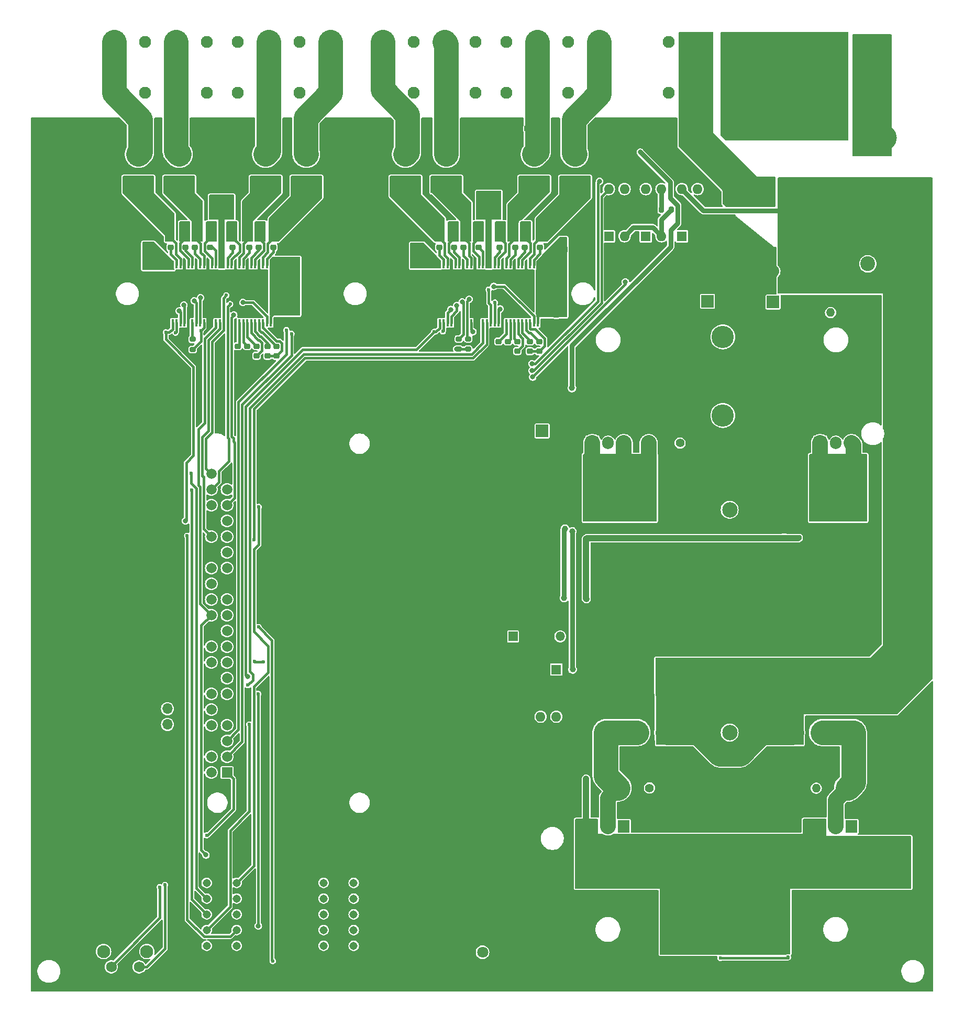
<source format=gbr>
%TF.GenerationSoftware,KiCad,Pcbnew,8.0.1-8.0.1-1~ubuntu22.04.1*%
%TF.CreationDate,2024-08-21T15:32:21+07:00*%
%TF.ProjectId,DAW-Pro4,4441572d-5072-46f3-942e-6b696361645f,rev?*%
%TF.SameCoordinates,Original*%
%TF.FileFunction,Copper,L2,Bot*%
%TF.FilePolarity,Positive*%
%FSLAX46Y46*%
G04 Gerber Fmt 4.6, Leading zero omitted, Abs format (unit mm)*
G04 Created by KiCad (PCBNEW 8.0.1-8.0.1-1~ubuntu22.04.1) date 2024-08-21 15:32:21*
%MOMM*%
%LPD*%
G01*
G04 APERTURE LIST*
G04 Aperture macros list*
%AMRoundRect*
0 Rectangle with rounded corners*
0 $1 Rounding radius*
0 $2 $3 $4 $5 $6 $7 $8 $9 X,Y pos of 4 corners*
0 Add a 4 corners polygon primitive as box body*
4,1,4,$2,$3,$4,$5,$6,$7,$8,$9,$2,$3,0*
0 Add four circle primitives for the rounded corners*
1,1,$1+$1,$2,$3*
1,1,$1+$1,$4,$5*
1,1,$1+$1,$6,$7*
1,1,$1+$1,$8,$9*
0 Add four rect primitives between the rounded corners*
20,1,$1+$1,$2,$3,$4,$5,0*
20,1,$1+$1,$4,$5,$6,$7,0*
20,1,$1+$1,$6,$7,$8,$9,0*
20,1,$1+$1,$8,$9,$2,$3,0*%
G04 Aperture macros list end*
%TA.AperFunction,ComponentPad*%
%ADD10O,3.800000X8.000000*%
%TD*%
%TA.AperFunction,ComponentPad*%
%ADD11R,1.308000X1.308000*%
%TD*%
%TA.AperFunction,ComponentPad*%
%ADD12C,1.308000*%
%TD*%
%TA.AperFunction,ComponentPad*%
%ADD13R,1.600000X1.600000*%
%TD*%
%TA.AperFunction,ComponentPad*%
%ADD14O,1.600000X1.600000*%
%TD*%
%TA.AperFunction,ComponentPad*%
%ADD15C,3.600000*%
%TD*%
%TA.AperFunction,ComponentPad*%
%ADD16C,2.500000*%
%TD*%
%TA.AperFunction,ComponentPad*%
%ADD17C,1.400000*%
%TD*%
%TA.AperFunction,ComponentPad*%
%ADD18O,1.400000X1.400000*%
%TD*%
%TA.AperFunction,ComponentPad*%
%ADD19C,1.950000*%
%TD*%
%TA.AperFunction,ComponentPad*%
%ADD20R,1.950000X1.950000*%
%TD*%
%TA.AperFunction,ComponentPad*%
%ADD21R,2.000000X2.000000*%
%TD*%
%TA.AperFunction,ComponentPad*%
%ADD22C,2.000000*%
%TD*%
%TA.AperFunction,ComponentPad*%
%ADD23R,1.665000X1.665000*%
%TD*%
%TA.AperFunction,ComponentPad*%
%ADD24C,1.665000*%
%TD*%
%TA.AperFunction,ComponentPad*%
%ADD25C,4.000000*%
%TD*%
%TA.AperFunction,ComponentPad*%
%ADD26R,2.400000X2.400000*%
%TD*%
%TA.AperFunction,ComponentPad*%
%ADD27C,2.400000*%
%TD*%
%TA.AperFunction,ComponentPad*%
%ADD28C,2.100000*%
%TD*%
%TA.AperFunction,ComponentPad*%
%ADD29C,1.750000*%
%TD*%
%TA.AperFunction,ComponentPad*%
%ADD30R,1.500000X1.500000*%
%TD*%
%TA.AperFunction,ComponentPad*%
%ADD31O,1.500000X1.500000*%
%TD*%
%TA.AperFunction,ComponentPad*%
%ADD32R,1.700000X1.700000*%
%TD*%
%TA.AperFunction,ComponentPad*%
%ADD33O,1.700000X1.700000*%
%TD*%
%TA.AperFunction,ComponentPad*%
%ADD34R,1.800000X1.800000*%
%TD*%
%TA.AperFunction,ComponentPad*%
%ADD35C,1.800000*%
%TD*%
%TA.AperFunction,SMDPad,CuDef*%
%ADD36R,2.800000X1.400000*%
%TD*%
%TA.AperFunction,SMDPad,CuDef*%
%ADD37RoundRect,0.225000X-0.250000X0.225000X-0.250000X-0.225000X0.250000X-0.225000X0.250000X0.225000X0*%
%TD*%
%TA.AperFunction,SMDPad,CuDef*%
%ADD38RoundRect,0.225000X-0.225000X-0.250000X0.225000X-0.250000X0.225000X0.250000X-0.225000X0.250000X0*%
%TD*%
%TA.AperFunction,SMDPad,CuDef*%
%ADD39RoundRect,0.225000X0.225000X0.250000X-0.225000X0.250000X-0.225000X-0.250000X0.225000X-0.250000X0*%
%TD*%
%TA.AperFunction,SMDPad,CuDef*%
%ADD40RoundRect,0.200000X-0.200000X-0.275000X0.200000X-0.275000X0.200000X0.275000X-0.200000X0.275000X0*%
%TD*%
%TA.AperFunction,SMDPad,CuDef*%
%ADD41R,0.400000X1.200000*%
%TD*%
%TA.AperFunction,SMDPad,CuDef*%
%ADD42RoundRect,0.200000X0.275000X-0.200000X0.275000X0.200000X-0.275000X0.200000X-0.275000X-0.200000X0*%
%TD*%
%TA.AperFunction,SMDPad,CuDef*%
%ADD43RoundRect,0.225000X0.250000X-0.225000X0.250000X0.225000X-0.250000X0.225000X-0.250000X-0.225000X0*%
%TD*%
%TA.AperFunction,ComponentPad*%
%ADD44R,1.905000X2.000000*%
%TD*%
%TA.AperFunction,ComponentPad*%
%ADD45O,1.905000X2.000000*%
%TD*%
%TA.AperFunction,SMDPad,CuDef*%
%ADD46RoundRect,0.200000X-0.275000X0.200000X-0.275000X-0.200000X0.275000X-0.200000X0.275000X0.200000X0*%
%TD*%
%TA.AperFunction,ViaPad*%
%ADD47C,0.800000*%
%TD*%
%TA.AperFunction,ViaPad*%
%ADD48C,1.000000*%
%TD*%
%TA.AperFunction,ViaPad*%
%ADD49C,0.600000*%
%TD*%
%TA.AperFunction,Conductor*%
%ADD50C,0.400000*%
%TD*%
%TA.AperFunction,Conductor*%
%ADD51C,1.000000*%
%TD*%
%TA.AperFunction,Conductor*%
%ADD52C,0.800000*%
%TD*%
%TA.AperFunction,Conductor*%
%ADD53C,4.000000*%
%TD*%
%TA.AperFunction,Conductor*%
%ADD54C,2.540000*%
%TD*%
G04 APERTURE END LIST*
D10*
%TO.P,F1,1*%
%TO.N,+BATT*%
X132120000Y-11555000D03*
%TO.P,F1,2*%
%TO.N,Net-(VD1-K)*%
X137120000Y-11555000D03*
%TD*%
D11*
%TO.P,J12,1,Pin_1*%
%TO.N,GND*%
X30594300Y-135819000D03*
D12*
%TO.P,J12,2,Pin_2*%
X35445700Y-135819000D03*
%TO.P,J12,3,Pin_3*%
%TO.N,MCLK*%
X30594300Y-138359000D03*
%TO.P,J12,4,Pin_4*%
X35445700Y-138359000D03*
%TO.P,J12,5,Pin_5*%
%TO.N,LRCLK*%
X30594300Y-140899000D03*
%TO.P,J12,6,Pin_6*%
X35445700Y-140899000D03*
%TO.P,J12,7,Pin_7*%
%TO.N,BCLK*%
X30594300Y-143439000D03*
%TO.P,J12,8,Pin_8*%
X35445700Y-143439000D03*
%TO.P,J12,9,Pin_9*%
%TO.N,SDATAIN0*%
X30594300Y-145979000D03*
%TO.P,J12,10,Pin_10*%
%TO.N,SDATAOUT3*%
X35445700Y-145979000D03*
%TO.P,J12,11,Pin_11*%
%TO.N,+3V3*%
X30594300Y-148519000D03*
%TO.P,J12,12,Pin_12*%
%TO.N,+5V*%
X35445700Y-148519000D03*
%TD*%
D13*
%TO.P,U16,1*%
%TO.N,Net-(R45-Pad2)*%
X107424000Y-33899000D03*
D14*
%TO.P,U16,2*%
%TO.N,GND*%
X109964000Y-33899000D03*
%TO.P,U16,3*%
%TO.N,Net-(VD15-A)*%
X109964000Y-26279000D03*
%TO.P,U16,4*%
%TO.N,Net-(C107-Pad1)*%
X107424000Y-26279000D03*
%TD*%
D15*
%TO.P,L19,1*%
%TO.N,Net-(VD8-A)*%
X114046000Y-62860000D03*
%TO.P,L19,2*%
%TO.N,PVDD*%
X114046000Y-50160000D03*
%TD*%
D16*
%TO.P,TR1,1*%
%TO.N,Net-(VD6-K)*%
X95161500Y-114081500D03*
X100161500Y-114081500D03*
%TO.P,TR1,2*%
%TO.N,Net-(C107-Pad1)*%
X105161500Y-114081500D03*
X110161500Y-114081500D03*
%TO.P,TR1,3*%
X120231500Y-114081500D03*
X125161500Y-114081500D03*
%TO.P,TR1,4*%
%TO.N,Net-(VD7-K)*%
X130161500Y-114081500D03*
X135161500Y-114081500D03*
%TO.P,TR1,5*%
%TO.N,Net-(VD9-A1)*%
X130161500Y-78081500D03*
X135161500Y-78081500D03*
%TO.P,TR1,6*%
%TO.N,GND*%
X120231500Y-78081500D03*
X125161500Y-78081500D03*
%TO.P,TR1,7*%
X105161500Y-78081500D03*
X110161500Y-78081500D03*
%TO.P,TR1,8*%
%TO.N,Net-(VD8-A1)*%
X95161500Y-78081500D03*
X100161500Y-78081500D03*
%TO.P,TR1,9*%
%TO.N,Net-(VD12-A)*%
X115161500Y-78081500D03*
%TO.P,TR1,10*%
%TO.N,Net-(VD10-A)*%
X115161500Y-114081500D03*
%TD*%
D17*
%TO.P,R40,1*%
%TO.N,GND*%
X136551200Y-46228000D03*
D18*
%TO.P,R40,2*%
%TO.N,PVDD*%
X131471200Y-46228000D03*
%TD*%
D19*
%TO.P,J6,1,Pin_1*%
%TO.N,Net-(J6-Pin_1)*%
X50640000Y-10740000D03*
D20*
X50640000Y-2540000D03*
D19*
%TO.P,J6,2,Pin_2*%
%TO.N,Net-(J6-Pin_2)*%
X45640000Y-10740000D03*
X45640000Y-2540000D03*
%TO.P,J6,3,Pin_3*%
%TO.N,Net-(J6-Pin_3)*%
X40640000Y-10740000D03*
X40640000Y-2540000D03*
%TO.P,J6,4,Pin_4*%
%TO.N,Net-(J6-Pin_4)*%
X35640000Y-10740000D03*
X35640000Y-2540000D03*
%TO.P,J6,5,Pin_5*%
%TO.N,Net-(J6-Pin_5)*%
X30640000Y-10740000D03*
X30640000Y-2540000D03*
%TO.P,J6,6,Pin_6*%
%TO.N,Net-(J6-Pin_6)*%
X25640000Y-10740000D03*
X25640000Y-2540000D03*
%TO.P,J6,7,Pin_7*%
%TO.N,Net-(J6-Pin_7)*%
X20640000Y-10740000D03*
X20640000Y-2540000D03*
%TO.P,J6,8,Pin_8*%
%TO.N,Net-(J6-Pin_8)*%
X15640000Y-10740000D03*
X15640000Y-2540000D03*
%TD*%
D21*
%TO.P,C115,1*%
%TO.N,PVDD*%
X122174000Y-44531677D03*
D22*
%TO.P,C115,2*%
%TO.N,GND*%
X122174000Y-39531677D03*
%TD*%
D23*
%TO.P,IC1,1,+3.3V_1*%
%TO.N,+3.3VP*%
X33895000Y-120532000D03*
D24*
%TO.P,IC1,2,+5V_1*%
%TO.N,+5V*%
X31355000Y-120532000D03*
%TO.P,IC1,3,GPIO_2/[I2C]_SDA*%
%TO.N,SDA*%
X33895000Y-117992000D03*
%TO.P,IC1,4,+5V_2*%
%TO.N,+5V*%
X31355000Y-117992000D03*
%TO.P,IC1,5,GPIO_3/[I2C]_SCL*%
%TO.N,SCL*%
X33895000Y-115452000D03*
%TO.P,IC1,6,GND_1*%
%TO.N,GND*%
X31355000Y-115452000D03*
%TO.P,IC1,7,->I2S0_8CH_SDI0*%
%TO.N,SDATAIN0*%
X33895000Y-112912000D03*
%TO.P,IC1,8,GPIO_14/[UART]_TXD0*%
%TO.N,/Amplifier/TX*%
X31355000Y-112912000D03*
%TO.P,IC1,9,GND_2*%
%TO.N,GND*%
X33895000Y-110372000D03*
%TO.P,IC1,10,GPIO_15/[UART]_RXD0*%
%TO.N,/Amplifier/RX*%
X31355000Y-110372000D03*
%TO.P,IC1,11,->I2S0_8CH_SDI1*%
%TO.N,SDATAIN1*%
X33895000Y-107832000D03*
%TO.P,IC1,12,I2S0_8CH_SDO0->*%
%TO.N,SDATAOUT0*%
X31355000Y-107832000D03*
%TO.P,IC1,13,GPIO27*%
%TO.N,FAULT0*%
X33895000Y-105292000D03*
%TO.P,IC1,14,GND_3*%
%TO.N,GND*%
X31355000Y-105292000D03*
%TO.P,IC1,15,GPIO_22*%
%TO.N,REMOTE*%
X33895000Y-102752000D03*
%TO.P,IC1,16,GPIO_23*%
%TO.N,ACC_IN*%
X31355000Y-102752000D03*
%TO.P,IC1,17,+3.3V_2*%
%TO.N,unconnected-(IC1-+3.3V_2-Pad17)*%
X33895000Y-100212000D03*
%TO.P,IC1,18,I2S0_8CH_SDI2<-*%
%TO.N,unconnected-(IC1-I2S0_8CH_SDI2<--Pad18)*%
X31355000Y-100212000D03*
%TO.P,IC1,19,GPIO_10/SPI0_MOSI*%
%TO.N,Work*%
X33895000Y-97672000D03*
%TO.P,IC1,20,GND_4*%
%TO.N,GND*%
X31355000Y-97672000D03*
%TO.P,IC1,21,GPIO_9/SPI0_MISO*%
%TO.N,unconnected-(IC1-GPIO_9{slash}SPI0_MISO-Pad21)*%
X33895000Y-95132000D03*
%TO.P,IC1,22,I2S0_8CH_SDO2->*%
%TO.N,SDATAOUT2*%
X31355000Y-95132000D03*
%TO.P,IC1,23,GPIO_11/SPI0_SCLK*%
%TO.N,Net-(IC1-GPIO_11{slash}SPI0_SCLK)*%
X33895000Y-92592000D03*
%TO.P,IC1,24,GPIO_8/SPI0_CE1_N*%
%TO.N,unconnected-(IC1-GPIO_8{slash}SPI0_CE1_N-Pad24)*%
X31355000Y-92592000D03*
%TO.P,IC1,25,GND_5*%
%TO.N,GND*%
X33895000Y-90052000D03*
%TO.P,IC1,26,I2S0_8CH_LRCK_RX<-*%
%TO.N,unconnected-(IC1-I2S0_8CH_LRCK_RX<--Pad26)*%
X31355000Y-90052000D03*
%TO.P,IC1,27,DNC_1*%
%TO.N,unconnected-(IC1-DNC_1-Pad27)*%
X33895000Y-87512000D03*
%TO.P,IC1,28,DNC_2*%
%TO.N,unconnected-(IC1-DNC_2-Pad28)*%
X31355000Y-87512000D03*
%TO.P,IC1,29,->I2S0_8CH_SDI3*%
%TO.N,unconnected-(IC1-->I2S0_8CH_SDI3-Pad29)*%
X33895000Y-84972000D03*
%TO.P,IC1,30,GND_6*%
%TO.N,GND*%
X31355000Y-84972000D03*
%TO.P,IC1,31,<-I2S0_8CH_SDO1*%
%TO.N,SDATAOUT1*%
X33895000Y-82432000D03*
%TO.P,IC1,32,I2S0_8CH_SDO3->*%
%TO.N,SDATAOUT3*%
X31355000Y-82432000D03*
%TO.P,IC1,33,GPIO13/PWM1*%
%TO.N,FAULT1*%
X33895000Y-79892000D03*
%TO.P,IC1,34,GND_7*%
%TO.N,GND*%
X31355000Y-79892000D03*
%TO.P,IC1,35,->I2S0_8CH_MCLK*%
%TO.N,MCLK*%
X33895000Y-77352000D03*
%TO.P,IC1,36,I2S0_8CH_SCLK_RX<-*%
%TO.N,unconnected-(IC1-I2S0_8CH_SCLK_RX<--Pad36)*%
X31355000Y-77352000D03*
%TO.P,IC1,37,GPIO26*%
%TO.N,unconnected-(IC1-GPIO26-Pad37)*%
X33895000Y-74812000D03*
%TO.P,IC1,38,I2S0_8CH_SCLK_TX->*%
%TO.N,BCLK*%
X31355000Y-74812000D03*
%TO.P,IC1,39,GND_8*%
%TO.N,GND*%
X33895000Y-72272000D03*
%TO.P,IC1,40,I2S0_8CH_LRCK_TX->*%
%TO.N,LRCLK*%
X31355000Y-72272000D03*
%TD*%
D25*
%TO.P,L18,1*%
%TO.N,Net-(VD1-K)*%
X140208000Y-17987000D03*
%TO.P,L18,2*%
%TO.N,Net-(C107-Pad1)*%
X140208000Y-28067000D03*
%TD*%
D13*
%TO.P,U15,1*%
%TO.N,Net-(C125-Pad1)*%
X101595000Y-33899000D03*
D14*
%TO.P,U15,2*%
%TO.N,OS2*%
X104135000Y-33899000D03*
%TO.P,U15,3*%
%TO.N,Net-(VD14-A)*%
X104135000Y-26279000D03*
%TO.P,U15,4*%
%TO.N,Net-(C107-Pad1)*%
X101595000Y-26279000D03*
%TD*%
D19*
%TO.P,J18,1,Pin_1*%
%TO.N,Net-(J18-Pin_1)*%
X94055000Y-10740000D03*
D20*
X94055000Y-2540000D03*
D19*
%TO.P,J18,2,Pin_2*%
%TO.N,Net-(J18-Pin_2)*%
X89055000Y-10740000D03*
X89055000Y-2540000D03*
%TO.P,J18,3,Pin_3*%
%TO.N,Net-(J18-Pin_3)*%
X84055000Y-10740000D03*
X84055000Y-2540000D03*
%TO.P,J18,4,Pin_4*%
%TO.N,Net-(J18-Pin_4)*%
X79055000Y-10740000D03*
X79055000Y-2540000D03*
%TO.P,J18,5,Pin_5*%
%TO.N,Net-(J18-Pin_5)*%
X74055000Y-10740000D03*
X74055000Y-2540000D03*
%TO.P,J18,6,Pin_6*%
%TO.N,Net-(J18-Pin_6)*%
X69055000Y-10740000D03*
X69055000Y-2540000D03*
%TO.P,J18,7,Pin_7*%
%TO.N,Net-(J18-Pin_7)*%
X64055000Y-10740000D03*
X64055000Y-2540000D03*
%TO.P,J18,8,Pin_8*%
%TO.N,Net-(J18-Pin_8)*%
X59055000Y-10740000D03*
X59055000Y-2540000D03*
%TD*%
D26*
%TO.P,C107,1*%
%TO.N,Net-(C107-Pad1)*%
X124852729Y-27940000D03*
D27*
%TO.P,C107,2*%
%TO.N,OS2*%
X119852729Y-27940000D03*
%TD*%
D17*
%TO.P,R36,1*%
%TO.N,Net-(C109-Pad1)*%
X102185000Y-123037600D03*
D18*
%TO.P,R36,2*%
%TO.N,Net-(VD6-K)*%
X97105000Y-123037600D03*
%TD*%
D17*
%TO.P,R37,1*%
%TO.N,Net-(VD7-K)*%
X134239000Y-123063000D03*
D18*
%TO.P,R37,2*%
%TO.N,Net-(C110-Pad2)*%
X129159000Y-123063000D03*
%TD*%
D19*
%TO.P,J22,1,Pin_1*%
%TO.N,+BATT*%
X115283000Y-10740000D03*
D20*
X115283000Y-2540000D03*
D19*
%TO.P,J22,2,Pin_2*%
%TO.N,OS2*%
X110283000Y-10740000D03*
X110283000Y-2540000D03*
%TO.P,J22,3,Pin_3*%
%TO.N,ACC*%
X105283000Y-10740000D03*
X105283000Y-2540000D03*
%TD*%
D21*
%TO.P,C114,1*%
%TO.N,PVDD*%
X111587677Y-44404677D03*
D22*
%TO.P,C114,2*%
%TO.N,GND*%
X111587677Y-39404677D03*
%TD*%
D28*
%TO.P,SW1,*%
%TO.N,*%
X20924000Y-149451500D03*
X13914000Y-149451500D03*
D29*
%TO.P,SW1,1,1*%
%TO.N,+3.3VP*%
X19674000Y-151941500D03*
%TO.P,SW1,2,2*%
%TO.N,Net-(IC1-GPIO_11{slash}SPI0_SCLK)*%
X15174000Y-151941500D03*
%TD*%
D30*
%TO.P,D1,1,K*%
%TO.N,PVDD*%
X80132000Y-98552000D03*
D31*
%TO.P,D1,2,A*%
%TO.N,Net-(D1-A)*%
X87752000Y-98552000D03*
%TD*%
D13*
%TO.P,U11,1*%
%TO.N,Net-(R48-Pad1)*%
X87127000Y-103896000D03*
D14*
%TO.P,U11,2*%
%TO.N,GND*%
X84587000Y-103896000D03*
%TO.P,U11,3*%
%TO.N,OS2*%
X84587000Y-111516000D03*
%TO.P,U11,4*%
%TO.N,OS1*%
X87127000Y-111516000D03*
%TD*%
D32*
%TO.P,J1,1,Pin_1*%
%TO.N,GND*%
X24257000Y-115301000D03*
D33*
%TO.P,J1,2,Pin_2*%
%TO.N,/Amplifier/TX*%
X24257000Y-112761000D03*
%TO.P,J1,3,Pin_3*%
%TO.N,/Amplifier/RX*%
X24257000Y-110221000D03*
%TD*%
D13*
%TO.P,U5,1*%
%TO.N,Net-(C16-Pad1)*%
X95626000Y-33899000D03*
D14*
%TO.P,U5,2*%
%TO.N,OS2*%
X98166000Y-33899000D03*
%TO.P,U5,3*%
%TO.N,Net-(R19-Pad1)*%
X98166000Y-26279000D03*
%TO.P,U5,4*%
%TO.N,+3.3VP*%
X95626000Y-26279000D03*
%TD*%
D11*
%TO.P,J20,1,Pin_1*%
%TO.N,GND*%
X49517300Y-135819000D03*
D12*
%TO.P,J20,2,Pin_2*%
X54368700Y-135819000D03*
%TO.P,J20,3,Pin_3*%
%TO.N,MCLK*%
X49517300Y-138359000D03*
%TO.P,J20,4,Pin_4*%
X54368700Y-138359000D03*
%TO.P,J20,5,Pin_5*%
%TO.N,LRCLK*%
X49517300Y-140899000D03*
%TO.P,J20,6,Pin_6*%
X54368700Y-140899000D03*
%TO.P,J20,7,Pin_7*%
%TO.N,BCLK*%
X49517300Y-143439000D03*
%TO.P,J20,8,Pin_8*%
X54368700Y-143439000D03*
%TO.P,J20,9,Pin_9*%
%TO.N,SDATAIN1*%
X49517300Y-145979000D03*
%TO.P,J20,10,Pin_10*%
%TO.N,SDATAOUT2*%
X54368700Y-145979000D03*
%TO.P,J20,11,Pin_11*%
%TO.N,+3V3*%
X49517300Y-148519000D03*
%TO.P,J20,12,Pin_12*%
%TO.N,+5V*%
X54368700Y-148519000D03*
%TD*%
D34*
%TO.P,HL5,1,K*%
%TO.N,GND*%
X72664000Y-149565000D03*
D35*
%TO.P,HL5,2,A*%
%TO.N,Net-(HL5-A)*%
X75204000Y-149565000D03*
%TD*%
D21*
%TO.P,C113,1*%
%TO.N,+6V*%
X84836000Y-65359677D03*
D22*
%TO.P,C113,2*%
%TO.N,GND*%
X84836000Y-60359677D03*
%TD*%
D17*
%TO.P,R38,1*%
%TO.N,Net-(C111-Pad1)*%
X107138000Y-67310000D03*
D18*
%TO.P,R38,2*%
%TO.N,Net-(VD8-A1)*%
X102058000Y-67310000D03*
%TD*%
D26*
%TO.P,C108,1*%
%TO.N,Net-(C107-Pad1)*%
X142494000Y-38354000D03*
D27*
%TO.P,C108,2*%
%TO.N,OS2*%
X137494000Y-38354000D03*
%TD*%
D36*
%TO.P,L11,1*%
%TO.N,Net-(U8-OUT_3P)*%
X83566000Y-25060000D03*
%TO.P,L11,2*%
%TO.N,Net-(J18-Pin_3)*%
X83566000Y-20660000D03*
%TD*%
D37*
%TO.P,C11,1*%
%TO.N,Net-(U4-VCOM)*%
X40449500Y-51663000D03*
%TO.P,C11,2*%
%TO.N,Net-(U4-AREF)*%
X40449500Y-53213000D03*
%TD*%
D38*
%TO.P,C95,1*%
%TO.N,GND*%
X81013000Y-18288000D03*
%TO.P,C95,2*%
%TO.N,Net-(J18-Pin_3)*%
X82563000Y-18288000D03*
%TD*%
D37*
%TO.P,C68,1*%
%TO.N,Net-(C68-Pad1)*%
X79298800Y-50914600D03*
%TO.P,C68,2*%
%TO.N,GND*%
X79298800Y-52464600D03*
%TD*%
%TO.P,C25,1*%
%TO.N,Net-(U4-OUT_3P)*%
X37465000Y-34163000D03*
%TO.P,C25,2*%
%TO.N,Net-(U4-BST_3P)*%
X37465000Y-35713000D03*
%TD*%
D39*
%TO.P,C72,1*%
%TO.N,GND*%
X90043000Y-36068000D03*
%TO.P,C72,2*%
%TO.N,PVDD*%
X88493000Y-36068000D03*
%TD*%
D40*
%TO.P,R18,1*%
%TO.N,Net-(VD14-A)*%
X104077000Y-29591000D03*
%TO.P,R18,2*%
%TO.N,OS2*%
X105727000Y-29591000D03*
%TD*%
D39*
%TO.P,C31,1*%
%TO.N,GND*%
X49289000Y-16510000D03*
%TO.P,C31,2*%
%TO.N,Net-(J6-Pin_1)*%
X47739000Y-16510000D03*
%TD*%
D38*
%TO.P,C36,1*%
%TO.N,Net-(J6-Pin_6)*%
X27165000Y-16510000D03*
%TO.P,C36,2*%
%TO.N,GND*%
X28715000Y-16510000D03*
%TD*%
D41*
%TO.P,U8,1,GND*%
%TO.N,GND*%
X84772500Y-47880000D03*
%TO.P,U8,2,PVDD*%
%TO.N,PVDD*%
X84137500Y-47880000D03*
%TO.P,U8,3,VBAT*%
%TO.N,VBAT*%
X83502500Y-47880000D03*
%TO.P,U8,4,AREF*%
%TO.N,Net-(U8-AREF)*%
X82867500Y-47880000D03*
%TO.P,U8,5,VREG*%
%TO.N,Net-(U8-VREG)*%
X82232500Y-47880000D03*
%TO.P,U8,6,VCOM*%
%TO.N,Net-(U8-VCOM)*%
X81597500Y-47880000D03*
%TO.P,U8,7,AVSS*%
%TO.N,Net-(U8-AVSS)*%
X80962500Y-47880000D03*
%TO.P,U8,8,AVDD*%
%TO.N,Net-(U8-AVDD)*%
X80327500Y-47880000D03*
%TO.P,U8,9,GVDD*%
%TO.N,Net-(C68-Pad1)*%
X79692500Y-47880000D03*
%TO.P,U8,10,GVDD*%
%TO.N,Net-(C69-Pad1)*%
X79057500Y-47880000D03*
%TO.P,U8,11,GND*%
%TO.N,GND*%
X78422500Y-47880000D03*
%TO.P,U8,12,MCLK*%
%TO.N,MCLK*%
X77787500Y-47880000D03*
%TO.P,U8,13,SCLK*%
%TO.N,BCLK*%
X77152500Y-47880000D03*
%TO.P,U8,14,FSYNC*%
%TO.N,LRCLK*%
X76517500Y-47880000D03*
%TO.P,U8,15,SDIN1*%
%TO.N,SDATAOUT1*%
X75882500Y-47880000D03*
%TO.P,U8,16,SDIN2*%
%TO.N,SDATAOUT0*%
X75247500Y-47880000D03*
%TO.P,U8,17,GND*%
%TO.N,GND*%
X74612500Y-47880000D03*
%TO.P,U8,18,GND*%
X73977500Y-47880000D03*
%TO.P,U8,19,VDD*%
%TO.N,+3V3*%
X73342500Y-47880000D03*
%TO.P,U8,20,SCL*%
%TO.N,SCL*%
X72707500Y-47880000D03*
%TO.P,U8,21,SDA*%
%TO.N,SDA*%
X72072500Y-47880000D03*
%TO.P,U8,22,I2C_ADDR0*%
%TO.N,GND*%
X71437500Y-47880000D03*
%TO.P,U8,23,I2C_ADDR1*%
X70802500Y-47880000D03*
%TO.P,U8,24,MUTE*%
%TO.N,Mute*%
X70167500Y-47880000D03*
%TO.P,U8,25,STANDBY*%
%TO.N,Standby*%
X69532500Y-47880000D03*
%TO.P,U8,26,WARN*%
%TO.N,WARN0*%
X68897500Y-47880000D03*
%TO.P,U8,27,FAULT*%
%TO.N,FAULT0*%
X68262500Y-47880000D03*
%TO.P,U8,28,GND*%
%TO.N,GND*%
X67627500Y-47880000D03*
%TO.P,U8,29,PVDD*%
%TO.N,PVDD*%
X67627500Y-38480000D03*
%TO.P,U8,30,PVDD*%
X68262500Y-38480000D03*
%TO.P,U8,31,BST_1M*%
%TO.N,Net-(U8-BST_1M)*%
X68897500Y-38480000D03*
%TO.P,U8,32,OUT_1M*%
%TO.N,Net-(U8-OUT_1M)*%
X69532500Y-38480000D03*
%TO.P,U8,33,GND*%
%TO.N,GND*%
X70167500Y-38480000D03*
%TO.P,U8,34,OUT_1P*%
%TO.N,Net-(U8-OUT_1P)*%
X70802500Y-38480000D03*
%TO.P,U8,35,BST+1P*%
%TO.N,Net-(U8-BST+1P)*%
X71437500Y-38480000D03*
%TO.P,U8,36,GND*%
%TO.N,GND*%
X72072500Y-38480000D03*
%TO.P,U8,37,BST_2M*%
%TO.N,Net-(U8-BST_2M)*%
X72707500Y-38480000D03*
%TO.P,U8,38,OUT_2M*%
%TO.N,Net-(U8-OUT_2M)*%
X73342500Y-38480000D03*
%TO.P,U8,39,GND*%
%TO.N,GND*%
X73977500Y-38480000D03*
%TO.P,U8,40,OUT_2P*%
%TO.N,Net-(U8-OUT_2P)*%
X74612500Y-38480000D03*
%TO.P,U8,41,BST_2P*%
%TO.N,Net-(U8-BST_2P)*%
X75247500Y-38480000D03*
%TO.P,U8,42,PVDD*%
%TO.N,PVDD*%
X75882500Y-38480000D03*
%TO.P,U8,43,PVDD*%
X76517500Y-38480000D03*
%TO.P,U8,44,BST_3M*%
%TO.N,Net-(U8-BST_3M)*%
X77152500Y-38480000D03*
%TO.P,U8,45,OUT_3M*%
%TO.N,Net-(U8-OUT_3M)*%
X77787500Y-38480000D03*
%TO.P,U8,46,GND*%
%TO.N,GND*%
X78422500Y-38480000D03*
%TO.P,U8,47,OUT_3P*%
%TO.N,Net-(U8-OUT_3P)*%
X79057500Y-38480000D03*
%TO.P,U8,48,BST_3P*%
%TO.N,Net-(U8-BST_3P)*%
X79692500Y-38480000D03*
%TO.P,U8,49,GND*%
%TO.N,GND*%
X80327500Y-38480000D03*
%TO.P,U8,50,BST_4M*%
%TO.N,Net-(U8-BST_4M)*%
X80962500Y-38480000D03*
%TO.P,U8,51,OUT_4M*%
%TO.N,Net-(U8-OUT_4M)*%
X81597500Y-38480000D03*
%TO.P,U8,52,GND*%
%TO.N,GND*%
X82232500Y-38480000D03*
%TO.P,U8,53,OUT_4P*%
%TO.N,Net-(U8-OUT_4P)*%
X82867500Y-38480000D03*
%TO.P,U8,54,BST_4P*%
%TO.N,Net-(U8-BST_4P)*%
X83502500Y-38480000D03*
%TO.P,U8,55,PVDD*%
%TO.N,PVDD*%
X84137500Y-38480000D03*
%TO.P,U8,56,PVDD*%
X84772500Y-38480000D03*
%TD*%
D37*
%TO.P,C81,1*%
%TO.N,Net-(U8-OUT_2P)*%
X74549000Y-34150000D03*
%TO.P,C81,2*%
%TO.N,Net-(U8-BST_2P)*%
X74549000Y-35700000D03*
%TD*%
D42*
%TO.P,R4,1*%
%TO.N,+3V3*%
X72898000Y-52120800D03*
%TO.P,R4,2*%
%TO.N,SCL*%
X72898000Y-50470800D03*
%TD*%
D43*
%TO.P,C80,1*%
%TO.N,Net-(U8-BST_3M)*%
X77978000Y-35700000D03*
%TO.P,C80,2*%
%TO.N,Net-(U8-OUT_3M)*%
X77978000Y-34150000D03*
%TD*%
D42*
%TO.P,R39,1*%
%TO.N,OS2*%
X126268000Y-82613000D03*
%TO.P,R39,2*%
%TO.N,GND*%
X126268000Y-80963000D03*
%TD*%
D37*
%TO.P,C65,1*%
%TO.N,Net-(U8-VREG)*%
X84378800Y-50914600D03*
%TO.P,C65,2*%
%TO.N,Net-(U8-AREF)*%
X84378800Y-52464600D03*
%TD*%
D39*
%TO.P,C38,1*%
%TO.N,Net-(J6-Pin_8)*%
X18621000Y-16510000D03*
%TO.P,C38,2*%
%TO.N,GND*%
X17071000Y-16510000D03*
%TD*%
D42*
%TO.P,R5,1*%
%TO.N,+3V3*%
X71374000Y-52133000D03*
%TO.P,R5,2*%
%TO.N,SDA*%
X71374000Y-50483000D03*
%TD*%
D37*
%TO.P,C29,1*%
%TO.N,Net-(U4-OUT_1P)*%
X27178000Y-34150000D03*
%TO.P,C29,2*%
%TO.N,Net-(U4-BST+1P)*%
X27178000Y-35700000D03*
%TD*%
D44*
%TO.P,VT2,1,G*%
%TO.N,Net-(VD3-A)*%
X98006500Y-129235500D03*
D45*
%TO.P,VT2,2,D*%
%TO.N,Net-(VD6-K)*%
X95466500Y-129235500D03*
%TO.P,VT2,3,S*%
%TO.N,OS2*%
X92926500Y-129235500D03*
%TD*%
D37*
%TO.P,C66,1*%
%TO.N,Net-(U8-VCOM)*%
X82854800Y-50914600D03*
%TO.P,C66,2*%
%TO.N,Net-(U8-AREF)*%
X82854800Y-52464600D03*
%TD*%
D36*
%TO.P,L3,1*%
%TO.N,Net-(U4-OUT_3P)*%
X40132000Y-25060000D03*
%TO.P,L3,2*%
%TO.N,Net-(J6-Pin_3)*%
X40132000Y-20660000D03*
%TD*%
D37*
%TO.P,C27,1*%
%TO.N,Net-(U4-OUT_2P)*%
X31115000Y-34150000D03*
%TO.P,C27,2*%
%TO.N,Net-(U4-BST_2P)*%
X31115000Y-35700000D03*
%TD*%
D43*
%TO.P,C22,1*%
%TO.N,PVDD*%
X33020000Y-27748000D03*
%TO.P,C22,2*%
%TO.N,GND*%
X33020000Y-26198000D03*
%TD*%
D39*
%TO.P,C15,1*%
%TO.N,GND*%
X46580000Y-45339000D03*
%TO.P,C15,2*%
%TO.N,PVDD*%
X45030000Y-45339000D03*
%TD*%
D36*
%TO.P,L14,1*%
%TO.N,Net-(U8-OUT_2M)*%
X69342000Y-25060000D03*
%TO.P,L14,2*%
%TO.N,Net-(J18-Pin_6)*%
X69342000Y-20660000D03*
%TD*%
D39*
%TO.P,C100,1*%
%TO.N,Net-(J18-Pin_8)*%
X61976000Y-18288000D03*
%TO.P,C100,2*%
%TO.N,GND*%
X60426000Y-18288000D03*
%TD*%
D37*
%TO.P,C112,1*%
%TO.N,GND*%
X123982000Y-81013000D03*
%TO.P,C112,2*%
%TO.N,OS2*%
X123982000Y-82563000D03*
%TD*%
D44*
%TO.P,VT3,1,G*%
%TO.N,Net-(VD4-A)*%
X134836500Y-129235500D03*
D45*
%TO.P,VT3,2,D*%
%TO.N,Net-(VD7-K)*%
X132296500Y-129235500D03*
%TO.P,VT3,3,S*%
%TO.N,OS2*%
X129756500Y-129235500D03*
%TD*%
D43*
%TO.P,C76,1*%
%TO.N,PVDD*%
X76200000Y-27458000D03*
%TO.P,C76,2*%
%TO.N,GND*%
X76200000Y-25908000D03*
%TD*%
%TO.P,C26,1*%
%TO.N,Net-(U4-BST_3M)*%
X34798000Y-35700000D03*
%TO.P,C26,2*%
%TO.N,Net-(U4-OUT_3M)*%
X34798000Y-34150000D03*
%TD*%
D37*
%TO.P,C83,1*%
%TO.N,Net-(U8-OUT_1P)*%
X70612000Y-34163000D03*
%TO.P,C83,2*%
%TO.N,Net-(U8-BST+1P)*%
X70612000Y-35713000D03*
%TD*%
D38*
%TO.P,C44,1*%
%TO.N,Net-(J6-Pin_6)*%
X27038000Y-18288000D03*
%TO.P,C44,2*%
%TO.N,GND*%
X28588000Y-18288000D03*
%TD*%
%TO.P,C41,1*%
%TO.N,GND*%
X37820000Y-18288000D03*
%TO.P,C41,2*%
%TO.N,Net-(J6-Pin_3)*%
X39370000Y-18288000D03*
%TD*%
D37*
%TO.P,C69,1*%
%TO.N,Net-(C69-Pad1)*%
X77774800Y-50914600D03*
%TO.P,C69,2*%
%TO.N,GND*%
X77774800Y-52464600D03*
%TD*%
D39*
%TO.P,C93,1*%
%TO.N,GND*%
X92583000Y-18288000D03*
%TO.P,C93,2*%
%TO.N,Net-(J18-Pin_1)*%
X91033000Y-18288000D03*
%TD*%
D43*
%TO.P,C78,1*%
%TO.N,Net-(U8-BST_4M)*%
X82042000Y-35700000D03*
%TO.P,C78,2*%
%TO.N,Net-(U8-OUT_4M)*%
X82042000Y-34150000D03*
%TD*%
%TO.P,C84,1*%
%TO.N,Net-(U8-BST_1M)*%
X68199000Y-35700000D03*
%TO.P,C84,2*%
%TO.N,Net-(U8-OUT_1M)*%
X68199000Y-34150000D03*
%TD*%
D38*
%TO.P,C98,1*%
%TO.N,Net-(J18-Pin_6)*%
X70586000Y-18288000D03*
%TO.P,C98,2*%
%TO.N,GND*%
X72136000Y-18288000D03*
%TD*%
D37*
%TO.P,C67,1*%
%TO.N,Net-(U8-AVDD)*%
X80822800Y-50901600D03*
%TO.P,C67,2*%
%TO.N,Net-(U8-AVSS)*%
X80822800Y-52451600D03*
%TD*%
D38*
%TO.P,C90,1*%
%TO.N,Net-(J18-Pin_6)*%
X70411000Y-16510000D03*
%TO.P,C90,2*%
%TO.N,GND*%
X71961000Y-16510000D03*
%TD*%
D39*
%TO.P,C85,1*%
%TO.N,GND*%
X92789000Y-16510000D03*
%TO.P,C85,2*%
%TO.N,Net-(J18-Pin_1)*%
X91239000Y-16510000D03*
%TD*%
%TO.P,C92,1*%
%TO.N,Net-(J18-Pin_8)*%
X61801000Y-16510000D03*
%TO.P,C92,2*%
%TO.N,GND*%
X60251000Y-16510000D03*
%TD*%
D38*
%TO.P,C33,1*%
%TO.N,GND*%
X37767000Y-16510000D03*
%TO.P,C33,2*%
%TO.N,Net-(J6-Pin_3)*%
X39317000Y-16510000D03*
%TD*%
D37*
%TO.P,C77,1*%
%TO.N,Net-(U8-OUT_4P)*%
X84455000Y-34137000D03*
%TO.P,C77,2*%
%TO.N,Net-(U8-BST_4P)*%
X84455000Y-35687000D03*
%TD*%
D43*
%TO.P,C82,1*%
%TO.N,Net-(U8-BST_2M)*%
X72136000Y-35700000D03*
%TO.P,C82,2*%
%TO.N,Net-(U8-OUT_2M)*%
X72136000Y-34150000D03*
%TD*%
D41*
%TO.P,U4,1,GND*%
%TO.N,GND*%
X41592500Y-47880000D03*
%TO.P,U4,2,PVDD*%
%TO.N,PVDD*%
X40957500Y-47880000D03*
%TO.P,U4,3,VBAT*%
%TO.N,VBAT*%
X40322500Y-47880000D03*
%TO.P,U4,4,AREF*%
%TO.N,Net-(U4-AREF)*%
X39687500Y-47880000D03*
%TO.P,U4,5,VREG*%
%TO.N,Net-(U4-VREG)*%
X39052500Y-47880000D03*
%TO.P,U4,6,VCOM*%
%TO.N,Net-(U4-VCOM)*%
X38417500Y-47880000D03*
%TO.P,U4,7,AVSS*%
%TO.N,Net-(U4-AVSS)*%
X37782500Y-47880000D03*
%TO.P,U4,8,AVDD*%
%TO.N,Net-(U4-AVDD)*%
X37147500Y-47880000D03*
%TO.P,U4,9,GVDD*%
%TO.N,Net-(C13-Pad1)*%
X36512500Y-47880000D03*
%TO.P,U4,10,GVDD*%
%TO.N,Net-(C14-Pad1)*%
X35877500Y-47880000D03*
%TO.P,U4,11,GND*%
%TO.N,GND*%
X35242500Y-47880000D03*
%TO.P,U4,12,MCLK*%
%TO.N,MCLK*%
X34607500Y-47880000D03*
%TO.P,U4,13,SCLK*%
%TO.N,BCLK*%
X33972500Y-47880000D03*
%TO.P,U4,14,FSYNC*%
%TO.N,LRCLK*%
X33337500Y-47880000D03*
%TO.P,U4,15,SDIN1*%
%TO.N,SDATAOUT3*%
X32702500Y-47880000D03*
%TO.P,U4,16,SDIN2*%
%TO.N,SDATAOUT2*%
X32067500Y-47880000D03*
%TO.P,U4,17,GND*%
%TO.N,GND*%
X31432500Y-47880000D03*
%TO.P,U4,18,GND*%
X30797500Y-47880000D03*
%TO.P,U4,19,VDD*%
%TO.N,+3V3*%
X30162500Y-47880000D03*
%TO.P,U4,20,SCL*%
%TO.N,SCL*%
X29527500Y-47880000D03*
%TO.P,U4,21,SDA*%
%TO.N,SDA*%
X28892500Y-47880000D03*
%TO.P,U4,22,I2C_ADDR0*%
%TO.N,Net-(U4-I2C_ADDR0)*%
X28257500Y-47880000D03*
%TO.P,U4,23,I2C_ADDR1*%
%TO.N,GND*%
X27622500Y-47880000D03*
%TO.P,U4,24,MUTE*%
%TO.N,Mute*%
X26987500Y-47880000D03*
%TO.P,U4,25,STANDBY*%
%TO.N,Standby*%
X26352500Y-47880000D03*
%TO.P,U4,26,WARN*%
%TO.N,WARN1*%
X25717500Y-47880000D03*
%TO.P,U4,27,FAULT*%
%TO.N,FAULT1*%
X25082500Y-47880000D03*
%TO.P,U4,28,GND*%
%TO.N,GND*%
X24447500Y-47880000D03*
%TO.P,U4,29,PVDD*%
%TO.N,PVDD*%
X24447500Y-38480000D03*
%TO.P,U4,30,PVDD*%
X25082500Y-38480000D03*
%TO.P,U4,31,BST_1M*%
%TO.N,Net-(U4-BST_1M)*%
X25717500Y-38480000D03*
%TO.P,U4,32,OUT_1M*%
%TO.N,Net-(U4-OUT_1M)*%
X26352500Y-38480000D03*
%TO.P,U4,33,GND*%
%TO.N,GND*%
X26987500Y-38480000D03*
%TO.P,U4,34,OUT_1P*%
%TO.N,Net-(U4-OUT_1P)*%
X27622500Y-38480000D03*
%TO.P,U4,35,BST+1P*%
%TO.N,Net-(U4-BST+1P)*%
X28257500Y-38480000D03*
%TO.P,U4,36,GND*%
%TO.N,GND*%
X28892500Y-38480000D03*
%TO.P,U4,37,BST_2M*%
%TO.N,Net-(U4-BST_2M)*%
X29527500Y-38480000D03*
%TO.P,U4,38,OUT_2M*%
%TO.N,Net-(U4-OUT_2M)*%
X30162500Y-38480000D03*
%TO.P,U4,39,GND*%
%TO.N,GND*%
X30797500Y-38480000D03*
%TO.P,U4,40,OUT_2P*%
%TO.N,Net-(U4-OUT_2P)*%
X31432500Y-38480000D03*
%TO.P,U4,41,BST_2P*%
%TO.N,Net-(U4-BST_2P)*%
X32067500Y-38480000D03*
%TO.P,U4,42,PVDD*%
%TO.N,PVDD*%
X32702500Y-38480000D03*
%TO.P,U4,43,PVDD*%
X33337500Y-38480000D03*
%TO.P,U4,44,BST_3M*%
%TO.N,Net-(U4-BST_3M)*%
X33972500Y-38480000D03*
%TO.P,U4,45,OUT_3M*%
%TO.N,Net-(U4-OUT_3M)*%
X34607500Y-38480000D03*
%TO.P,U4,46,GND*%
%TO.N,GND*%
X35242500Y-38480000D03*
%TO.P,U4,47,OUT_3P*%
%TO.N,Net-(U4-OUT_3P)*%
X35877500Y-38480000D03*
%TO.P,U4,48,BST_3P*%
%TO.N,Net-(U4-BST_3P)*%
X36512500Y-38480000D03*
%TO.P,U4,49,GND*%
%TO.N,GND*%
X37147500Y-38480000D03*
%TO.P,U4,50,BST_4M*%
%TO.N,Net-(U4-BST_4M)*%
X37782500Y-38480000D03*
%TO.P,U4,51,OUT_4M*%
%TO.N,Net-(U4-OUT_4M)*%
X38417500Y-38480000D03*
%TO.P,U4,52,GND*%
%TO.N,GND*%
X39052500Y-38480000D03*
%TO.P,U4,53,OUT_4P*%
%TO.N,Net-(U4-OUT_4P)*%
X39687500Y-38480000D03*
%TO.P,U4,54,BST_4P*%
%TO.N,Net-(U4-BST_4P)*%
X40322500Y-38480000D03*
%TO.P,U4,55,PVDD*%
%TO.N,PVDD*%
X40957500Y-38480000D03*
%TO.P,U4,56,PVDD*%
X41592500Y-38480000D03*
%TD*%
D39*
%TO.P,C46,1*%
%TO.N,Net-(J6-Pin_8)*%
X18796000Y-18288000D03*
%TO.P,C46,2*%
%TO.N,GND*%
X17246000Y-18288000D03*
%TD*%
D37*
%TO.P,C10,1*%
%TO.N,Net-(U4-VREG)*%
X41846500Y-51663000D03*
%TO.P,C10,2*%
%TO.N,Net-(U4-AREF)*%
X41846500Y-53213000D03*
%TD*%
%TO.P,C14,1*%
%TO.N,Net-(C14-Pad1)*%
X35623500Y-51663000D03*
%TO.P,C14,2*%
%TO.N,GND*%
X35623500Y-53213000D03*
%TD*%
%TO.P,C73,1*%
%TO.N,GND*%
X64414400Y-33921400D03*
%TO.P,C73,2*%
%TO.N,PVDD*%
X64414400Y-35471400D03*
%TD*%
%TO.P,C79,1*%
%TO.N,Net-(U8-OUT_3P)*%
X80518000Y-34150000D03*
%TO.P,C79,2*%
%TO.N,Net-(U8-BST_3P)*%
X80518000Y-35700000D03*
%TD*%
D44*
%TO.P,VD9,1,A1*%
%TO.N,Net-(VD9-A1)*%
X129794000Y-67310000D03*
D45*
%TO.P,VD9,2,A*%
%TO.N,Net-(VD8-A)*%
X132334000Y-67310000D03*
%TO.P,VD9,3,A2*%
%TO.N,Net-(VD9-A1)*%
X134874000Y-67310000D03*
%TD*%
D36*
%TO.P,L16,1*%
%TO.N,Net-(U8-OUT_1M)*%
X62738000Y-25060000D03*
%TO.P,L16,2*%
%TO.N,Net-(J18-Pin_8)*%
X62738000Y-20660000D03*
%TD*%
D39*
%TO.P,C18,1*%
%TO.N,GND*%
X46622000Y-40259000D03*
%TO.P,C18,2*%
%TO.N,PVDD*%
X45072000Y-40259000D03*
%TD*%
D43*
%TO.P,C70,1*%
%TO.N,GND*%
X87122000Y-48159000D03*
%TO.P,C70,2*%
%TO.N,PVDD*%
X87122000Y-46609000D03*
%TD*%
D37*
%TO.P,C12,1*%
%TO.N,Net-(U4-AVDD)*%
X38671500Y-51663000D03*
%TO.P,C12,2*%
%TO.N,Net-(U4-AVSS)*%
X38671500Y-53213000D03*
%TD*%
D43*
%TO.P,C24,1*%
%TO.N,Net-(U4-BST_4M)*%
X38989000Y-35700000D03*
%TO.P,C24,2*%
%TO.N,Net-(U4-OUT_4M)*%
X38989000Y-34150000D03*
%TD*%
D36*
%TO.P,L6,1*%
%TO.N,Net-(U4-OUT_2M)*%
X26162000Y-25060000D03*
%TO.P,L6,2*%
%TO.N,Net-(J6-Pin_6)*%
X26162000Y-20660000D03*
%TD*%
D39*
%TO.P,C39,1*%
%TO.N,GND*%
X49276000Y-18288000D03*
%TO.P,C39,2*%
%TO.N,Net-(J6-Pin_1)*%
X47726000Y-18288000D03*
%TD*%
D43*
%TO.P,C28,1*%
%TO.N,Net-(U4-BST_2M)*%
X28702000Y-35713000D03*
%TO.P,C28,2*%
%TO.N,Net-(U4-OUT_2M)*%
X28702000Y-34163000D03*
%TD*%
D46*
%TO.P,R22,1*%
%TO.N,Net-(U4-I2C_ADDR0)*%
X28321000Y-50546000D03*
%TO.P,R22,2*%
%TO.N,+3V3*%
X28321000Y-52196000D03*
%TD*%
D38*
%TO.P,C87,1*%
%TO.N,GND*%
X80825000Y-16510000D03*
%TO.P,C87,2*%
%TO.N,Net-(J18-Pin_3)*%
X82375000Y-16510000D03*
%TD*%
%TO.P,C19,1*%
%TO.N,GND*%
X19304000Y-36195000D03*
%TO.P,C19,2*%
%TO.N,PVDD*%
X20854000Y-36195000D03*
%TD*%
D37*
%TO.P,C23,1*%
%TO.N,Net-(U4-OUT_4P)*%
X41402000Y-34150000D03*
%TO.P,C23,2*%
%TO.N,Net-(U4-BST_4P)*%
X41402000Y-35700000D03*
%TD*%
D44*
%TO.P,VD8,1,A1*%
%TO.N,Net-(VD8-A1)*%
X92964000Y-67310000D03*
D45*
%TO.P,VD8,2,A*%
%TO.N,Net-(VD8-A)*%
X95504000Y-67310000D03*
%TO.P,VD8,3,A2*%
%TO.N,Net-(VD8-A1)*%
X98044000Y-67310000D03*
%TD*%
D36*
%TO.P,L9,1*%
%TO.N,Net-(U8-OUT_4P)*%
X90170000Y-25060000D03*
%TO.P,L9,2*%
%TO.N,Net-(J18-Pin_1)*%
X90170000Y-20660000D03*
%TD*%
%TO.P,L1,1*%
%TO.N,Net-(U4-OUT_4P)*%
X46736000Y-25060000D03*
%TO.P,L1,2*%
%TO.N,Net-(J6-Pin_1)*%
X46736000Y-20660000D03*
%TD*%
D37*
%TO.P,C13,1*%
%TO.N,Net-(C13-Pad1)*%
X37147500Y-51663000D03*
%TO.P,C13,2*%
%TO.N,GND*%
X37147500Y-53213000D03*
%TD*%
D43*
%TO.P,C30,1*%
%TO.N,Net-(U4-BST_1M)*%
X24765000Y-35687000D03*
%TO.P,C30,2*%
%TO.N,Net-(U4-OUT_1M)*%
X24765000Y-34137000D03*
%TD*%
D36*
%TO.P,L8,1*%
%TO.N,Net-(U4-OUT_1M)*%
X19558000Y-25060000D03*
%TO.P,L8,2*%
%TO.N,Net-(J6-Pin_8)*%
X19558000Y-20660000D03*
%TD*%
D47*
%TO.N,GND*%
X44577000Y-73406000D03*
X45466000Y-73406000D03*
X46355000Y-73406000D03*
X47244000Y-73406000D03*
X47244000Y-72517000D03*
X46355000Y-72517000D03*
X45466000Y-72517000D03*
X44577000Y-72517000D03*
X35687000Y-58801000D03*
X36068000Y-58039000D03*
X36449000Y-57277000D03*
D48*
%TO.N,OS2*%
X142240000Y-135636000D03*
X143256000Y-131572000D03*
X141224000Y-132588000D03*
X142240000Y-132588000D03*
D49*
X111887000Y-145415000D03*
D48*
X143256000Y-136652000D03*
X143256000Y-133604000D03*
X143256000Y-135636000D03*
X142240000Y-138684000D03*
D47*
X121031000Y-147165500D03*
X120777000Y-139827000D03*
D48*
X141224000Y-136652000D03*
X143256000Y-134620000D03*
X141224000Y-135636000D03*
X142240000Y-133604000D03*
X142240000Y-131572000D03*
X91998800Y-92506800D03*
D47*
X117729000Y-137540996D03*
X117475000Y-147165500D03*
D48*
X141224000Y-131572000D03*
X143256000Y-137668000D03*
X141224000Y-134620000D03*
D47*
X106476800Y-141833600D03*
D48*
X142240000Y-137668000D03*
X142240000Y-134620000D03*
X143256000Y-132588000D03*
X141224000Y-138684000D03*
X142240000Y-136652000D03*
X141224000Y-137668000D03*
X91948000Y-121564400D03*
X141224000Y-133604000D03*
X143256000Y-138684000D03*
D49*
%TO.N,GND*%
X49479200Y-58724800D03*
X47955200Y-59486800D03*
X52527200Y-58724800D03*
D48*
X85090000Y-115951000D03*
D49*
X51765200Y-59486800D03*
X51765200Y-60146800D03*
X51003200Y-60146800D03*
X50241200Y-58724800D03*
X51765200Y-58724800D03*
D48*
X85090000Y-117475000D03*
X85090000Y-114427000D03*
D49*
X50241200Y-60146800D03*
X51003200Y-59486800D03*
X47955200Y-58724800D03*
D47*
X32766000Y-59055000D03*
X32766000Y-53848000D03*
D49*
X48717200Y-59486800D03*
X48717200Y-60146800D03*
X48717200Y-58724800D03*
D47*
X80391000Y-39878000D03*
X32766000Y-59944000D03*
D49*
X47955200Y-60146800D03*
X52527200Y-59486800D03*
X51003200Y-58724800D03*
X50241200Y-59486800D03*
X52527200Y-60146800D03*
D47*
X32766000Y-52959000D03*
D49*
X40132000Y-43434000D03*
X49479200Y-60146800D03*
D47*
X79883000Y-40640000D03*
D49*
X49479200Y-59486800D03*
D47*
%TO.N,PVDD*%
X33020000Y-29210000D03*
X44958000Y-37846000D03*
X44958000Y-38608000D03*
X64262000Y-37885000D03*
X75438000Y-29972000D03*
X34544000Y-30734000D03*
X65024000Y-37885000D03*
X21717000Y-37846000D03*
X86741000Y-38608000D03*
D48*
X88519000Y-81153000D03*
D47*
X74676000Y-29210000D03*
X85979000Y-37846000D03*
X20955000Y-37846000D03*
X43434000Y-37846000D03*
X20955000Y-38608000D03*
X86741000Y-37846000D03*
X74676000Y-30734000D03*
X32258000Y-30734000D03*
X31496000Y-29210000D03*
X77724000Y-29972000D03*
X32258000Y-29972000D03*
X85979000Y-38608000D03*
X66548000Y-37885000D03*
X32258000Y-29210000D03*
X65786000Y-37885000D03*
X44196000Y-37846000D03*
X75438000Y-29210000D03*
X65786000Y-38608000D03*
X34544000Y-29210000D03*
X87503000Y-38608000D03*
X22479000Y-37846000D03*
X65024000Y-38608000D03*
X66548000Y-38608000D03*
X23241000Y-37846000D03*
X31496000Y-30734000D03*
X23241000Y-38608000D03*
X76962000Y-30734000D03*
X21717000Y-38608000D03*
X33782000Y-30734000D03*
X33782000Y-29210000D03*
X87503000Y-37846000D03*
X76200000Y-29972000D03*
X31496000Y-29972000D03*
X77724000Y-29210000D03*
X33020000Y-29972000D03*
X33020000Y-30734000D03*
X76962000Y-29210000D03*
X76200000Y-29210000D03*
X44196000Y-38608000D03*
X42672000Y-37846000D03*
X88265000Y-38608000D03*
X22479000Y-38608000D03*
X34544000Y-29972000D03*
X64262000Y-38608000D03*
X76200000Y-30734000D03*
D48*
X88392000Y-92329000D03*
D47*
X76962000Y-29972000D03*
X74676000Y-29972000D03*
X42672000Y-38608000D03*
X33782000Y-29972000D03*
X88265000Y-37846000D03*
X75438000Y-30734000D03*
X77724000Y-30734000D03*
X43434000Y-38608000D03*
%TO.N,VBAT*%
X36449000Y-44602400D03*
X76993941Y-42002390D03*
%TO.N,+3V3*%
X73660000Y-49326800D03*
X71026959Y-52109000D03*
D49*
X29661000Y-49119472D03*
D47*
%TO.N,Net-(U4-OUT_4M)*%
X38862000Y-32004000D03*
X38862000Y-32766000D03*
X39624000Y-32766000D03*
X39624000Y-32004000D03*
%TO.N,Net-(U4-OUT_3M)*%
X34290000Y-32004000D03*
X35052000Y-32004000D03*
X34290000Y-32766000D03*
X35052000Y-32766000D03*
%TO.N,Net-(U4-OUT_2P)*%
X31750000Y-32766000D03*
X30988000Y-32004000D03*
X30988000Y-32766000D03*
X31750000Y-32004000D03*
%TO.N,Net-(U4-OUT_1P)*%
X26670000Y-32766000D03*
X26670000Y-32004000D03*
X27432000Y-32004000D03*
X27432000Y-32766000D03*
%TO.N,Net-(U8-OUT_4M)*%
X82550000Y-32004000D03*
X81788000Y-32004000D03*
X81788000Y-32766000D03*
X82550000Y-32766000D03*
%TO.N,Net-(U8-OUT_3M)*%
X78486000Y-32766000D03*
X77724000Y-32004000D03*
X78486000Y-32004000D03*
X77724000Y-32766000D03*
%TO.N,Net-(U8-OUT_2P)*%
X74168000Y-32004000D03*
X74930000Y-32004000D03*
X74168000Y-32766000D03*
X74930000Y-32766000D03*
%TO.N,Net-(U8-OUT_1P)*%
X70866000Y-32004000D03*
X70866000Y-32766000D03*
X70104000Y-32004000D03*
X70104000Y-32766000D03*
D49*
%TO.N,+3.3VP*%
X30607000Y-130683000D03*
X23876000Y-138684000D03*
D47*
X83185000Y-55626000D03*
D49*
%TO.N,Net-(VD5-K)*%
X124587000Y-150368000D03*
X113665000Y-150495000D03*
%TO.N,SDATAOUT3*%
X27432000Y-82296000D03*
D47*
%TO.N,SDATAIN1*%
X38951600Y-145325400D03*
D49*
X38951600Y-107823000D03*
%TO.N,LRCLK*%
X76203239Y-42528978D03*
X28092400Y-72186800D03*
X33782000Y-43434000D03*
%TO.N,BCLK*%
X34391600Y-44856400D03*
X77216000Y-44602400D03*
X28194000Y-74930000D03*
D47*
%TO.N,SDATAOUT2*%
X30480000Y-133858000D03*
D49*
%TO.N,SDATAOUT1*%
X38277772Y-82943858D03*
D47*
%TO.N,MCLK*%
X34975749Y-46642631D03*
D49*
X39027772Y-77607191D03*
D47*
X78010800Y-45643711D03*
D49*
%TO.N,SDATAOUT0*%
X37265600Y-106426000D03*
%TO.N,WARN1*%
X25547321Y-49475841D03*
%TO.N,FAULT1*%
X24003000Y-49403000D03*
D47*
X27178000Y-79883000D03*
%TO.N,SCL*%
X73050454Y-44062265D03*
D49*
X43468900Y-49051200D03*
D47*
X29591006Y-43829998D03*
%TO.N,Standby*%
X70084259Y-45727381D03*
X26162000Y-45974000D03*
D49*
%TO.N,WARN0*%
X68782500Y-49276000D03*
%TO.N,FAULT0*%
X67370851Y-49336851D03*
D47*
X37207000Y-105029000D03*
%TO.N,Mute*%
X26924000Y-45029998D03*
X71038476Y-45118800D03*
D49*
%TO.N,REMOTE*%
X39798000Y-102666800D03*
X38298000Y-102616000D03*
D47*
X83312000Y-56642000D03*
X98298000Y-41275000D03*
D49*
%TO.N,SDATAIN0*%
X37490400Y-112776000D03*
D48*
%TO.N,Net-(VD14-K)*%
X89712800Y-81584800D03*
X89662000Y-58420000D03*
D47*
X100711000Y-20320000D03*
D48*
X89763600Y-103886000D03*
D49*
%TO.N,Work*%
X38989000Y-97028000D03*
X41275000Y-151003000D03*
%TO.N,Net-(IC1-GPIO_11{slash}SPI0_SCLK)*%
X23007000Y-139053000D03*
D47*
%TO.N,SDA*%
X28575000Y-44323000D03*
X71903936Y-44518800D03*
D49*
X44297600Y-49651200D03*
D47*
%TO.N,ACC_IN*%
X94107000Y-25019000D03*
X83185000Y-54483000D03*
%TD*%
D50*
%TO.N,SDATAOUT2*%
X32067500Y-47880000D02*
X32067500Y-48617972D01*
X30261000Y-64053944D02*
X29265000Y-65049944D01*
X32067500Y-48617972D02*
X30261000Y-50424472D01*
X29265000Y-74136472D02*
X29505200Y-74376672D01*
X30261000Y-50424472D02*
X30261000Y-64053944D01*
X29265000Y-65049944D02*
X29265000Y-74136472D01*
X29505200Y-74376672D02*
X29505200Y-93282200D01*
X29505200Y-93282200D02*
X31355000Y-95132000D01*
%TO.N,SDATAOUT3*%
X32702500Y-47880000D02*
X32702500Y-48831500D01*
X30861000Y-50673000D02*
X30861000Y-65318472D01*
X32702500Y-48831500D02*
X30861000Y-50673000D01*
X29865000Y-72567144D02*
X30105200Y-72807344D01*
X30861000Y-65318472D02*
X29865000Y-66314472D01*
X29865000Y-66314472D02*
X29865000Y-72567144D01*
X30105200Y-72807344D02*
X30105200Y-81182200D01*
X30105200Y-81182200D02*
X31355000Y-82432000D01*
%TO.N,LRCLK*%
X33337500Y-47880000D02*
X33337500Y-49085500D01*
X33337500Y-49085500D02*
X31461000Y-50962000D01*
X31461000Y-50962000D02*
X31461000Y-65567000D01*
X31461000Y-65567000D02*
X30465000Y-66563000D01*
X30465000Y-66563000D02*
X30465000Y-71382000D01*
X30465000Y-71382000D02*
X31355000Y-72272000D01*
D51*
%TO.N,OS2*%
X92075000Y-82677000D02*
X126244500Y-82677000D01*
D52*
X104135000Y-33899000D02*
X104135000Y-31183000D01*
D51*
X91948000Y-82804000D02*
X92075000Y-82677000D01*
D52*
X99566000Y-32499000D02*
X102735000Y-32499000D01*
X98166000Y-33899000D02*
X99566000Y-32499000D01*
D51*
X91948000Y-121564400D02*
X91948000Y-128257000D01*
X92926500Y-129235500D02*
X91948000Y-128257000D01*
D52*
X102735000Y-32499000D02*
X104135000Y-33899000D01*
X104135000Y-31183000D02*
X105727000Y-29591000D01*
D51*
X91948000Y-92456000D02*
X91998800Y-92506800D01*
X91948000Y-82804000D02*
X91948000Y-92456000D01*
%TO.N,GND*%
X126268000Y-79188000D02*
X125161500Y-78081500D01*
X123982000Y-81013000D02*
X123982000Y-79261000D01*
X126268000Y-80963000D02*
X126268000Y-79188000D01*
X123982000Y-79261000D02*
X125161500Y-78081500D01*
D50*
%TO.N,PVDD*%
X84137500Y-46880000D02*
X84408500Y-46609000D01*
X84408500Y-46609000D02*
X87122000Y-46609000D01*
D52*
X88392000Y-92329000D02*
X88392000Y-81280000D01*
D50*
X84137500Y-47880000D02*
X84137500Y-46880000D01*
X40957500Y-46880000D02*
X42498500Y-45339000D01*
X40957500Y-47880000D02*
X40957500Y-46880000D01*
X42498500Y-45339000D02*
X45030000Y-45339000D01*
D52*
X88392000Y-81280000D02*
X88519000Y-81153000D01*
D50*
%TO.N,VBAT*%
X40322500Y-47880000D02*
X40322500Y-46880000D01*
X78715910Y-42002390D02*
X76993941Y-42002390D01*
X83502500Y-46788980D02*
X78715910Y-42002390D01*
X40322500Y-46880000D02*
X38044900Y-44602400D01*
X83502500Y-47880000D02*
X83502500Y-46788980D01*
X38044900Y-44602400D02*
X36449000Y-44602400D01*
%TO.N,+3V3*%
X71374000Y-52133000D02*
X72885800Y-52133000D01*
X28321000Y-52196000D02*
X29661000Y-50856000D01*
X71374000Y-52133000D02*
X71050959Y-52133000D01*
X73342500Y-47880000D02*
X73342500Y-49009300D01*
X73342500Y-49009300D02*
X73660000Y-49326800D01*
X29661000Y-50856000D02*
X29661000Y-49119472D01*
X29661000Y-49119472D02*
X30162500Y-48617972D01*
X71050959Y-52133000D02*
X71026959Y-52109000D01*
X30162500Y-48617972D02*
X30162500Y-47880000D01*
%TO.N,Net-(U4-VREG)*%
X39628500Y-49445000D02*
X41846500Y-51663000D01*
X39052500Y-47880000D02*
X39052500Y-49058528D01*
X39438972Y-49445000D02*
X39628500Y-49445000D01*
X39052500Y-49058528D02*
X39438972Y-49445000D01*
%TO.N,Net-(U4-AREF)*%
X41845028Y-50813000D02*
X42361618Y-50813000D01*
X42721500Y-52338000D02*
X41846500Y-53213000D01*
X39687500Y-47880000D02*
X39687500Y-48655472D01*
X42721500Y-51172882D02*
X42721500Y-52338000D01*
X40449500Y-53213000D02*
X41846500Y-53213000D01*
X39687500Y-48655472D02*
X41845028Y-50813000D01*
X42361618Y-50813000D02*
X42721500Y-51172882D01*
%TO.N,Net-(U4-VCOM)*%
X40449500Y-51188956D02*
X40449500Y-51663000D01*
X38417500Y-49272056D02*
X39190444Y-50045000D01*
X39305544Y-50045000D02*
X40449500Y-51188956D01*
X38417500Y-47880000D02*
X38417500Y-49272056D01*
X39190444Y-50045000D02*
X39305544Y-50045000D01*
%TO.N,Net-(U4-AVDD)*%
X37147500Y-47880000D02*
X37147500Y-50139000D01*
X37147500Y-50139000D02*
X38671500Y-51663000D01*
%TO.N,Net-(U4-AVSS)*%
X38941916Y-50645000D02*
X39057016Y-50645000D01*
X37782500Y-47880000D02*
X37782500Y-49485584D01*
X37782500Y-49485584D02*
X38941916Y-50645000D01*
X39546500Y-52338000D02*
X38671500Y-53213000D01*
X39546500Y-51134484D02*
X39546500Y-52338000D01*
X39057016Y-50645000D02*
X39546500Y-51134484D01*
%TO.N,Net-(C13-Pad1)*%
X36512500Y-47880000D02*
X36512500Y-51028000D01*
X36512500Y-51028000D02*
X37147500Y-51663000D01*
%TO.N,Net-(C14-Pad1)*%
X35877500Y-51409000D02*
X35877500Y-47880000D01*
X35623500Y-51663000D02*
X35877500Y-51409000D01*
%TO.N,Net-(U4-OUT_4P)*%
X39687500Y-37274500D02*
X39687500Y-38480000D01*
X40478000Y-35074000D02*
X40478000Y-36484000D01*
X40478000Y-36484000D02*
X39687500Y-37274500D01*
X41402000Y-34150000D02*
X40478000Y-35074000D01*
%TO.N,Net-(U4-BST_4P)*%
X41402000Y-36449000D02*
X40322500Y-37528500D01*
X41402000Y-35700000D02*
X41402000Y-36449000D01*
X40322500Y-37528500D02*
X40322500Y-38480000D01*
%TO.N,Net-(U4-BST_4M)*%
X38989000Y-35700000D02*
X38989000Y-36150000D01*
X38989000Y-36150000D02*
X37782500Y-37356500D01*
X37782500Y-37356500D02*
X37782500Y-38480000D01*
%TO.N,Net-(U4-OUT_4M)*%
X39878000Y-35039000D02*
X39878000Y-36195000D01*
X38417500Y-37655500D02*
X38417500Y-38480000D01*
X39878000Y-36195000D02*
X38417500Y-37655500D01*
X38989000Y-34150000D02*
X39878000Y-35039000D01*
%TO.N,Net-(U4-OUT_3P)*%
X36541000Y-35087000D02*
X36541000Y-36611000D01*
X36541000Y-36611000D02*
X35877500Y-37274500D01*
X35877500Y-37274500D02*
X35877500Y-38480000D01*
X37465000Y-34163000D02*
X36541000Y-35087000D01*
%TO.N,Net-(U4-BST_3P)*%
X37465000Y-36576000D02*
X36512500Y-37528500D01*
X36512500Y-37528500D02*
X36512500Y-38480000D01*
X37465000Y-35713000D02*
X37465000Y-36576000D01*
%TO.N,Net-(U4-BST_3M)*%
X33972500Y-37401500D02*
X33972500Y-38480000D01*
X34798000Y-36576000D02*
X33972500Y-37401500D01*
X34798000Y-35700000D02*
X34798000Y-36576000D01*
%TO.N,Net-(U4-OUT_3M)*%
X35941000Y-36337000D02*
X34607500Y-37670500D01*
X34607500Y-37670500D02*
X34607500Y-38480000D01*
X35941000Y-35293000D02*
X35941000Y-36337000D01*
X34798000Y-34150000D02*
X35941000Y-35293000D01*
%TO.N,Net-(U4-OUT_2P)*%
X30240000Y-35025000D02*
X30240000Y-36249472D01*
X31115000Y-34150000D02*
X30240000Y-35025000D01*
X30240000Y-36249472D02*
X31432500Y-37441972D01*
X31432500Y-37441972D02*
X31432500Y-38480000D01*
%TO.N,Net-(U4-BST_2P)*%
X31115000Y-35700000D02*
X31590000Y-35700000D01*
X32067500Y-36177500D02*
X32067500Y-38480000D01*
X31590000Y-35700000D02*
X32067500Y-36177500D01*
%TO.N,Net-(U4-BST_2M)*%
X28702000Y-36703000D02*
X29527500Y-37528500D01*
X28702000Y-35713000D02*
X28702000Y-36703000D01*
X29527500Y-37528500D02*
X29527500Y-38480000D01*
%TO.N,Net-(U4-OUT_2M)*%
X29640000Y-36498000D02*
X30162500Y-37020500D01*
X29640000Y-35101000D02*
X29640000Y-36498000D01*
X30162500Y-37020500D02*
X30162500Y-38480000D01*
X28702000Y-34163000D02*
X29640000Y-35101000D01*
%TO.N,Net-(U4-OUT_1P)*%
X26303000Y-36195500D02*
X27622500Y-37515000D01*
X27178000Y-34150000D02*
X26303000Y-35025000D01*
X27622500Y-37515000D02*
X27622500Y-38480000D01*
X26303000Y-35025000D02*
X26303000Y-36195500D01*
%TO.N,Net-(U4-BST+1P)*%
X27178000Y-36221972D02*
X28257500Y-37301472D01*
X28257500Y-37301472D02*
X28257500Y-38480000D01*
X27178000Y-35700000D02*
X27178000Y-36221972D01*
%TO.N,Net-(U4-BST_1M)*%
X25717500Y-37742028D02*
X25717500Y-38480000D01*
X24765000Y-36789528D02*
X25717500Y-37742028D01*
X24765000Y-35687000D02*
X24765000Y-36789528D01*
%TO.N,Net-(U4-OUT_1M)*%
X26352500Y-37528500D02*
X26352500Y-38480000D01*
X24765000Y-34137000D02*
X25640000Y-35012000D01*
X25640000Y-35012000D02*
X25640000Y-36816000D01*
X25640000Y-36816000D02*
X26352500Y-37528500D01*
D53*
%TO.N,Net-(J6-Pin_1)*%
X50640000Y-10740000D02*
X50640000Y-2540000D01*
X46736000Y-20660000D02*
X46626000Y-20550000D01*
X46626000Y-20550000D02*
X46626000Y-14754000D01*
X46626000Y-14754000D02*
X50640000Y-10740000D01*
%TO.N,Net-(J6-Pin_3)*%
X40640000Y-20152000D02*
X40640000Y-2540000D01*
X40132000Y-20660000D02*
X40640000Y-20152000D01*
%TO.N,Net-(J6-Pin_6)*%
X25640000Y-20138000D02*
X25640000Y-2540000D01*
X26162000Y-20660000D02*
X25640000Y-20138000D01*
%TO.N,Net-(J6-Pin_8)*%
X15640000Y-10740000D02*
X15640000Y-2540000D01*
X19896000Y-20322000D02*
X19896000Y-14996000D01*
X19558000Y-20660000D02*
X19896000Y-20322000D01*
X19896000Y-14996000D02*
X15640000Y-10740000D01*
D50*
%TO.N,Net-(U8-VREG)*%
X82944200Y-49480000D02*
X84378800Y-50914600D01*
X82653972Y-49480000D02*
X82944200Y-49480000D01*
X82232500Y-47880000D02*
X82232500Y-49058528D01*
X82232500Y-49058528D02*
X82653972Y-49480000D01*
%TO.N,Net-(U8-AREF)*%
X82854800Y-52464600D02*
X84378800Y-52464600D01*
X82867500Y-47880000D02*
X82867500Y-48845000D01*
X85253800Y-51589600D02*
X84378800Y-52464600D01*
X85253800Y-50424482D02*
X85253800Y-51589600D01*
X82902500Y-48880000D02*
X83709318Y-48880000D01*
X83709318Y-48880000D02*
X85253800Y-50424482D01*
X82867500Y-48845000D02*
X82902500Y-48880000D01*
%TO.N,Net-(U8-VCOM)*%
X82854800Y-50719954D02*
X82854800Y-50914600D01*
X81597500Y-47880000D02*
X81597500Y-49462654D01*
X81597500Y-49462654D02*
X82854800Y-50719954D01*
%TO.N,Net-(U8-AVDD)*%
X80327500Y-47880000D02*
X80327500Y-50406300D01*
X80327500Y-50406300D02*
X80822800Y-50901600D01*
%TO.N,Net-(U8-AVSS)*%
X80962500Y-47880000D02*
X80962500Y-49676182D01*
X80962500Y-49676182D02*
X81697800Y-50411482D01*
X81697800Y-50411482D02*
X81697800Y-51576600D01*
X81697800Y-51576600D02*
X80822800Y-52451600D01*
%TO.N,Net-(C68-Pad1)*%
X79692500Y-47880000D02*
X79692500Y-50520900D01*
X79692500Y-50520900D02*
X79298800Y-50914600D01*
%TO.N,Net-(C69-Pad1)*%
X79057500Y-49631900D02*
X77774800Y-50914600D01*
X79057500Y-47880000D02*
X79057500Y-49631900D01*
%TO.N,Net-(U8-OUT_4P)*%
X83531000Y-36824528D02*
X82867500Y-37488028D01*
X82867500Y-37488028D02*
X82867500Y-38480000D01*
X83531000Y-35061000D02*
X83531000Y-36824528D01*
X84455000Y-34137000D02*
X83531000Y-35061000D01*
%TO.N,Net-(U8-BST_4P)*%
X84455000Y-35687000D02*
X84455000Y-36749056D01*
X84455000Y-36749056D02*
X83502500Y-37701556D01*
X83502500Y-37701556D02*
X83502500Y-38480000D01*
%TO.N,Net-(U8-BST_4M)*%
X82042000Y-35700000D02*
X82042000Y-36449000D01*
X82042000Y-36449000D02*
X80962500Y-37528500D01*
X80962500Y-37528500D02*
X80962500Y-38480000D01*
%TO.N,Net-(U8-OUT_4M)*%
X82042000Y-34150000D02*
X82931000Y-35039000D01*
X82931000Y-36408528D02*
X81597500Y-37742028D01*
X81597500Y-37742028D02*
X81597500Y-38480000D01*
X82931000Y-35039000D02*
X82931000Y-36408528D01*
%TO.N,Net-(U8-OUT_3P)*%
X79467000Y-37038056D02*
X79057500Y-37447556D01*
X79467000Y-35201000D02*
X79467000Y-37038056D01*
X80518000Y-34150000D02*
X79467000Y-35201000D01*
X79057500Y-37447556D02*
X79057500Y-38480000D01*
%TO.N,Net-(U8-BST_3P)*%
X80518000Y-35700000D02*
X80518000Y-36835584D01*
X79692500Y-37661084D02*
X79692500Y-38480000D01*
X80518000Y-36835584D02*
X79692500Y-37661084D01*
%TO.N,Net-(U8-BST_3M)*%
X77978000Y-35700000D02*
X77978000Y-36449000D01*
X77152500Y-37274500D02*
X77152500Y-38480000D01*
X77978000Y-36449000D02*
X77152500Y-37274500D01*
%TO.N,Net-(U8-OUT_3M)*%
X77978000Y-34150000D02*
X78867000Y-35039000D01*
X77787500Y-37488028D02*
X77787500Y-38480000D01*
X78867000Y-36408528D02*
X77787500Y-37488028D01*
X78867000Y-35039000D02*
X78867000Y-36408528D01*
%TO.N,Net-(U8-OUT_2P)*%
X74549000Y-34150000D02*
X73674000Y-35025000D01*
X73674000Y-35025000D02*
X73674000Y-36249472D01*
X74612500Y-37187972D02*
X74612500Y-38480000D01*
X73674000Y-36249472D02*
X74612500Y-37187972D01*
%TO.N,Net-(U8-BST_2P)*%
X75247500Y-36398500D02*
X75247500Y-38480000D01*
X74549000Y-35700000D02*
X75247500Y-36398500D01*
%TO.N,Net-(U8-BST_2M)*%
X72136000Y-37043528D02*
X72707500Y-37615028D01*
X72707500Y-37615028D02*
X72707500Y-38480000D01*
X72136000Y-35700000D02*
X72136000Y-37043528D01*
%TO.N,Net-(U8-OUT_2M)*%
X72136000Y-34150000D02*
X73025000Y-35039000D01*
X73342500Y-37401500D02*
X73342500Y-38480000D01*
X73025000Y-35039000D02*
X73025000Y-37084000D01*
X73025000Y-37084000D02*
X73342500Y-37401500D01*
%TO.N,Net-(U8-OUT_1P)*%
X70802500Y-37528500D02*
X70802500Y-38480000D01*
X70612000Y-34163000D02*
X69737000Y-35038000D01*
X69737000Y-35038000D02*
X69737000Y-36463000D01*
X69737000Y-36463000D02*
X70802500Y-37528500D01*
%TO.N,Net-(U8-BST+1P)*%
X70612000Y-36489472D02*
X71437500Y-37314972D01*
X70612000Y-35713000D02*
X70612000Y-36489472D01*
X71437500Y-37314972D02*
X71437500Y-38480000D01*
%TO.N,Net-(U8-BST_1M)*%
X68897500Y-37655500D02*
X68897500Y-38480000D01*
X68199000Y-35700000D02*
X68199000Y-36957000D01*
X68199000Y-36957000D02*
X68897500Y-37655500D01*
%TO.N,Net-(U8-OUT_1M)*%
X69074000Y-35025000D02*
X69074000Y-36983472D01*
X69074000Y-36983472D02*
X69532500Y-37441972D01*
X68199000Y-34150000D02*
X69074000Y-35025000D01*
X69532500Y-37441972D02*
X69532500Y-38480000D01*
D53*
%TO.N,Net-(J18-Pin_1)*%
X94055000Y-10871000D02*
X94055000Y-2540000D01*
X89933000Y-20423000D02*
X89933000Y-14993000D01*
X90170000Y-20660000D02*
X89933000Y-20423000D01*
X89933000Y-14993000D02*
X94055000Y-10871000D01*
%TO.N,Net-(J18-Pin_3)*%
X84055000Y-20171000D02*
X84055000Y-2540000D01*
X83566000Y-20660000D02*
X84055000Y-20171000D01*
%TO.N,Net-(J18-Pin_6)*%
X69342000Y-2827000D02*
X69055000Y-2540000D01*
X69342000Y-20660000D02*
X69342000Y-2827000D01*
%TO.N,Net-(J18-Pin_8)*%
X62738000Y-20660000D02*
X63076000Y-20322000D01*
X59055000Y-10230129D02*
X59055000Y-2540000D01*
X63076000Y-20322000D02*
X63076000Y-14251129D01*
X63076000Y-14251129D02*
X59055000Y-10230129D01*
D50*
%TO.N,+3.3VP*%
X23876000Y-148976936D02*
X23876000Y-138684000D01*
X94426000Y-44631046D02*
X94426000Y-27479000D01*
X34925000Y-126492000D02*
X30734000Y-130683000D01*
X94426000Y-27479000D02*
X95626000Y-26279000D01*
X33895000Y-120532000D02*
X34925000Y-121562000D01*
X30734000Y-130683000D02*
X30607000Y-130683000D01*
X20911436Y-151941500D02*
X23876000Y-148976936D01*
X83431046Y-55626000D02*
X94426000Y-44631046D01*
X83185000Y-55626000D02*
X83431046Y-55626000D01*
X19674000Y-151941500D02*
X20911436Y-151941500D01*
X34925000Y-121562000D02*
X34925000Y-126492000D01*
%TO.N,Net-(VD5-K)*%
X113665000Y-150495000D02*
X124587000Y-150495000D01*
X124587000Y-150495000D02*
X124587000Y-150368000D01*
D52*
%TO.N,Net-(VD14-A)*%
X104135000Y-26279000D02*
X104135000Y-29533000D01*
X104135000Y-29533000D02*
X104077000Y-29591000D01*
%TO.N,Net-(C107-Pad1)*%
X110885000Y-29740000D02*
X123052729Y-29740000D01*
D53*
X120231500Y-114081500D02*
X125161500Y-114081500D01*
X105161500Y-114081500D02*
X110161500Y-114081500D01*
X113611500Y-117531500D02*
X116781500Y-117531500D01*
X110161500Y-114081500D02*
X113611500Y-117531500D01*
D52*
X107424000Y-26279000D02*
X110885000Y-29740000D01*
X123052729Y-29740000D02*
X124852729Y-27940000D01*
D53*
X116781500Y-117531500D02*
X120231500Y-114081500D01*
D50*
%TO.N,SDATAOUT3*%
X34391700Y-147033000D02*
X30157718Y-147033000D01*
X35445700Y-145979000D02*
X34391700Y-147033000D01*
X30157718Y-147033000D02*
X27432000Y-144307282D01*
X27432000Y-144307282D02*
X27432000Y-82296000D01*
%TO.N,SDATAIN1*%
X38862000Y-145415000D02*
X38951600Y-145325400D01*
X38951600Y-145325400D02*
X38951600Y-107823000D01*
%TO.N,LRCLK*%
X33337500Y-43878500D02*
X33782000Y-43434000D01*
X76517500Y-44964561D02*
X76203239Y-44650300D01*
X30594300Y-140899000D02*
X28905200Y-139209900D01*
X28905200Y-74625200D02*
X28092400Y-73812400D01*
X28092400Y-73812400D02*
X28092400Y-72186800D01*
X33337500Y-47880000D02*
X33337500Y-43878500D01*
X76203239Y-44650300D02*
X76203239Y-42528978D01*
X76517500Y-47880000D02*
X76517500Y-44964561D01*
X28905200Y-139209900D02*
X28905200Y-74625200D01*
%TO.N,BCLK*%
X33972500Y-66443205D02*
X34165000Y-66635705D01*
X28194000Y-141038700D02*
X28194000Y-74930000D01*
X77152500Y-44665900D02*
X77152500Y-47880000D01*
X32587500Y-71836481D02*
X32587500Y-73579500D01*
X32587500Y-73579500D02*
X31355000Y-74812000D01*
X33972500Y-47880000D02*
X33972500Y-66443205D01*
X33972500Y-47880000D02*
X33972500Y-45275500D01*
X34165000Y-66635705D02*
X34165000Y-70258981D01*
X33972500Y-45275500D02*
X34391600Y-44856400D01*
X77216000Y-44602400D02*
X77152500Y-44665900D01*
X34165000Y-70258981D02*
X32587500Y-71836481D01*
X30594300Y-143439000D02*
X28194000Y-141038700D01*
%TO.N,SDATAOUT2*%
X29718000Y-96769000D02*
X29718000Y-133096000D01*
X29718000Y-133096000D02*
X30480000Y-133858000D01*
X31355000Y-95132000D02*
X29718000Y-96769000D01*
%TO.N,SDATAOUT1*%
X75882500Y-51320700D02*
X73609200Y-53594000D01*
X46482000Y-53594000D02*
X38277772Y-61798228D01*
X75882500Y-47880000D02*
X75882500Y-51320700D01*
X73609200Y-53594000D02*
X46482000Y-53594000D01*
X38277772Y-61798228D02*
X38277772Y-82943858D01*
%TO.N,MCLK*%
X34903000Y-67039584D02*
X35127500Y-67264084D01*
X38201600Y-135603100D02*
X38201600Y-106680000D01*
X38227000Y-84493772D02*
X39027772Y-83693000D01*
X35127500Y-67264084D02*
X35127500Y-76119500D01*
X34607500Y-47010880D02*
X34975749Y-46642631D01*
X38227000Y-97790000D02*
X38227000Y-84493772D01*
X35127500Y-76119500D02*
X33895000Y-77352000D01*
X40548000Y-100111000D02*
X38227000Y-97790000D01*
X34607500Y-47880000D02*
X34607500Y-66229677D01*
X77787500Y-47880000D02*
X77787500Y-45867011D01*
X77787500Y-45867011D02*
X78010800Y-45643711D01*
X40548000Y-104333600D02*
X40548000Y-100111000D01*
X34607500Y-47880000D02*
X34607500Y-47010880D01*
X38201600Y-106680000D02*
X40548000Y-104333600D01*
X34607500Y-66229677D02*
X34903000Y-66525177D01*
X35445700Y-138359000D02*
X38201600Y-135603100D01*
X34903000Y-66525177D02*
X34903000Y-67039584D01*
X39027772Y-83693000D02*
X39027772Y-77607191D01*
%TO.N,SDATAOUT0*%
X75247500Y-51107172D02*
X73421672Y-52933000D01*
X37527772Y-104147690D02*
X38057000Y-104676918D01*
X46254000Y-52933000D02*
X37527772Y-61659228D01*
X73421672Y-52933000D02*
X46254000Y-52933000D01*
X38057000Y-105634600D02*
X37265600Y-106426000D01*
X37527772Y-61659228D02*
X37527772Y-104147690D01*
X38057000Y-104676918D02*
X38057000Y-105634600D01*
X75247500Y-47880000D02*
X75247500Y-51107172D01*
%TO.N,WARN1*%
X25717500Y-49305662D02*
X25547321Y-49475841D01*
X25717500Y-47880000D02*
X25717500Y-49305662D01*
%TO.N,FAULT1*%
X24003000Y-50546000D02*
X28448000Y-54991000D01*
X28448000Y-69342000D02*
X27305000Y-70485000D01*
X27305000Y-79756000D02*
X27178000Y-79883000D01*
X28448000Y-54991000D02*
X28448000Y-69342000D01*
X24559500Y-49403000D02*
X24003000Y-49403000D01*
X24003000Y-49403000D02*
X24003000Y-50546000D01*
X25082500Y-48880000D02*
X24559500Y-49403000D01*
X25082500Y-47880000D02*
X25082500Y-48880000D01*
X27305000Y-70485000D02*
X27305000Y-79756000D01*
%TO.N,SCL*%
X72707500Y-50280300D02*
X72707500Y-47880000D01*
X29527500Y-47880000D02*
X29527500Y-43893504D01*
X33895000Y-115452000D02*
X35727772Y-113619228D01*
X35727772Y-60696846D02*
X43468900Y-52955718D01*
X72707500Y-44405219D02*
X73050454Y-44062265D01*
X72707500Y-47880000D02*
X72707500Y-44405219D01*
X35727772Y-113619228D02*
X35727772Y-60696846D01*
X43468900Y-52955718D02*
X43468900Y-49051200D01*
X29527500Y-43893504D02*
X29591006Y-43829998D01*
%TO.N,Standby*%
X26352500Y-46164500D02*
X26162000Y-45974000D01*
X69532500Y-47880000D02*
X69532500Y-46279140D01*
X69532500Y-46279140D02*
X70084259Y-45727381D01*
X26352500Y-47880000D02*
X26352500Y-46164500D01*
%TO.N,WARN0*%
X68897500Y-49161000D02*
X68782500Y-49276000D01*
X68897500Y-47880000D02*
X68897500Y-49161000D01*
%TO.N,FAULT0*%
X68262500Y-48735339D02*
X67660988Y-49336851D01*
X64510702Y-52197000D02*
X46141472Y-52197000D01*
X68262500Y-47880000D02*
X68262500Y-48735339D01*
X67370851Y-49336851D02*
X64510702Y-52197000D01*
X36927772Y-104749772D02*
X37207000Y-105029000D01*
X36927772Y-61410700D02*
X36927772Y-104749772D01*
X67660988Y-49336851D02*
X67370851Y-49336851D01*
X46141472Y-52197000D02*
X36927772Y-61410700D01*
%TO.N,Net-(U4-I2C_ADDR0)*%
X28257500Y-50482500D02*
X28257500Y-47880000D01*
%TO.N,Mute*%
X70167500Y-46846222D02*
X71038476Y-45975246D01*
X70167500Y-47880000D02*
X70167500Y-46846222D01*
X71038476Y-45975246D02*
X71038476Y-45118800D01*
X26987500Y-45093498D02*
X26924000Y-45029998D01*
X26987500Y-47880000D02*
X26987500Y-45093498D01*
D54*
%TO.N,Net-(VD6-K)*%
X95466500Y-129235500D02*
X95466500Y-124676100D01*
D53*
X100161500Y-114081500D02*
X95161500Y-114081500D01*
X95161500Y-121094100D02*
X97105000Y-123037600D01*
D54*
X95466500Y-124676100D02*
X97105000Y-123037600D01*
D53*
X95161500Y-114081500D02*
X95161500Y-121094100D01*
%TO.N,Net-(VD7-K)*%
X135161500Y-114081500D02*
X135161500Y-122140500D01*
D54*
X132296500Y-129235500D02*
X132296500Y-125005500D01*
X132296500Y-125005500D02*
X134239000Y-123063000D01*
D53*
X130161500Y-114081500D02*
X135161500Y-114081500D01*
X135161500Y-122140500D02*
X134239000Y-123063000D01*
D54*
%TO.N,Net-(VD8-A1)*%
X98044000Y-67310000D02*
X98044000Y-75199000D01*
X92964000Y-67310000D02*
X92964000Y-75884000D01*
X98044000Y-75199000D02*
X95161500Y-78081500D01*
X102058000Y-67310000D02*
X102058000Y-76185000D01*
X92964000Y-75884000D02*
X95161500Y-78081500D01*
X102058000Y-76185000D02*
X100161500Y-78081500D01*
D50*
%TO.N,REMOTE*%
X98298000Y-41656000D02*
X98298000Y-41275000D01*
X38348800Y-102666800D02*
X38298000Y-102616000D01*
X39798000Y-102666800D02*
X38348800Y-102666800D01*
X83312000Y-56642000D02*
X98298000Y-41656000D01*
%TO.N,SDATAIN0*%
X37490400Y-126807128D02*
X37490400Y-112776000D01*
X34391700Y-142181600D02*
X34391700Y-129905828D01*
X34391700Y-129905828D02*
X37490400Y-126807128D01*
X30594300Y-145979000D02*
X34391700Y-142181600D01*
D52*
%TO.N,Net-(VD14-K)*%
X105535000Y-27709400D02*
X106727000Y-28901400D01*
X100711000Y-20320000D02*
X105535000Y-25144000D01*
X105613200Y-35610800D02*
X89662000Y-51562000D01*
X105613200Y-32909800D02*
X105613200Y-35610800D01*
X105535000Y-25144000D02*
X105535000Y-27709400D01*
X89662000Y-51562000D02*
X89662000Y-58420000D01*
X106727000Y-31796000D02*
X105613200Y-32909800D01*
X89712800Y-81584800D02*
X89712800Y-103835200D01*
X89712800Y-103835200D02*
X89763600Y-103886000D01*
X106727000Y-28901400D02*
X106727000Y-31796000D01*
D50*
%TO.N,Work*%
X41148000Y-150876000D02*
X41275000Y-151003000D01*
X41148000Y-132588000D02*
X41148000Y-150876000D01*
X38989000Y-97028000D02*
X41148000Y-99187000D01*
X41148000Y-99187000D02*
X41148000Y-132588000D01*
%TO.N,Net-(IC1-GPIO_11{slash}SPI0_SCLK)*%
X15174000Y-151831000D02*
X15174000Y-151941500D01*
X23007000Y-139053000D02*
X23007000Y-143998000D01*
X23007000Y-143998000D02*
X15174000Y-151831000D01*
%TO.N,SDA*%
X28892500Y-44640500D02*
X28575000Y-44323000D01*
X72072500Y-49784500D02*
X72072500Y-47880000D01*
X36327772Y-61061300D02*
X44297600Y-53091472D01*
X72072500Y-44687364D02*
X71903936Y-44518800D01*
X36327772Y-115559228D02*
X36327772Y-61061300D01*
X28892500Y-47880000D02*
X28892500Y-44640500D01*
X33895000Y-117992000D02*
X36327772Y-115559228D01*
X72072500Y-47880000D02*
X72072500Y-44687364D01*
X44297600Y-53091472D02*
X44297600Y-49651200D01*
X71374000Y-50483000D02*
X72072500Y-49784500D01*
%TO.N,ACC_IN*%
X83185000Y-54483000D02*
X83725518Y-54483000D01*
X83725518Y-54483000D02*
X93826000Y-44382518D01*
X93826000Y-25300000D02*
X94107000Y-25019000D01*
X93826000Y-44382518D02*
X93826000Y-25300000D01*
D54*
%TO.N,Net-(VD9-A1)*%
X129794000Y-77714000D02*
X130161500Y-78081500D01*
X129794000Y-67310000D02*
X129794000Y-77714000D01*
X130161500Y-78081500D02*
X135161500Y-78081500D01*
X135161500Y-77506500D02*
X134874000Y-77794000D01*
X134874000Y-67310000D02*
X135161500Y-67597500D01*
X135161500Y-67597500D02*
X135161500Y-77506500D01*
%TD*%
%TA.AperFunction,Conductor*%
%TO.N,Net-(VD8-A1)*%
G36*
X103321039Y-69107685D02*
G01*
X103366794Y-69160489D01*
X103378000Y-69212000D01*
X103378000Y-79886000D01*
X103358315Y-79953039D01*
X103305511Y-79998794D01*
X103254000Y-80010000D01*
X91564000Y-80010000D01*
X91496961Y-79990315D01*
X91451206Y-79937511D01*
X91440000Y-79886000D01*
X91440000Y-69212000D01*
X91459685Y-69144961D01*
X91512489Y-69099206D01*
X91564000Y-69088000D01*
X103254000Y-69088000D01*
X103321039Y-69107685D01*
G37*
%TD.AperFunction*%
%TD*%
%TA.AperFunction,Conductor*%
%TO.N,GND*%
G36*
X34679652Y-70451872D02*
G01*
X34720180Y-70508786D01*
X34727000Y-70549343D01*
X34727000Y-73896294D01*
X34707315Y-73963333D01*
X34654511Y-74009088D01*
X34585353Y-74019032D01*
X34524336Y-73992148D01*
X34471681Y-73948936D01*
X34471675Y-73948932D01*
X34292229Y-73853016D01*
X34138641Y-73806426D01*
X34097503Y-73793947D01*
X34097501Y-73793946D01*
X34097503Y-73793946D01*
X33895000Y-73774002D01*
X33692498Y-73793946D01*
X33497770Y-73853016D01*
X33318324Y-73948932D01*
X33318317Y-73948936D01*
X33161024Y-74078024D01*
X33031936Y-74235317D01*
X33031932Y-74235324D01*
X32936016Y-74414770D01*
X32876946Y-74609498D01*
X32857002Y-74812000D01*
X32876946Y-75014501D01*
X32936016Y-75209229D01*
X33031932Y-75388675D01*
X33031936Y-75388682D01*
X33161024Y-75545975D01*
X33318317Y-75675063D01*
X33318324Y-75675067D01*
X33497770Y-75770983D01*
X33497772Y-75770983D01*
X33497775Y-75770985D01*
X33692497Y-75830053D01*
X33692496Y-75830053D01*
X33710652Y-75831841D01*
X33895000Y-75849998D01*
X34097503Y-75830053D01*
X34292225Y-75770985D01*
X34471681Y-75675064D01*
X34524335Y-75631852D01*
X34588645Y-75604539D01*
X34657512Y-75616330D01*
X34709073Y-75663482D01*
X34727000Y-75727705D01*
X34727000Y-75902244D01*
X34707315Y-75969283D01*
X34690681Y-75989925D01*
X34341224Y-76339381D01*
X34279901Y-76372866D01*
X34217549Y-76370361D01*
X34097503Y-76333946D01*
X33913155Y-76315790D01*
X33895000Y-76314002D01*
X33894999Y-76314002D01*
X33692498Y-76333946D01*
X33497770Y-76393016D01*
X33318324Y-76488932D01*
X33318317Y-76488936D01*
X33161024Y-76618024D01*
X33031936Y-76775317D01*
X33031932Y-76775324D01*
X32936016Y-76954770D01*
X32876946Y-77149498D01*
X32857002Y-77352000D01*
X32876946Y-77554501D01*
X32936016Y-77749229D01*
X33031932Y-77928675D01*
X33031936Y-77928682D01*
X33161024Y-78085975D01*
X33318317Y-78215063D01*
X33318324Y-78215067D01*
X33497770Y-78310983D01*
X33497772Y-78310983D01*
X33497775Y-78310985D01*
X33692497Y-78370053D01*
X33692496Y-78370053D01*
X33710652Y-78371841D01*
X33895000Y-78389998D01*
X34097503Y-78370053D01*
X34292225Y-78310985D01*
X34471681Y-78215064D01*
X34628975Y-78085975D01*
X34758064Y-77928681D01*
X34853759Y-77749648D01*
X34853983Y-77749229D01*
X34853983Y-77749228D01*
X34853985Y-77749225D01*
X34913053Y-77554503D01*
X34932998Y-77352000D01*
X34913053Y-77149497D01*
X34876636Y-77029449D01*
X34876014Y-76959583D01*
X34907615Y-76905776D01*
X35115592Y-76697800D01*
X35176914Y-76664316D01*
X35246606Y-76669300D01*
X35302539Y-76711172D01*
X35326956Y-76776636D01*
X35327272Y-76785482D01*
X35327272Y-113401972D01*
X35307587Y-113469011D01*
X35290953Y-113489653D01*
X34341224Y-114439381D01*
X34279901Y-114472866D01*
X34217549Y-114470361D01*
X34097503Y-114433946D01*
X33913155Y-114415790D01*
X33895000Y-114414002D01*
X33894999Y-114414002D01*
X33692498Y-114433946D01*
X33497770Y-114493016D01*
X33318324Y-114588932D01*
X33318317Y-114588936D01*
X33161024Y-114718024D01*
X33031936Y-114875317D01*
X33031932Y-114875324D01*
X32936016Y-115054770D01*
X32876946Y-115249498D01*
X32857002Y-115452000D01*
X32876946Y-115654501D01*
X32936016Y-115849229D01*
X33031932Y-116028675D01*
X33031936Y-116028682D01*
X33161024Y-116185975D01*
X33318317Y-116315063D01*
X33318324Y-116315067D01*
X33497770Y-116410983D01*
X33497772Y-116410983D01*
X33497775Y-116410985D01*
X33692497Y-116470053D01*
X33692496Y-116470053D01*
X33710652Y-116471841D01*
X33895000Y-116489998D01*
X34097503Y-116470053D01*
X34292225Y-116410985D01*
X34301552Y-116406000D01*
X34471675Y-116315067D01*
X34471681Y-116315064D01*
X34628975Y-116185975D01*
X34758064Y-116028681D01*
X34853985Y-115849225D01*
X34913053Y-115654503D01*
X34932998Y-115452000D01*
X34913053Y-115249497D01*
X34876636Y-115129449D01*
X34876014Y-115059583D01*
X34907615Y-115005776D01*
X35715592Y-114197800D01*
X35776914Y-114164316D01*
X35846606Y-114169300D01*
X35902539Y-114211172D01*
X35926956Y-114276636D01*
X35927272Y-114285482D01*
X35927272Y-115341972D01*
X35907587Y-115409011D01*
X35890953Y-115429653D01*
X34341224Y-116979381D01*
X34279901Y-117012866D01*
X34217549Y-117010361D01*
X34097503Y-116973946D01*
X33913155Y-116955790D01*
X33895000Y-116954002D01*
X33894999Y-116954002D01*
X33692498Y-116973946D01*
X33497770Y-117033016D01*
X33318324Y-117128932D01*
X33318317Y-117128936D01*
X33161024Y-117258024D01*
X33031936Y-117415317D01*
X33031932Y-117415324D01*
X32936016Y-117594770D01*
X32876946Y-117789498D01*
X32857002Y-117992000D01*
X32876946Y-118194501D01*
X32936016Y-118389229D01*
X33031932Y-118568675D01*
X33031936Y-118568682D01*
X33161024Y-118725975D01*
X33318317Y-118855063D01*
X33318324Y-118855067D01*
X33497770Y-118950983D01*
X33497772Y-118950983D01*
X33497775Y-118950985D01*
X33692497Y-119010053D01*
X33692496Y-119010053D01*
X33710652Y-119011841D01*
X33895000Y-119029998D01*
X34097503Y-119010053D01*
X34292225Y-118950985D01*
X34471681Y-118855064D01*
X34628975Y-118725975D01*
X34758064Y-118568681D01*
X34853985Y-118389225D01*
X34913053Y-118194503D01*
X34932998Y-117992000D01*
X34913053Y-117789497D01*
X34876636Y-117669449D01*
X34876014Y-117599583D01*
X34907615Y-117545776D01*
X36648252Y-115805141D01*
X36700979Y-115713816D01*
X36728272Y-115611955D01*
X36728272Y-115506501D01*
X36728272Y-106900991D01*
X36747957Y-106833952D01*
X36800761Y-106788197D01*
X36869919Y-106778253D01*
X36926525Y-106804104D01*
X36927011Y-106803348D01*
X36932269Y-106806727D01*
X36933475Y-106807278D01*
X36933481Y-106807284D01*
X36934472Y-106808143D01*
X37055547Y-106885953D01*
X37055550Y-106885954D01*
X37055549Y-106885954D01*
X37193636Y-106926499D01*
X37193638Y-106926500D01*
X37193639Y-106926500D01*
X37337562Y-106926500D01*
X37337562Y-106926499D01*
X37475653Y-106885953D01*
X37596728Y-106808143D01*
X37596728Y-106808142D01*
X37604189Y-106803348D01*
X37605048Y-106804685D01*
X37659442Y-106779839D01*
X37728602Y-106789776D01*
X37781410Y-106835527D01*
X37801100Y-106902564D01*
X37801100Y-112179954D01*
X37781415Y-112246993D01*
X37728611Y-112292748D01*
X37659453Y-112302692D01*
X37642167Y-112298932D01*
X37562361Y-112275500D01*
X37418439Y-112275500D01*
X37418436Y-112275500D01*
X37280349Y-112316045D01*
X37159273Y-112393856D01*
X37065023Y-112502626D01*
X37065022Y-112502628D01*
X37005234Y-112633543D01*
X36984753Y-112776000D01*
X37005234Y-112918456D01*
X37027373Y-112966932D01*
X37065023Y-113049373D01*
X37065027Y-113049378D01*
X37069818Y-113056833D01*
X37066764Y-113058795D01*
X37088635Y-113106663D01*
X37089900Y-113124332D01*
X37089900Y-126589873D01*
X37070215Y-126656912D01*
X37053581Y-126677554D01*
X34071222Y-129659912D01*
X34071220Y-129659915D01*
X34018493Y-129751240D01*
X34006303Y-129796735D01*
X34006303Y-129796736D01*
X34006302Y-129796735D01*
X33991200Y-129853099D01*
X33991200Y-141964344D01*
X33971515Y-142031383D01*
X33954881Y-142052025D01*
X30895252Y-145111653D01*
X30833929Y-145145138D01*
X30781790Y-145145262D01*
X30684112Y-145124500D01*
X30504488Y-145124500D01*
X30328790Y-145161845D01*
X30328785Y-145161847D01*
X30164697Y-145234905D01*
X30164692Y-145234907D01*
X30019379Y-145340483D01*
X30019372Y-145340489D01*
X29899186Y-145473972D01*
X29809374Y-145629530D01*
X29752049Y-145805963D01*
X29712612Y-145863638D01*
X29648253Y-145890837D01*
X29579407Y-145878923D01*
X29546437Y-145855326D01*
X27868819Y-144177708D01*
X27835334Y-144116385D01*
X27832500Y-144090027D01*
X27832500Y-141542955D01*
X27852185Y-141475916D01*
X27904989Y-141430161D01*
X27974147Y-141420217D01*
X28037703Y-141449242D01*
X28044181Y-141455274D01*
X29723533Y-143134626D01*
X29757018Y-143195949D01*
X29754128Y-143253770D01*
X29755221Y-143254003D01*
X29753869Y-143260359D01*
X29753869Y-143260361D01*
X29735093Y-143439000D01*
X29753869Y-143617639D01*
X29809375Y-143788471D01*
X29899187Y-143944029D01*
X30019378Y-144077515D01*
X30164696Y-144183095D01*
X30328790Y-144256154D01*
X30504488Y-144293500D01*
X30684112Y-144293500D01*
X30859810Y-144256154D01*
X31023904Y-144183095D01*
X31169222Y-144077515D01*
X31289413Y-143944029D01*
X31379225Y-143788471D01*
X31434731Y-143617639D01*
X31453507Y-143439000D01*
X31434731Y-143260361D01*
X31379225Y-143089529D01*
X31289413Y-142933971D01*
X31169222Y-142800485D01*
X31023904Y-142694905D01*
X30859810Y-142621846D01*
X30859808Y-142621845D01*
X30684112Y-142584500D01*
X30504488Y-142584500D01*
X30406807Y-142605262D01*
X30337140Y-142599946D01*
X30293346Y-142571653D01*
X28630819Y-140909126D01*
X28597334Y-140847803D01*
X28594500Y-140821445D01*
X28594500Y-139764955D01*
X28614185Y-139697916D01*
X28666989Y-139652161D01*
X28736147Y-139642217D01*
X28799703Y-139671242D01*
X28806181Y-139677274D01*
X29723533Y-140594626D01*
X29757018Y-140655949D01*
X29754128Y-140713770D01*
X29755221Y-140714003D01*
X29753869Y-140720359D01*
X29753869Y-140720361D01*
X29735093Y-140899000D01*
X29753869Y-141077639D01*
X29809375Y-141248471D01*
X29899187Y-141404029D01*
X30019378Y-141537515D01*
X30164696Y-141643095D01*
X30328790Y-141716154D01*
X30504488Y-141753500D01*
X30684112Y-141753500D01*
X30859810Y-141716154D01*
X31023904Y-141643095D01*
X31169222Y-141537515D01*
X31289413Y-141404029D01*
X31379225Y-141248471D01*
X31434731Y-141077639D01*
X31453507Y-140899000D01*
X31434731Y-140720361D01*
X31379225Y-140549529D01*
X31289413Y-140393971D01*
X31169222Y-140260485D01*
X31023904Y-140154905D01*
X30859810Y-140081846D01*
X30859808Y-140081845D01*
X30684112Y-140044500D01*
X30504488Y-140044500D01*
X30406807Y-140065262D01*
X30337140Y-140059946D01*
X30293346Y-140031653D01*
X29342019Y-139080326D01*
X29308534Y-139019003D01*
X29305700Y-138992645D01*
X29305700Y-138359000D01*
X29735093Y-138359000D01*
X29753869Y-138537640D01*
X29797153Y-138670857D01*
X29809375Y-138708471D01*
X29899187Y-138864029D01*
X30019378Y-138997515D01*
X30164696Y-139103095D01*
X30328790Y-139176154D01*
X30504488Y-139213500D01*
X30684112Y-139213500D01*
X30859810Y-139176154D01*
X31023904Y-139103095D01*
X31169222Y-138997515D01*
X31289413Y-138864029D01*
X31379225Y-138708471D01*
X31434731Y-138537639D01*
X31453507Y-138359000D01*
X31434731Y-138180361D01*
X31379225Y-138009529D01*
X31289413Y-137853971D01*
X31169222Y-137720485D01*
X31023904Y-137614905D01*
X30859810Y-137541846D01*
X30859808Y-137541845D01*
X30684112Y-137504500D01*
X30504488Y-137504500D01*
X30328790Y-137541845D01*
X30328785Y-137541847D01*
X30164697Y-137614905D01*
X30164692Y-137614907D01*
X30019379Y-137720483D01*
X30019372Y-137720489D01*
X29899186Y-137853972D01*
X29809374Y-138009530D01*
X29753869Y-138180359D01*
X29735093Y-138359000D01*
X29305700Y-138359000D01*
X29305700Y-133549455D01*
X29325385Y-133482416D01*
X29378189Y-133436661D01*
X29447347Y-133426717D01*
X29510903Y-133455742D01*
X29517381Y-133461774D01*
X29838597Y-133782990D01*
X29872082Y-133844313D01*
X29873855Y-133854485D01*
X29874318Y-133857998D01*
X29874318Y-133858000D01*
X29894956Y-134014762D01*
X29955464Y-134160841D01*
X30051718Y-134286282D01*
X30177159Y-134382536D01*
X30323238Y-134443044D01*
X30401619Y-134453363D01*
X30479999Y-134463682D01*
X30480000Y-134463682D01*
X30480001Y-134463682D01*
X30532254Y-134456802D01*
X30636762Y-134443044D01*
X30782841Y-134382536D01*
X30908282Y-134286282D01*
X31004536Y-134160841D01*
X31065044Y-134014762D01*
X31085682Y-133858000D01*
X31065044Y-133701238D01*
X31004536Y-133555159D01*
X30908282Y-133429718D01*
X30782841Y-133333464D01*
X30636762Y-133272956D01*
X30580577Y-133265559D01*
X30476485Y-133251855D01*
X30412589Y-133223588D01*
X30404990Y-133216597D01*
X30154819Y-132966426D01*
X30121334Y-132905103D01*
X30118500Y-132878745D01*
X30118500Y-131191095D01*
X30138185Y-131124056D01*
X30190989Y-131078301D01*
X30260147Y-131068357D01*
X30309539Y-131086780D01*
X30396944Y-131142952D01*
X30396949Y-131142954D01*
X30535036Y-131183499D01*
X30535038Y-131183500D01*
X30535039Y-131183500D01*
X30678962Y-131183500D01*
X30678962Y-131183499D01*
X30817053Y-131142953D01*
X30938128Y-131065143D01*
X31032377Y-130956373D01*
X31032382Y-130956359D01*
X31034799Y-130952602D01*
X31051434Y-130931957D01*
X35245480Y-126737913D01*
X35298207Y-126646588D01*
X35325500Y-126544727D01*
X35325500Y-126439273D01*
X35325500Y-121509273D01*
X35307670Y-121442731D01*
X35298207Y-121407412D01*
X35245480Y-121316087D01*
X34964319Y-121034926D01*
X34930834Y-120973603D01*
X34928000Y-120947245D01*
X34928000Y-119679749D01*
X34927999Y-119679747D01*
X34916368Y-119621270D01*
X34916367Y-119621269D01*
X34872052Y-119554947D01*
X34805730Y-119510632D01*
X34805729Y-119510631D01*
X34747252Y-119499000D01*
X34747248Y-119499000D01*
X33042752Y-119499000D01*
X33042747Y-119499000D01*
X32984270Y-119510631D01*
X32984269Y-119510632D01*
X32917947Y-119554947D01*
X32873632Y-119621269D01*
X32873631Y-119621270D01*
X32862000Y-119679747D01*
X32862000Y-121384252D01*
X32873631Y-121442726D01*
X32873632Y-121442730D01*
X32917947Y-121509052D01*
X32984269Y-121553367D01*
X32984270Y-121553368D01*
X33042747Y-121564999D01*
X33042750Y-121565000D01*
X33042752Y-121565000D01*
X34310245Y-121565000D01*
X34377284Y-121584685D01*
X34397926Y-121601319D01*
X34488181Y-121691574D01*
X34521666Y-121752897D01*
X34524500Y-121779255D01*
X34524500Y-126274745D01*
X34504815Y-126341784D01*
X34488181Y-126362426D01*
X30704426Y-130146181D01*
X30643103Y-130179666D01*
X30616745Y-130182500D01*
X30535036Y-130182500D01*
X30396949Y-130223045D01*
X30309539Y-130279220D01*
X30242499Y-130298904D01*
X30175460Y-130279219D01*
X30129705Y-130226415D01*
X30118500Y-130174904D01*
X30118500Y-125531902D01*
X30664500Y-125531902D01*
X30705140Y-125788493D01*
X30785422Y-126035576D01*
X30903368Y-126267054D01*
X30972660Y-126362426D01*
X31056069Y-126477229D01*
X31239771Y-126660931D01*
X31449949Y-126813634D01*
X31597445Y-126888787D01*
X31681423Y-126931577D01*
X31681425Y-126931577D01*
X31681428Y-126931579D01*
X31928507Y-127011860D01*
X32060706Y-127032797D01*
X32185098Y-127052500D01*
X32185103Y-127052500D01*
X32444902Y-127052500D01*
X32558298Y-127034539D01*
X32701493Y-127011860D01*
X32948572Y-126931579D01*
X33180051Y-126813634D01*
X33390229Y-126660931D01*
X33573931Y-126477229D01*
X33726634Y-126267051D01*
X33844579Y-126035572D01*
X33924860Y-125788493D01*
X33952401Y-125614601D01*
X33965500Y-125531902D01*
X33965500Y-125272097D01*
X33928866Y-125040803D01*
X33924860Y-125015507D01*
X33844579Y-124768428D01*
X33844577Y-124768425D01*
X33844577Y-124768423D01*
X33789920Y-124661155D01*
X33726634Y-124536949D01*
X33573931Y-124326771D01*
X33390229Y-124143069D01*
X33390225Y-124143066D01*
X33180054Y-123990368D01*
X33180053Y-123990367D01*
X33180051Y-123990366D01*
X33050080Y-123924142D01*
X32948576Y-123872422D01*
X32701493Y-123792140D01*
X32444902Y-123751500D01*
X32444897Y-123751500D01*
X32185103Y-123751500D01*
X32185098Y-123751500D01*
X31928506Y-123792140D01*
X31681423Y-123872422D01*
X31449945Y-123990368D01*
X31239774Y-124143066D01*
X31239768Y-124143071D01*
X31056071Y-124326768D01*
X31056066Y-124326774D01*
X30903368Y-124536945D01*
X30785422Y-124768423D01*
X30705140Y-125015506D01*
X30664500Y-125272097D01*
X30664500Y-125531902D01*
X30118500Y-125531902D01*
X30118500Y-120850320D01*
X30138185Y-120783281D01*
X30190989Y-120737526D01*
X30260147Y-120727582D01*
X30323703Y-120756607D01*
X30361161Y-120814325D01*
X30396016Y-120929229D01*
X30491932Y-121108675D01*
X30491936Y-121108682D01*
X30621024Y-121265975D01*
X30778317Y-121395063D01*
X30778324Y-121395067D01*
X30957770Y-121490983D01*
X30957772Y-121490983D01*
X30957775Y-121490985D01*
X31152497Y-121550053D01*
X31152496Y-121550053D01*
X31170652Y-121551841D01*
X31355000Y-121569998D01*
X31557503Y-121550053D01*
X31752225Y-121490985D01*
X31931681Y-121395064D01*
X32088975Y-121265975D01*
X32218064Y-121108681D01*
X32304353Y-120947245D01*
X32313983Y-120929229D01*
X32313983Y-120929228D01*
X32313985Y-120929225D01*
X32373053Y-120734503D01*
X32392998Y-120532000D01*
X32373053Y-120329497D01*
X32313985Y-120134775D01*
X32313983Y-120134772D01*
X32313983Y-120134770D01*
X32218067Y-119955324D01*
X32218063Y-119955317D01*
X32088975Y-119798024D01*
X31931682Y-119668936D01*
X31931675Y-119668932D01*
X31752229Y-119573016D01*
X31654864Y-119543481D01*
X31557503Y-119513947D01*
X31557501Y-119513946D01*
X31557503Y-119513946D01*
X31355000Y-119494002D01*
X31152498Y-119513946D01*
X30957770Y-119573016D01*
X30778324Y-119668932D01*
X30778317Y-119668936D01*
X30621024Y-119798024D01*
X30491936Y-119955317D01*
X30491932Y-119955324D01*
X30396017Y-120134768D01*
X30361161Y-120249675D01*
X30322863Y-120308113D01*
X30259051Y-120336570D01*
X30189984Y-120326009D01*
X30137590Y-120279785D01*
X30118500Y-120213679D01*
X30118500Y-118310320D01*
X30138185Y-118243281D01*
X30190989Y-118197526D01*
X30260147Y-118187582D01*
X30323703Y-118216607D01*
X30361161Y-118274325D01*
X30396016Y-118389229D01*
X30491932Y-118568675D01*
X30491936Y-118568682D01*
X30621024Y-118725975D01*
X30778317Y-118855063D01*
X30778324Y-118855067D01*
X30957770Y-118950983D01*
X30957772Y-118950983D01*
X30957775Y-118950985D01*
X31152497Y-119010053D01*
X31152496Y-119010053D01*
X31170652Y-119011841D01*
X31355000Y-119029998D01*
X31557503Y-119010053D01*
X31752225Y-118950985D01*
X31931681Y-118855064D01*
X32088975Y-118725975D01*
X32218064Y-118568681D01*
X32313985Y-118389225D01*
X32373053Y-118194503D01*
X32392998Y-117992000D01*
X32373053Y-117789497D01*
X32313985Y-117594775D01*
X32313983Y-117594772D01*
X32313983Y-117594770D01*
X32218067Y-117415324D01*
X32218063Y-117415317D01*
X32088975Y-117258024D01*
X31931682Y-117128936D01*
X31931675Y-117128932D01*
X31752229Y-117033016D01*
X31654864Y-117003481D01*
X31557503Y-116973947D01*
X31557501Y-116973946D01*
X31557503Y-116973946D01*
X31355000Y-116954002D01*
X31152498Y-116973946D01*
X30957770Y-117033016D01*
X30778324Y-117128932D01*
X30778317Y-117128936D01*
X30621024Y-117258024D01*
X30491936Y-117415317D01*
X30491932Y-117415324D01*
X30396017Y-117594768D01*
X30361161Y-117709675D01*
X30322863Y-117768113D01*
X30259051Y-117796570D01*
X30189984Y-117786009D01*
X30137590Y-117739785D01*
X30118500Y-117673679D01*
X30118500Y-113230320D01*
X30138185Y-113163281D01*
X30190989Y-113117526D01*
X30260147Y-113107582D01*
X30323703Y-113136607D01*
X30361161Y-113194325D01*
X30396016Y-113309229D01*
X30491932Y-113488675D01*
X30491936Y-113488682D01*
X30621024Y-113645975D01*
X30778317Y-113775063D01*
X30778324Y-113775067D01*
X30957770Y-113870983D01*
X30957772Y-113870983D01*
X30957775Y-113870985D01*
X31152497Y-113930053D01*
X31152496Y-113930053D01*
X31170652Y-113931841D01*
X31355000Y-113949998D01*
X31557503Y-113930053D01*
X31752225Y-113870985D01*
X31931681Y-113775064D01*
X32088975Y-113645975D01*
X32218064Y-113488681D01*
X32313985Y-113309225D01*
X32373053Y-113114503D01*
X32392998Y-112912000D01*
X32857002Y-112912000D01*
X32876946Y-113114501D01*
X32936016Y-113309229D01*
X33031932Y-113488675D01*
X33031936Y-113488682D01*
X33161024Y-113645975D01*
X33318317Y-113775063D01*
X33318324Y-113775067D01*
X33497770Y-113870983D01*
X33497772Y-113870983D01*
X33497775Y-113870985D01*
X33692497Y-113930053D01*
X33692496Y-113930053D01*
X33710652Y-113931841D01*
X33895000Y-113949998D01*
X34097503Y-113930053D01*
X34292225Y-113870985D01*
X34471681Y-113775064D01*
X34628975Y-113645975D01*
X34758064Y-113488681D01*
X34853985Y-113309225D01*
X34913053Y-113114503D01*
X34932998Y-112912000D01*
X34913053Y-112709497D01*
X34853985Y-112514775D01*
X34853983Y-112514772D01*
X34853983Y-112514770D01*
X34758067Y-112335324D01*
X34758063Y-112335317D01*
X34628975Y-112178024D01*
X34471682Y-112048936D01*
X34471675Y-112048932D01*
X34292229Y-111953016D01*
X34178945Y-111918652D01*
X34097503Y-111893947D01*
X34097501Y-111893946D01*
X34097503Y-111893946D01*
X33895000Y-111874002D01*
X33692498Y-111893946D01*
X33497770Y-111953016D01*
X33318324Y-112048932D01*
X33318317Y-112048936D01*
X33161024Y-112178024D01*
X33031936Y-112335317D01*
X33031932Y-112335324D01*
X32936016Y-112514770D01*
X32876946Y-112709498D01*
X32857002Y-112912000D01*
X32392998Y-112912000D01*
X32373053Y-112709497D01*
X32313985Y-112514775D01*
X32313983Y-112514772D01*
X32313983Y-112514770D01*
X32218067Y-112335324D01*
X32218063Y-112335317D01*
X32088975Y-112178024D01*
X31931682Y-112048936D01*
X31931675Y-112048932D01*
X31752229Y-111953016D01*
X31638945Y-111918652D01*
X31557503Y-111893947D01*
X31557501Y-111893946D01*
X31557503Y-111893946D01*
X31355000Y-111874002D01*
X31152498Y-111893946D01*
X30957770Y-111953016D01*
X30778324Y-112048932D01*
X30778317Y-112048936D01*
X30621024Y-112178024D01*
X30491936Y-112335317D01*
X30491932Y-112335324D01*
X30396017Y-112514768D01*
X30394023Y-112521341D01*
X30361822Y-112627497D01*
X30361161Y-112629675D01*
X30322863Y-112688113D01*
X30259051Y-112716570D01*
X30189984Y-112706009D01*
X30137590Y-112659785D01*
X30118500Y-112593679D01*
X30118500Y-110690320D01*
X30138185Y-110623281D01*
X30190989Y-110577526D01*
X30260147Y-110567582D01*
X30323703Y-110596607D01*
X30361160Y-110654323D01*
X30372080Y-110690320D01*
X30396016Y-110769229D01*
X30491932Y-110948675D01*
X30491936Y-110948682D01*
X30621024Y-111105975D01*
X30778317Y-111235063D01*
X30778324Y-111235067D01*
X30957770Y-111330983D01*
X30957772Y-111330983D01*
X30957775Y-111330985D01*
X31152497Y-111390053D01*
X31152496Y-111390053D01*
X31170652Y-111391841D01*
X31355000Y-111409998D01*
X31557503Y-111390053D01*
X31752225Y-111330985D01*
X31753133Y-111330500D01*
X31931675Y-111235067D01*
X31931681Y-111235064D01*
X32088975Y-111105975D01*
X32218064Y-110948681D01*
X32313985Y-110769225D01*
X32373053Y-110574503D01*
X32392998Y-110372000D01*
X32373053Y-110169497D01*
X32313985Y-109974775D01*
X32313983Y-109974772D01*
X32313983Y-109974770D01*
X32218067Y-109795324D01*
X32218063Y-109795317D01*
X32088975Y-109638024D01*
X31931682Y-109508936D01*
X31931675Y-109508932D01*
X31752229Y-109413016D01*
X31654864Y-109383481D01*
X31557503Y-109353947D01*
X31557501Y-109353946D01*
X31557503Y-109353946D01*
X31355000Y-109334002D01*
X31152498Y-109353946D01*
X30957770Y-109413016D01*
X30778324Y-109508932D01*
X30778317Y-109508936D01*
X30621024Y-109638024D01*
X30491936Y-109795317D01*
X30491932Y-109795324D01*
X30396017Y-109974768D01*
X30361161Y-110089675D01*
X30322863Y-110148113D01*
X30259051Y-110176570D01*
X30189984Y-110166009D01*
X30137590Y-110119785D01*
X30118500Y-110053679D01*
X30118500Y-108150320D01*
X30138185Y-108083281D01*
X30190989Y-108037526D01*
X30260147Y-108027582D01*
X30323703Y-108056607D01*
X30361160Y-108114323D01*
X30383330Y-108187408D01*
X30396016Y-108229229D01*
X30491932Y-108408675D01*
X30491936Y-108408682D01*
X30621024Y-108565975D01*
X30778317Y-108695063D01*
X30778324Y-108695067D01*
X30957770Y-108790983D01*
X30957772Y-108790983D01*
X30957775Y-108790985D01*
X31152497Y-108850053D01*
X31152496Y-108850053D01*
X31170652Y-108851841D01*
X31355000Y-108869998D01*
X31557503Y-108850053D01*
X31752225Y-108790985D01*
X31931681Y-108695064D01*
X32088975Y-108565975D01*
X32218064Y-108408681D01*
X32313985Y-108229225D01*
X32373053Y-108034503D01*
X32392998Y-107832000D01*
X32857002Y-107832000D01*
X32876946Y-108034501D01*
X32936016Y-108229229D01*
X33031932Y-108408675D01*
X33031936Y-108408682D01*
X33161024Y-108565975D01*
X33318317Y-108695063D01*
X33318324Y-108695067D01*
X33497770Y-108790983D01*
X33497772Y-108790983D01*
X33497775Y-108790985D01*
X33692497Y-108850053D01*
X33692496Y-108850053D01*
X33710652Y-108851841D01*
X33895000Y-108869998D01*
X34097503Y-108850053D01*
X34292225Y-108790985D01*
X34471681Y-108695064D01*
X34628975Y-108565975D01*
X34758064Y-108408681D01*
X34853985Y-108229225D01*
X34913053Y-108034503D01*
X34932998Y-107832000D01*
X34913053Y-107629497D01*
X34853985Y-107434775D01*
X34853983Y-107434772D01*
X34853983Y-107434770D01*
X34758067Y-107255324D01*
X34758063Y-107255317D01*
X34628975Y-107098024D01*
X34471682Y-106968936D01*
X34471675Y-106968932D01*
X34292229Y-106873016D01*
X34163451Y-106833952D01*
X34097503Y-106813947D01*
X34097501Y-106813946D01*
X34097503Y-106813946D01*
X33895000Y-106794002D01*
X33692498Y-106813946D01*
X33497770Y-106873016D01*
X33318324Y-106968932D01*
X33318317Y-106968936D01*
X33161024Y-107098024D01*
X33031936Y-107255317D01*
X33031932Y-107255324D01*
X32936016Y-107434770D01*
X32876946Y-107629498D01*
X32857002Y-107832000D01*
X32392998Y-107832000D01*
X32373053Y-107629497D01*
X32313985Y-107434775D01*
X32313983Y-107434772D01*
X32313983Y-107434770D01*
X32218067Y-107255324D01*
X32218063Y-107255317D01*
X32088975Y-107098024D01*
X31931682Y-106968936D01*
X31931675Y-106968932D01*
X31752229Y-106873016D01*
X31623451Y-106833952D01*
X31557503Y-106813947D01*
X31557501Y-106813946D01*
X31557503Y-106813946D01*
X31355000Y-106794002D01*
X31152498Y-106813946D01*
X30957770Y-106873016D01*
X30778324Y-106968932D01*
X30778317Y-106968936D01*
X30621024Y-107098024D01*
X30491936Y-107255317D01*
X30491932Y-107255324D01*
X30396017Y-107434768D01*
X30396015Y-107434775D01*
X30361176Y-107549627D01*
X30361161Y-107549675D01*
X30322863Y-107608113D01*
X30259051Y-107636570D01*
X30189984Y-107626009D01*
X30137590Y-107579785D01*
X30118500Y-107513679D01*
X30118500Y-105292000D01*
X32857002Y-105292000D01*
X32876946Y-105494501D01*
X32936016Y-105689229D01*
X33031932Y-105868675D01*
X33031936Y-105868682D01*
X33161024Y-106025975D01*
X33318317Y-106155063D01*
X33318324Y-106155067D01*
X33497770Y-106250983D01*
X33497772Y-106250983D01*
X33497775Y-106250985D01*
X33692497Y-106310053D01*
X33692496Y-106310053D01*
X33710652Y-106311841D01*
X33895000Y-106329998D01*
X34097503Y-106310053D01*
X34292225Y-106250985D01*
X34471681Y-106155064D01*
X34628975Y-106025975D01*
X34758064Y-105868681D01*
X34815616Y-105761007D01*
X34853983Y-105689229D01*
X34853983Y-105689228D01*
X34853985Y-105689225D01*
X34913053Y-105494503D01*
X34932998Y-105292000D01*
X34913053Y-105089497D01*
X34853985Y-104894775D01*
X34853983Y-104894772D01*
X34853983Y-104894770D01*
X34758067Y-104715324D01*
X34758063Y-104715317D01*
X34628975Y-104558024D01*
X34471682Y-104428936D01*
X34471675Y-104428932D01*
X34292229Y-104333016D01*
X34194864Y-104303481D01*
X34097503Y-104273947D01*
X34097501Y-104273946D01*
X34097503Y-104273946D01*
X33895000Y-104254002D01*
X33692498Y-104273946D01*
X33497770Y-104333016D01*
X33318324Y-104428932D01*
X33318317Y-104428936D01*
X33161024Y-104558024D01*
X33031936Y-104715317D01*
X33031932Y-104715324D01*
X32936016Y-104894770D01*
X32876946Y-105089498D01*
X32857002Y-105292000D01*
X30118500Y-105292000D01*
X30118500Y-103070320D01*
X30138185Y-103003281D01*
X30190989Y-102957526D01*
X30260147Y-102947582D01*
X30323703Y-102976607D01*
X30361160Y-103034323D01*
X30383330Y-103107408D01*
X30396016Y-103149229D01*
X30491932Y-103328675D01*
X30491936Y-103328682D01*
X30621024Y-103485975D01*
X30778317Y-103615063D01*
X30778324Y-103615067D01*
X30957770Y-103710983D01*
X30957772Y-103710983D01*
X30957775Y-103710985D01*
X31152497Y-103770053D01*
X31152496Y-103770053D01*
X31170652Y-103771841D01*
X31355000Y-103789998D01*
X31557503Y-103770053D01*
X31752225Y-103710985D01*
X31931681Y-103615064D01*
X32088975Y-103485975D01*
X32218064Y-103328681D01*
X32289671Y-103194713D01*
X32313983Y-103149229D01*
X32313983Y-103149228D01*
X32313985Y-103149225D01*
X32373053Y-102954503D01*
X32392998Y-102752000D01*
X32857002Y-102752000D01*
X32876946Y-102954501D01*
X32936016Y-103149229D01*
X33031932Y-103328675D01*
X33031936Y-103328682D01*
X33161024Y-103485975D01*
X33318317Y-103615063D01*
X33318324Y-103615067D01*
X33497770Y-103710983D01*
X33497772Y-103710983D01*
X33497775Y-103710985D01*
X33692497Y-103770053D01*
X33692496Y-103770053D01*
X33710652Y-103771841D01*
X33895000Y-103789998D01*
X34097503Y-103770053D01*
X34292225Y-103710985D01*
X34471681Y-103615064D01*
X34628975Y-103485975D01*
X34758064Y-103328681D01*
X34829671Y-103194713D01*
X34853983Y-103149229D01*
X34853983Y-103149228D01*
X34853985Y-103149225D01*
X34913053Y-102954503D01*
X34932998Y-102752000D01*
X34913053Y-102549497D01*
X34853985Y-102354775D01*
X34853983Y-102354772D01*
X34853983Y-102354770D01*
X34758067Y-102175324D01*
X34758063Y-102175317D01*
X34628975Y-102018024D01*
X34471682Y-101888936D01*
X34471675Y-101888932D01*
X34292229Y-101793016D01*
X34114757Y-101739181D01*
X34097503Y-101733947D01*
X34097501Y-101733946D01*
X34097503Y-101733946D01*
X33895000Y-101714002D01*
X33692498Y-101733946D01*
X33497770Y-101793016D01*
X33318324Y-101888932D01*
X33318317Y-101888936D01*
X33161024Y-102018024D01*
X33031936Y-102175317D01*
X33031932Y-102175324D01*
X32936016Y-102354770D01*
X32876946Y-102549498D01*
X32857002Y-102752000D01*
X32392998Y-102752000D01*
X32373053Y-102549497D01*
X32313985Y-102354775D01*
X32313983Y-102354772D01*
X32313983Y-102354770D01*
X32218067Y-102175324D01*
X32218063Y-102175317D01*
X32088975Y-102018024D01*
X31931682Y-101888936D01*
X31931675Y-101888932D01*
X31752229Y-101793016D01*
X31574757Y-101739181D01*
X31557503Y-101733947D01*
X31557501Y-101733946D01*
X31557503Y-101733946D01*
X31355000Y-101714002D01*
X31152498Y-101733946D01*
X30957770Y-101793016D01*
X30778324Y-101888932D01*
X30778317Y-101888936D01*
X30621024Y-102018024D01*
X30491936Y-102175317D01*
X30491932Y-102175324D01*
X30396017Y-102354768D01*
X30361161Y-102469675D01*
X30322863Y-102528113D01*
X30259051Y-102556570D01*
X30189984Y-102546009D01*
X30137590Y-102499785D01*
X30118500Y-102433679D01*
X30118500Y-100530320D01*
X30138185Y-100463281D01*
X30190989Y-100417526D01*
X30260147Y-100407582D01*
X30323703Y-100436607D01*
X30361161Y-100494325D01*
X30396016Y-100609229D01*
X30491932Y-100788675D01*
X30491936Y-100788682D01*
X30621024Y-100945975D01*
X30778317Y-101075063D01*
X30778324Y-101075067D01*
X30957770Y-101170983D01*
X30957772Y-101170983D01*
X30957775Y-101170985D01*
X31152497Y-101230053D01*
X31152496Y-101230053D01*
X31170652Y-101231841D01*
X31355000Y-101249998D01*
X31557503Y-101230053D01*
X31752225Y-101170985D01*
X31931681Y-101075064D01*
X32088975Y-100945975D01*
X32218064Y-100788681D01*
X32313985Y-100609225D01*
X32373053Y-100414503D01*
X32392998Y-100212000D01*
X32857002Y-100212000D01*
X32876946Y-100414501D01*
X32936016Y-100609229D01*
X33031932Y-100788675D01*
X33031936Y-100788682D01*
X33161024Y-100945975D01*
X33318317Y-101075063D01*
X33318324Y-101075067D01*
X33497770Y-101170983D01*
X33497772Y-101170983D01*
X33497775Y-101170985D01*
X33692497Y-101230053D01*
X33692496Y-101230053D01*
X33710652Y-101231841D01*
X33895000Y-101249998D01*
X34097503Y-101230053D01*
X34292225Y-101170985D01*
X34471681Y-101075064D01*
X34628975Y-100945975D01*
X34758064Y-100788681D01*
X34853985Y-100609225D01*
X34913053Y-100414503D01*
X34932998Y-100212000D01*
X34913053Y-100009497D01*
X34853985Y-99814775D01*
X34853983Y-99814772D01*
X34853983Y-99814770D01*
X34758067Y-99635324D01*
X34758063Y-99635317D01*
X34628975Y-99478024D01*
X34471682Y-99348936D01*
X34471675Y-99348932D01*
X34292229Y-99253016D01*
X34194864Y-99223481D01*
X34097503Y-99193947D01*
X34097501Y-99193946D01*
X34097503Y-99193946D01*
X33895000Y-99174002D01*
X33692498Y-99193946D01*
X33497770Y-99253016D01*
X33318324Y-99348932D01*
X33318317Y-99348936D01*
X33161024Y-99478024D01*
X33031936Y-99635317D01*
X33031932Y-99635324D01*
X32936016Y-99814770D01*
X32876946Y-100009498D01*
X32857002Y-100212000D01*
X32392998Y-100212000D01*
X32373053Y-100009497D01*
X32313985Y-99814775D01*
X32313983Y-99814772D01*
X32313983Y-99814770D01*
X32218067Y-99635324D01*
X32218063Y-99635317D01*
X32088975Y-99478024D01*
X31931682Y-99348936D01*
X31931675Y-99348932D01*
X31752229Y-99253016D01*
X31654864Y-99223481D01*
X31557503Y-99193947D01*
X31557501Y-99193946D01*
X31557503Y-99193946D01*
X31355000Y-99174002D01*
X31152498Y-99193946D01*
X30957770Y-99253016D01*
X30778324Y-99348932D01*
X30778317Y-99348936D01*
X30621024Y-99478024D01*
X30491936Y-99635317D01*
X30491932Y-99635324D01*
X30396017Y-99814768D01*
X30361161Y-99929675D01*
X30322863Y-99988113D01*
X30259051Y-100016570D01*
X30189984Y-100006009D01*
X30137590Y-99959785D01*
X30118500Y-99893679D01*
X30118500Y-97672000D01*
X32857002Y-97672000D01*
X32876946Y-97874501D01*
X32936016Y-98069229D01*
X33031932Y-98248675D01*
X33031936Y-98248682D01*
X33161024Y-98405975D01*
X33318317Y-98535063D01*
X33318324Y-98535067D01*
X33497770Y-98630983D01*
X33497772Y-98630983D01*
X33497775Y-98630985D01*
X33692497Y-98690053D01*
X33692496Y-98690053D01*
X33710652Y-98691841D01*
X33895000Y-98709998D01*
X34097503Y-98690053D01*
X34292225Y-98630985D01*
X34471681Y-98535064D01*
X34628975Y-98405975D01*
X34758064Y-98248681D01*
X34853985Y-98069225D01*
X34913053Y-97874503D01*
X34932998Y-97672000D01*
X34913053Y-97469497D01*
X34853985Y-97274775D01*
X34853983Y-97274772D01*
X34853983Y-97274770D01*
X34758067Y-97095324D01*
X34758063Y-97095317D01*
X34628975Y-96938024D01*
X34471682Y-96808936D01*
X34471675Y-96808932D01*
X34292229Y-96713016D01*
X34186382Y-96680908D01*
X34097503Y-96653947D01*
X34097501Y-96653946D01*
X34097503Y-96653946D01*
X33895000Y-96634002D01*
X33692498Y-96653946D01*
X33497770Y-96713016D01*
X33318324Y-96808932D01*
X33318317Y-96808936D01*
X33161024Y-96938024D01*
X33031936Y-97095317D01*
X33031932Y-97095324D01*
X32936016Y-97274770D01*
X32876946Y-97469498D01*
X32857002Y-97672000D01*
X30118500Y-97672000D01*
X30118500Y-96986254D01*
X30138185Y-96919215D01*
X30154819Y-96898573D01*
X30530305Y-96523087D01*
X30908776Y-96144615D01*
X30970097Y-96111132D01*
X31032449Y-96113636D01*
X31152497Y-96150053D01*
X31152496Y-96150053D01*
X31170652Y-96151841D01*
X31355000Y-96169998D01*
X31557503Y-96150053D01*
X31752225Y-96090985D01*
X31931681Y-95995064D01*
X32088975Y-95865975D01*
X32218064Y-95708681D01*
X32313985Y-95529225D01*
X32373053Y-95334503D01*
X32392998Y-95132000D01*
X32857002Y-95132000D01*
X32876946Y-95334501D01*
X32936016Y-95529229D01*
X33031932Y-95708675D01*
X33031936Y-95708682D01*
X33161024Y-95865975D01*
X33318317Y-95995063D01*
X33318324Y-95995067D01*
X33497770Y-96090983D01*
X33497772Y-96090983D01*
X33497775Y-96090985D01*
X33692497Y-96150053D01*
X33692496Y-96150053D01*
X33710652Y-96151841D01*
X33895000Y-96169998D01*
X34097503Y-96150053D01*
X34292225Y-96090985D01*
X34471681Y-95995064D01*
X34628975Y-95865975D01*
X34758064Y-95708681D01*
X34853985Y-95529225D01*
X34913053Y-95334503D01*
X34932998Y-95132000D01*
X34913053Y-94929497D01*
X34853985Y-94734775D01*
X34853983Y-94734772D01*
X34853983Y-94734770D01*
X34758067Y-94555324D01*
X34758063Y-94555317D01*
X34628975Y-94398024D01*
X34471682Y-94268936D01*
X34471675Y-94268932D01*
X34292229Y-94173016D01*
X34194864Y-94143481D01*
X34097503Y-94113947D01*
X34097501Y-94113946D01*
X34097503Y-94113946D01*
X33895000Y-94094002D01*
X33692498Y-94113946D01*
X33497770Y-94173016D01*
X33318324Y-94268932D01*
X33318317Y-94268936D01*
X33161024Y-94398024D01*
X33031936Y-94555317D01*
X33031932Y-94555324D01*
X32936016Y-94734770D01*
X32876946Y-94929498D01*
X32857002Y-95132000D01*
X32392998Y-95132000D01*
X32373053Y-94929497D01*
X32313985Y-94734775D01*
X32313983Y-94734772D01*
X32313983Y-94734770D01*
X32218067Y-94555324D01*
X32218063Y-94555317D01*
X32088975Y-94398024D01*
X31931682Y-94268936D01*
X31931675Y-94268932D01*
X31752229Y-94173016D01*
X31654864Y-94143481D01*
X31557503Y-94113947D01*
X31557501Y-94113946D01*
X31557503Y-94113946D01*
X31355000Y-94094002D01*
X31152497Y-94113946D01*
X31152495Y-94113947D01*
X31032448Y-94150361D01*
X30962581Y-94150984D01*
X30908774Y-94119381D01*
X29942019Y-93152626D01*
X29908534Y-93091303D01*
X29905700Y-93064945D01*
X29905700Y-92592000D01*
X30317002Y-92592000D01*
X30336946Y-92794501D01*
X30396016Y-92989229D01*
X30491932Y-93168675D01*
X30491936Y-93168682D01*
X30621024Y-93325975D01*
X30778317Y-93455063D01*
X30778324Y-93455067D01*
X30957770Y-93550983D01*
X30957772Y-93550983D01*
X30957775Y-93550985D01*
X31152497Y-93610053D01*
X31152496Y-93610053D01*
X31170652Y-93611841D01*
X31355000Y-93629998D01*
X31557503Y-93610053D01*
X31752225Y-93550985D01*
X31931681Y-93455064D01*
X32088975Y-93325975D01*
X32218064Y-93168681D01*
X32292458Y-93029500D01*
X32313983Y-92989229D01*
X32313983Y-92989228D01*
X32313985Y-92989225D01*
X32373053Y-92794503D01*
X32392998Y-92592000D01*
X32857002Y-92592000D01*
X32876946Y-92794501D01*
X32936016Y-92989229D01*
X33031932Y-93168675D01*
X33031936Y-93168682D01*
X33161024Y-93325975D01*
X33318317Y-93455063D01*
X33318324Y-93455067D01*
X33497770Y-93550983D01*
X33497772Y-93550983D01*
X33497775Y-93550985D01*
X33692497Y-93610053D01*
X33692496Y-93610053D01*
X33710652Y-93611841D01*
X33895000Y-93629998D01*
X34097503Y-93610053D01*
X34292225Y-93550985D01*
X34471681Y-93455064D01*
X34628975Y-93325975D01*
X34758064Y-93168681D01*
X34832458Y-93029500D01*
X34853983Y-92989229D01*
X34853983Y-92989228D01*
X34853985Y-92989225D01*
X34913053Y-92794503D01*
X34932998Y-92592000D01*
X34913053Y-92389497D01*
X34853985Y-92194775D01*
X34853983Y-92194772D01*
X34853983Y-92194770D01*
X34758067Y-92015324D01*
X34758063Y-92015317D01*
X34628975Y-91858024D01*
X34471682Y-91728936D01*
X34471675Y-91728932D01*
X34292229Y-91633016D01*
X34194864Y-91603481D01*
X34097503Y-91573947D01*
X34097501Y-91573946D01*
X34097503Y-91573946D01*
X33895000Y-91554002D01*
X33692498Y-91573946D01*
X33497770Y-91633016D01*
X33318324Y-91728932D01*
X33318317Y-91728936D01*
X33161024Y-91858024D01*
X33031936Y-92015317D01*
X33031932Y-92015324D01*
X32936016Y-92194770D01*
X32876946Y-92389498D01*
X32857002Y-92592000D01*
X32392998Y-92592000D01*
X32373053Y-92389497D01*
X32313985Y-92194775D01*
X32313983Y-92194772D01*
X32313983Y-92194770D01*
X32218067Y-92015324D01*
X32218063Y-92015317D01*
X32088975Y-91858024D01*
X31931682Y-91728936D01*
X31931675Y-91728932D01*
X31752229Y-91633016D01*
X31654864Y-91603481D01*
X31557503Y-91573947D01*
X31557501Y-91573946D01*
X31557503Y-91573946D01*
X31355000Y-91554002D01*
X31152498Y-91573946D01*
X30957770Y-91633016D01*
X30778324Y-91728932D01*
X30778317Y-91728936D01*
X30621024Y-91858024D01*
X30491936Y-92015317D01*
X30491932Y-92015324D01*
X30396016Y-92194770D01*
X30336946Y-92389498D01*
X30317002Y-92592000D01*
X29905700Y-92592000D01*
X29905700Y-90052000D01*
X30317002Y-90052000D01*
X30336946Y-90254501D01*
X30396016Y-90449229D01*
X30491932Y-90628675D01*
X30491936Y-90628682D01*
X30621024Y-90785975D01*
X30778317Y-90915063D01*
X30778324Y-90915067D01*
X30957770Y-91010983D01*
X30957772Y-91010983D01*
X30957775Y-91010985D01*
X31152497Y-91070053D01*
X31152496Y-91070053D01*
X31170652Y-91071841D01*
X31355000Y-91089998D01*
X31557503Y-91070053D01*
X31752225Y-91010985D01*
X31931681Y-90915064D01*
X32088975Y-90785975D01*
X32218064Y-90628681D01*
X32313985Y-90449225D01*
X32373053Y-90254503D01*
X32392998Y-90052000D01*
X32373053Y-89849497D01*
X32313985Y-89654775D01*
X32313983Y-89654772D01*
X32313983Y-89654770D01*
X32218067Y-89475324D01*
X32218063Y-89475317D01*
X32088975Y-89318024D01*
X31931682Y-89188936D01*
X31931675Y-89188932D01*
X31752229Y-89093016D01*
X31654864Y-89063481D01*
X31557503Y-89033947D01*
X31557501Y-89033946D01*
X31557503Y-89033946D01*
X31355000Y-89014002D01*
X31152498Y-89033946D01*
X30957770Y-89093016D01*
X30778324Y-89188932D01*
X30778317Y-89188936D01*
X30621024Y-89318024D01*
X30491936Y-89475317D01*
X30491932Y-89475324D01*
X30396016Y-89654770D01*
X30336946Y-89849498D01*
X30317002Y-90052000D01*
X29905700Y-90052000D01*
X29905700Y-87512000D01*
X30317002Y-87512000D01*
X30336946Y-87714501D01*
X30396016Y-87909229D01*
X30491932Y-88088675D01*
X30491936Y-88088682D01*
X30621024Y-88245975D01*
X30778317Y-88375063D01*
X30778324Y-88375067D01*
X30957770Y-88470983D01*
X30957772Y-88470983D01*
X30957775Y-88470985D01*
X31152497Y-88530053D01*
X31152496Y-88530053D01*
X31170652Y-88531841D01*
X31355000Y-88549998D01*
X31557503Y-88530053D01*
X31752225Y-88470985D01*
X31931681Y-88375064D01*
X32088975Y-88245975D01*
X32218064Y-88088681D01*
X32313985Y-87909225D01*
X32373053Y-87714503D01*
X32392998Y-87512000D01*
X32857002Y-87512000D01*
X32876946Y-87714501D01*
X32936016Y-87909229D01*
X33031932Y-88088675D01*
X33031936Y-88088682D01*
X33161024Y-88245975D01*
X33318317Y-88375063D01*
X33318324Y-88375067D01*
X33497770Y-88470983D01*
X33497772Y-88470983D01*
X33497775Y-88470985D01*
X33692497Y-88530053D01*
X33692496Y-88530053D01*
X33710652Y-88531841D01*
X33895000Y-88549998D01*
X34097503Y-88530053D01*
X34292225Y-88470985D01*
X34471681Y-88375064D01*
X34628975Y-88245975D01*
X34758064Y-88088681D01*
X34853985Y-87909225D01*
X34913053Y-87714503D01*
X34932998Y-87512000D01*
X34913053Y-87309497D01*
X34853985Y-87114775D01*
X34853983Y-87114772D01*
X34853983Y-87114770D01*
X34758067Y-86935324D01*
X34758063Y-86935317D01*
X34628975Y-86778024D01*
X34471682Y-86648936D01*
X34471675Y-86648932D01*
X34292229Y-86553016D01*
X34194864Y-86523481D01*
X34097503Y-86493947D01*
X34097501Y-86493946D01*
X34097503Y-86493946D01*
X33895000Y-86474002D01*
X33692498Y-86493946D01*
X33497770Y-86553016D01*
X33318324Y-86648932D01*
X33318317Y-86648936D01*
X33161024Y-86778024D01*
X33031936Y-86935317D01*
X33031932Y-86935324D01*
X32936016Y-87114770D01*
X32876946Y-87309498D01*
X32857002Y-87512000D01*
X32392998Y-87512000D01*
X32373053Y-87309497D01*
X32313985Y-87114775D01*
X32313983Y-87114772D01*
X32313983Y-87114770D01*
X32218067Y-86935324D01*
X32218063Y-86935317D01*
X32088975Y-86778024D01*
X31931682Y-86648936D01*
X31931675Y-86648932D01*
X31752229Y-86553016D01*
X31654864Y-86523481D01*
X31557503Y-86493947D01*
X31557501Y-86493946D01*
X31557503Y-86493946D01*
X31355000Y-86474002D01*
X31152498Y-86493946D01*
X30957770Y-86553016D01*
X30778324Y-86648932D01*
X30778317Y-86648936D01*
X30621024Y-86778024D01*
X30491936Y-86935317D01*
X30491932Y-86935324D01*
X30396016Y-87114770D01*
X30336946Y-87309498D01*
X30317002Y-87512000D01*
X29905700Y-87512000D01*
X29905700Y-84972000D01*
X32857002Y-84972000D01*
X32876946Y-85174501D01*
X32936016Y-85369229D01*
X33031932Y-85548675D01*
X33031936Y-85548682D01*
X33161024Y-85705975D01*
X33318317Y-85835063D01*
X33318324Y-85835067D01*
X33497770Y-85930983D01*
X33497772Y-85930983D01*
X33497775Y-85930985D01*
X33692497Y-85990053D01*
X33692496Y-85990053D01*
X33710652Y-85991841D01*
X33895000Y-86009998D01*
X34097503Y-85990053D01*
X34292225Y-85930985D01*
X34471681Y-85835064D01*
X34628975Y-85705975D01*
X34758064Y-85548681D01*
X34853985Y-85369225D01*
X34913053Y-85174503D01*
X34932998Y-84972000D01*
X34913053Y-84769497D01*
X34853985Y-84574775D01*
X34853983Y-84574772D01*
X34853983Y-84574770D01*
X34758067Y-84395324D01*
X34758063Y-84395317D01*
X34628975Y-84238024D01*
X34471682Y-84108936D01*
X34471675Y-84108932D01*
X34292229Y-84013016D01*
X34194864Y-83983481D01*
X34097503Y-83953947D01*
X34097501Y-83953946D01*
X34097503Y-83953946D01*
X33895000Y-83934002D01*
X33692498Y-83953946D01*
X33497770Y-84013016D01*
X33318324Y-84108932D01*
X33318317Y-84108936D01*
X33161024Y-84238024D01*
X33031936Y-84395317D01*
X33031932Y-84395324D01*
X32936016Y-84574770D01*
X32876946Y-84769498D01*
X32857002Y-84972000D01*
X29905700Y-84972000D01*
X29905700Y-81848455D01*
X29925385Y-81781416D01*
X29978189Y-81735661D01*
X30047347Y-81725717D01*
X30110903Y-81754742D01*
X30117381Y-81760774D01*
X30342381Y-81985774D01*
X30375866Y-82047097D01*
X30373361Y-82109448D01*
X30336947Y-82229495D01*
X30336946Y-82229497D01*
X30317002Y-82432000D01*
X30336946Y-82634501D01*
X30396016Y-82829229D01*
X30491932Y-83008675D01*
X30491936Y-83008682D01*
X30621024Y-83165975D01*
X30778317Y-83295063D01*
X30778324Y-83295067D01*
X30957770Y-83390983D01*
X30957772Y-83390983D01*
X30957775Y-83390985D01*
X31152497Y-83450053D01*
X31152496Y-83450053D01*
X31170652Y-83451841D01*
X31355000Y-83469998D01*
X31557503Y-83450053D01*
X31752225Y-83390985D01*
X31931681Y-83295064D01*
X32088975Y-83165975D01*
X32218064Y-83008681D01*
X32313985Y-82829225D01*
X32373053Y-82634503D01*
X32392998Y-82432000D01*
X32857002Y-82432000D01*
X32876946Y-82634501D01*
X32936016Y-82829229D01*
X33031932Y-83008675D01*
X33031936Y-83008682D01*
X33161024Y-83165975D01*
X33318317Y-83295063D01*
X33318324Y-83295067D01*
X33497770Y-83390983D01*
X33497772Y-83390983D01*
X33497775Y-83390985D01*
X33692497Y-83450053D01*
X33692496Y-83450053D01*
X33710652Y-83451841D01*
X33895000Y-83469998D01*
X34097503Y-83450053D01*
X34292225Y-83390985D01*
X34471681Y-83295064D01*
X34628975Y-83165975D01*
X34758064Y-83008681D01*
X34853985Y-82829225D01*
X34913053Y-82634503D01*
X34932998Y-82432000D01*
X34913053Y-82229497D01*
X34853985Y-82034775D01*
X34853983Y-82034772D01*
X34853983Y-82034770D01*
X34758067Y-81855324D01*
X34758063Y-81855317D01*
X34628975Y-81698024D01*
X34471682Y-81568936D01*
X34471675Y-81568932D01*
X34292229Y-81473016D01*
X34194864Y-81443481D01*
X34097503Y-81413947D01*
X34097501Y-81413946D01*
X34097503Y-81413946D01*
X33895000Y-81394002D01*
X33692498Y-81413946D01*
X33497770Y-81473016D01*
X33318324Y-81568932D01*
X33318317Y-81568936D01*
X33161024Y-81698024D01*
X33031936Y-81855317D01*
X33031932Y-81855324D01*
X32936016Y-82034770D01*
X32876946Y-82229498D01*
X32857002Y-82432000D01*
X32392998Y-82432000D01*
X32373053Y-82229497D01*
X32313985Y-82034775D01*
X32313983Y-82034772D01*
X32313983Y-82034770D01*
X32218067Y-81855324D01*
X32218063Y-81855317D01*
X32088975Y-81698024D01*
X31931682Y-81568936D01*
X31931675Y-81568932D01*
X31752229Y-81473016D01*
X31654864Y-81443481D01*
X31557503Y-81413947D01*
X31557501Y-81413946D01*
X31557503Y-81413946D01*
X31355000Y-81394002D01*
X31152497Y-81413946D01*
X31152495Y-81413947D01*
X31032448Y-81450361D01*
X30962581Y-81450984D01*
X30908774Y-81419381D01*
X30542019Y-81052626D01*
X30508534Y-80991303D01*
X30505700Y-80964945D01*
X30505700Y-79892000D01*
X32857002Y-79892000D01*
X32876946Y-80094501D01*
X32936016Y-80289229D01*
X33031932Y-80468675D01*
X33031936Y-80468682D01*
X33161024Y-80625975D01*
X33318317Y-80755063D01*
X33318324Y-80755067D01*
X33497770Y-80850983D01*
X33497772Y-80850983D01*
X33497775Y-80850985D01*
X33692497Y-80910053D01*
X33692496Y-80910053D01*
X33710652Y-80911841D01*
X33895000Y-80929998D01*
X34097503Y-80910053D01*
X34292225Y-80850985D01*
X34471681Y-80755064D01*
X34628975Y-80625975D01*
X34758064Y-80468681D01*
X34843127Y-80309539D01*
X34853983Y-80289229D01*
X34853983Y-80289228D01*
X34853985Y-80289225D01*
X34913053Y-80094503D01*
X34932998Y-79892000D01*
X34913053Y-79689497D01*
X34853985Y-79494775D01*
X34853983Y-79494772D01*
X34853983Y-79494770D01*
X34758067Y-79315324D01*
X34758063Y-79315317D01*
X34628975Y-79158024D01*
X34471682Y-79028936D01*
X34471675Y-79028932D01*
X34292229Y-78933016D01*
X34194864Y-78903481D01*
X34097503Y-78873947D01*
X34097501Y-78873946D01*
X34097503Y-78873946D01*
X33895000Y-78854002D01*
X33692498Y-78873946D01*
X33497770Y-78933016D01*
X33318324Y-79028932D01*
X33318317Y-79028936D01*
X33161024Y-79158024D01*
X33031936Y-79315317D01*
X33031932Y-79315324D01*
X32936016Y-79494770D01*
X32876946Y-79689498D01*
X32857002Y-79892000D01*
X30505700Y-79892000D01*
X30505700Y-78253507D01*
X30525385Y-78186468D01*
X30578189Y-78140713D01*
X30647347Y-78130769D01*
X30708365Y-78157654D01*
X30778317Y-78215063D01*
X30778324Y-78215067D01*
X30957770Y-78310983D01*
X30957772Y-78310983D01*
X30957775Y-78310985D01*
X31152497Y-78370053D01*
X31152496Y-78370053D01*
X31170652Y-78371841D01*
X31355000Y-78389998D01*
X31557503Y-78370053D01*
X31752225Y-78310985D01*
X31931681Y-78215064D01*
X32088975Y-78085975D01*
X32218064Y-77928681D01*
X32313759Y-77749648D01*
X32313983Y-77749229D01*
X32313983Y-77749228D01*
X32313985Y-77749225D01*
X32373053Y-77554503D01*
X32392998Y-77352000D01*
X32373053Y-77149497D01*
X32313985Y-76954775D01*
X32313983Y-76954772D01*
X32313983Y-76954770D01*
X32218067Y-76775324D01*
X32218063Y-76775317D01*
X32088975Y-76618024D01*
X31931682Y-76488936D01*
X31931675Y-76488932D01*
X31752229Y-76393016D01*
X31654864Y-76363481D01*
X31557503Y-76333947D01*
X31557501Y-76333946D01*
X31557503Y-76333946D01*
X31355000Y-76314002D01*
X31152498Y-76333946D01*
X30957770Y-76393016D01*
X30778324Y-76488932D01*
X30778323Y-76488932D01*
X30708365Y-76546346D01*
X30644054Y-76573658D01*
X30575187Y-76561867D01*
X30523627Y-76514714D01*
X30505700Y-76450492D01*
X30505700Y-75713507D01*
X30525385Y-75646468D01*
X30578189Y-75600713D01*
X30647347Y-75590769D01*
X30708365Y-75617654D01*
X30778317Y-75675063D01*
X30778324Y-75675067D01*
X30957770Y-75770983D01*
X30957772Y-75770983D01*
X30957775Y-75770985D01*
X31152497Y-75830053D01*
X31152496Y-75830053D01*
X31170652Y-75831841D01*
X31355000Y-75849998D01*
X31557503Y-75830053D01*
X31752225Y-75770985D01*
X31931681Y-75675064D01*
X32088975Y-75545975D01*
X32218064Y-75388681D01*
X32313985Y-75209225D01*
X32373053Y-75014503D01*
X32392998Y-74812000D01*
X32373053Y-74609497D01*
X32336636Y-74489449D01*
X32336014Y-74419583D01*
X32367615Y-74365776D01*
X32907980Y-73825413D01*
X32960707Y-73734088D01*
X32988000Y-73632227D01*
X32988000Y-73526773D01*
X32988000Y-72053736D01*
X33007685Y-71986697D01*
X33024319Y-71966055D01*
X33737948Y-71252426D01*
X34485480Y-70504894D01*
X34495613Y-70487342D01*
X34546180Y-70439127D01*
X34614787Y-70425904D01*
X34679652Y-70451872D01*
G37*
%TD.AperFunction*%
%TA.AperFunction,Conductor*%
G36*
X37720434Y-127245999D02*
G01*
X37776367Y-127287871D01*
X37800784Y-127353335D01*
X37801100Y-127362181D01*
X37801100Y-135385844D01*
X37781415Y-135452883D01*
X37764781Y-135473525D01*
X35746652Y-137491653D01*
X35685329Y-137525138D01*
X35633190Y-137525262D01*
X35535512Y-137504500D01*
X35355888Y-137504500D01*
X35180190Y-137541845D01*
X35180185Y-137541847D01*
X35016097Y-137614905D01*
X35016093Y-137614907D01*
X34989084Y-137634530D01*
X34923277Y-137658009D01*
X34855223Y-137642183D01*
X34806529Y-137592076D01*
X34792200Y-137534211D01*
X34792200Y-130123081D01*
X34811885Y-130056042D01*
X34828514Y-130035405D01*
X37589419Y-127274499D01*
X37650742Y-127241015D01*
X37720434Y-127245999D01*
G37*
%TD.AperFunction*%
%TA.AperFunction,Conductor*%
G36*
X37980945Y-51992171D02*
G01*
X38019983Y-52037224D01*
X38051477Y-52099034D01*
X38072971Y-52141218D01*
X38072976Y-52141225D01*
X38168274Y-52236523D01*
X38168278Y-52236526D01*
X38168280Y-52236528D01*
X38288374Y-52297719D01*
X38288376Y-52297719D01*
X38288378Y-52297720D01*
X38388007Y-52313500D01*
X38705245Y-52313500D01*
X38772284Y-52333185D01*
X38818039Y-52385989D01*
X38827983Y-52455147D01*
X38798958Y-52518703D01*
X38792926Y-52525181D01*
X38791926Y-52526181D01*
X38730603Y-52559666D01*
X38704245Y-52562500D01*
X38388007Y-52562500D01*
X38288378Y-52578279D01*
X38168278Y-52639473D01*
X38168274Y-52639476D01*
X38072976Y-52734774D01*
X38072973Y-52734778D01*
X38011779Y-52854878D01*
X37996000Y-52954506D01*
X37996000Y-53471493D01*
X38011779Y-53571121D01*
X38011780Y-53571124D01*
X38011781Y-53571126D01*
X38069971Y-53685330D01*
X38072973Y-53691221D01*
X38072976Y-53691225D01*
X38168274Y-53786523D01*
X38168278Y-53786526D01*
X38168280Y-53786528D01*
X38288374Y-53847719D01*
X38288376Y-53847719D01*
X38288378Y-53847720D01*
X38388007Y-53863500D01*
X38388012Y-53863500D01*
X38954993Y-53863500D01*
X39054621Y-53847720D01*
X39054621Y-53847719D01*
X39054626Y-53847719D01*
X39174720Y-53786528D01*
X39270028Y-53691220D01*
X39331219Y-53571126D01*
X39331220Y-53571121D01*
X39347000Y-53471493D01*
X39347000Y-53155255D01*
X39366685Y-53088216D01*
X39383319Y-53067574D01*
X39562319Y-52888574D01*
X39623642Y-52855089D01*
X39693334Y-52860073D01*
X39749267Y-52901945D01*
X39773684Y-52967409D01*
X39774000Y-52976255D01*
X39774000Y-53471493D01*
X39789779Y-53571121D01*
X39789780Y-53571124D01*
X39789781Y-53571126D01*
X39847971Y-53685330D01*
X39850973Y-53691221D01*
X39850976Y-53691225D01*
X39946274Y-53786523D01*
X39946278Y-53786526D01*
X39946280Y-53786528D01*
X40066374Y-53847719D01*
X40066376Y-53847719D01*
X40066378Y-53847720D01*
X40166007Y-53863500D01*
X40166012Y-53863500D01*
X40732993Y-53863500D01*
X40832621Y-53847720D01*
X40832621Y-53847719D01*
X40832626Y-53847719D01*
X40952720Y-53786528D01*
X40952725Y-53786523D01*
X41054929Y-53684320D01*
X41055939Y-53685330D01*
X41103002Y-53649034D01*
X41172615Y-53643049D01*
X41234413Y-53675649D01*
X41247474Y-53690723D01*
X41343274Y-53786523D01*
X41343278Y-53786526D01*
X41343280Y-53786528D01*
X41463374Y-53847719D01*
X41463376Y-53847719D01*
X41463378Y-53847720D01*
X41563007Y-53863500D01*
X41563012Y-53863500D01*
X41695363Y-53863500D01*
X41762402Y-53883185D01*
X41808157Y-53935989D01*
X41818101Y-54005147D01*
X41789076Y-54068703D01*
X41783044Y-54075181D01*
X35407294Y-60450930D01*
X35407290Y-60450936D01*
X35354564Y-60542258D01*
X35354565Y-60542259D01*
X35327272Y-60644119D01*
X35327272Y-66083694D01*
X35307587Y-66150733D01*
X35254783Y-66196488D01*
X35185625Y-66206432D01*
X35122069Y-66177407D01*
X35115591Y-66171375D01*
X35044319Y-66100103D01*
X35010834Y-66038780D01*
X35008000Y-66012422D01*
X35008000Y-52381667D01*
X35027685Y-52314628D01*
X35080489Y-52268873D01*
X35149647Y-52258929D01*
X35188291Y-52271181D01*
X35240374Y-52297719D01*
X35240375Y-52297719D01*
X35240377Y-52297720D01*
X35340007Y-52313500D01*
X35340012Y-52313500D01*
X35906993Y-52313500D01*
X36006621Y-52297720D01*
X36006621Y-52297719D01*
X36006626Y-52297719D01*
X36126720Y-52236528D01*
X36222028Y-52141220D01*
X36275016Y-52037224D01*
X36322989Y-51986429D01*
X36390810Y-51969634D01*
X36456945Y-51992171D01*
X36495983Y-52037224D01*
X36527477Y-52099034D01*
X36548971Y-52141218D01*
X36548976Y-52141225D01*
X36644274Y-52236523D01*
X36644278Y-52236526D01*
X36644280Y-52236528D01*
X36764374Y-52297719D01*
X36764376Y-52297719D01*
X36764378Y-52297720D01*
X36864007Y-52313500D01*
X36864012Y-52313500D01*
X37430993Y-52313500D01*
X37530621Y-52297720D01*
X37530621Y-52297719D01*
X37530626Y-52297719D01*
X37650720Y-52236528D01*
X37746028Y-52141220D01*
X37799016Y-52037224D01*
X37846989Y-51986429D01*
X37914810Y-51969634D01*
X37980945Y-51992171D01*
G37*
%TD.AperFunction*%
%TA.AperFunction,Conductor*%
G36*
X33491334Y-49600572D02*
G01*
X33547267Y-49642444D01*
X33571684Y-49707908D01*
X33572000Y-49716754D01*
X33572000Y-66031769D01*
X33552315Y-66098808D01*
X33499511Y-66144563D01*
X33430353Y-66154507D01*
X33375115Y-66132087D01*
X33180054Y-65990368D01*
X33180053Y-65990367D01*
X33180051Y-65990366D01*
X33095396Y-65947232D01*
X32948576Y-65872422D01*
X32701493Y-65792140D01*
X32444902Y-65751500D01*
X32444897Y-65751500D01*
X32185103Y-65751500D01*
X32185098Y-65751500D01*
X31998878Y-65780994D01*
X31929584Y-65772039D01*
X31876132Y-65727043D01*
X31855493Y-65660291D01*
X31859706Y-65626425D01*
X31861501Y-65619727D01*
X31861501Y-65514273D01*
X31861501Y-65506678D01*
X31861500Y-65506660D01*
X31861500Y-51179254D01*
X31881185Y-51112215D01*
X31897819Y-51091573D01*
X33360319Y-49629073D01*
X33421642Y-49595588D01*
X33491334Y-49600572D01*
G37*
%TD.AperFunction*%
%TA.AperFunction,Conductor*%
G36*
X35411116Y-47156830D02*
G01*
X35461111Y-47205639D01*
X35477000Y-47266368D01*
X35477000Y-50888500D01*
X35457315Y-50955539D01*
X35404511Y-51001294D01*
X35353000Y-51012500D01*
X35340007Y-51012500D01*
X35240376Y-51028279D01*
X35188294Y-51054817D01*
X35119625Y-51067713D01*
X35054885Y-51041436D01*
X35014628Y-50984330D01*
X35008000Y-50944332D01*
X35008000Y-47352811D01*
X35027685Y-47285772D01*
X35080489Y-47240017D01*
X35115809Y-47229873D01*
X35132511Y-47227675D01*
X35278590Y-47167167D01*
X35278594Y-47167163D01*
X35285630Y-47163103D01*
X35286457Y-47164536D01*
X35342669Y-47142799D01*
X35411116Y-47156830D01*
G37*
%TD.AperFunction*%
%TA.AperFunction,Conductor*%
G36*
X16535700Y-14751685D02*
G01*
X16556342Y-14768319D01*
X17659181Y-15871158D01*
X17692666Y-15932481D01*
X17695500Y-15958839D01*
X17695500Y-19451717D01*
X17678887Y-19513717D01*
X17580202Y-19684644D01*
X17580198Y-19684652D01*
X17580197Y-19684655D01*
X17469808Y-19951154D01*
X17469807Y-19951156D01*
X17469806Y-19951160D01*
X17395153Y-20229772D01*
X17395151Y-20229784D01*
X17357499Y-20515763D01*
X17357499Y-20804236D01*
X17395151Y-21090215D01*
X17395153Y-21090227D01*
X17469806Y-21368839D01*
X17469808Y-21368846D01*
X17575913Y-21625002D01*
X17580200Y-21635352D01*
X17580201Y-21635353D01*
X17724421Y-21885151D01*
X17724424Y-21885155D01*
X17724425Y-21885156D01*
X17900025Y-22114002D01*
X17900031Y-22114009D01*
X18103990Y-22317968D01*
X18103994Y-22317971D01*
X18103996Y-22317973D01*
X18103999Y-22317975D01*
X18332848Y-22493578D01*
X18582646Y-22637798D01*
X18582647Y-22637799D01*
X18582650Y-22637800D01*
X18582655Y-22637803D01*
X18849154Y-22748192D01*
X19127783Y-22822849D01*
X19400911Y-22858808D01*
X19413755Y-22860499D01*
X19413771Y-22860501D01*
X19413778Y-22860501D01*
X19702222Y-22860501D01*
X19702229Y-22860501D01*
X19988217Y-22822849D01*
X20266846Y-22748192D01*
X20533345Y-22637803D01*
X20783156Y-22493575D01*
X21012004Y-22317973D01*
X21344629Y-21985346D01*
X21344645Y-21985333D01*
X21553969Y-21776009D01*
X21553974Y-21776004D01*
X21729575Y-21547156D01*
X21873804Y-21297345D01*
X21886647Y-21266340D01*
X21936350Y-21146346D01*
X21936350Y-21146345D01*
X21942356Y-21131846D01*
X21984192Y-21030846D01*
X22058849Y-20752217D01*
X22096501Y-20466229D01*
X22096501Y-20177772D01*
X22096501Y-20173933D01*
X22096500Y-20173899D01*
X22096500Y-15144644D01*
X22096501Y-15144615D01*
X22096501Y-14856000D01*
X22116186Y-14788961D01*
X22168990Y-14743206D01*
X22220501Y-14732000D01*
X23315500Y-14732000D01*
X23382539Y-14751685D01*
X23428294Y-14804489D01*
X23439500Y-14856000D01*
X23439500Y-19989898D01*
X23439499Y-19989932D01*
X23439499Y-20282236D01*
X23477151Y-20568215D01*
X23477153Y-20568227D01*
X23551806Y-20846839D01*
X23551808Y-20846846D01*
X23584464Y-20925683D01*
X23616472Y-21002957D01*
X23616472Y-21002958D01*
X23662191Y-21113336D01*
X23662199Y-21113352D01*
X23806420Y-21363148D01*
X23806431Y-21363164D01*
X23982024Y-21592002D01*
X23982030Y-21592009D01*
X24189092Y-21799071D01*
X24189122Y-21799099D01*
X24707990Y-22317968D01*
X24707997Y-22317974D01*
X24870953Y-22443014D01*
X24936844Y-22493574D01*
X24936851Y-22493578D01*
X25186647Y-22637799D01*
X25186652Y-22637801D01*
X25186655Y-22637803D01*
X25453154Y-22748191D01*
X25731782Y-22822849D01*
X26017771Y-22860500D01*
X26017778Y-22860500D01*
X26306221Y-22860500D01*
X26306228Y-22860500D01*
X26592217Y-22822849D01*
X26870845Y-22748191D01*
X27137345Y-22637803D01*
X27387155Y-22493574D01*
X27616004Y-22317973D01*
X27819973Y-22114004D01*
X27995574Y-21885155D01*
X28139803Y-21635345D01*
X28250191Y-21368845D01*
X28324849Y-21090217D01*
X28362500Y-20804228D01*
X28362500Y-20515771D01*
X28324849Y-20229782D01*
X28250191Y-19951154D01*
X28139803Y-19684655D01*
X28139801Y-19684652D01*
X28139799Y-19684647D01*
X27995578Y-19434851D01*
X27995574Y-19434844D01*
X27970079Y-19401618D01*
X27866124Y-19266140D01*
X27840930Y-19200971D01*
X27840500Y-19190654D01*
X27840500Y-14856000D01*
X27860185Y-14788961D01*
X27912989Y-14743206D01*
X27964500Y-14732000D01*
X38315500Y-14732000D01*
X38382539Y-14751685D01*
X38428294Y-14804489D01*
X38439500Y-14856000D01*
X38439500Y-19208898D01*
X38419815Y-19275937D01*
X38413876Y-19284384D01*
X38298424Y-19434844D01*
X38154201Y-19684646D01*
X38154200Y-19684647D01*
X38090065Y-19839481D01*
X38043808Y-19951154D01*
X38043807Y-19951156D01*
X38043806Y-19951160D01*
X37969153Y-20229772D01*
X37969151Y-20229784D01*
X37931499Y-20515763D01*
X37931499Y-20804236D01*
X37969151Y-21090215D01*
X37969153Y-21090227D01*
X38043806Y-21368839D01*
X38043808Y-21368846D01*
X38149913Y-21625002D01*
X38154200Y-21635352D01*
X38154201Y-21635353D01*
X38298421Y-21885151D01*
X38298424Y-21885155D01*
X38298425Y-21885156D01*
X38474025Y-22114002D01*
X38474031Y-22114009D01*
X38677990Y-22317968D01*
X38677994Y-22317971D01*
X38677996Y-22317973D01*
X38677999Y-22317975D01*
X38906848Y-22493578D01*
X39156646Y-22637798D01*
X39156647Y-22637799D01*
X39156650Y-22637800D01*
X39156655Y-22637803D01*
X39423154Y-22748192D01*
X39701783Y-22822849D01*
X39974911Y-22858808D01*
X39987755Y-22860499D01*
X39987771Y-22860501D01*
X39987778Y-22860501D01*
X40276222Y-22860501D01*
X40276229Y-22860501D01*
X40562217Y-22822849D01*
X40840846Y-22748192D01*
X41107345Y-22637803D01*
X41357156Y-22493575D01*
X41586004Y-22317973D01*
X42088629Y-21815346D01*
X42088645Y-21815333D01*
X42297969Y-21606009D01*
X42297974Y-21606004D01*
X42473575Y-21377156D01*
X42617804Y-21127345D01*
X42632236Y-21092503D01*
X42701335Y-20925683D01*
X42710287Y-20904070D01*
X42728191Y-20860846D01*
X42802849Y-20582218D01*
X42840500Y-20296229D01*
X42840500Y-20007772D01*
X42840500Y-14856000D01*
X42860185Y-14788961D01*
X42912989Y-14743206D01*
X42964500Y-14732000D01*
X44301499Y-14732000D01*
X44368538Y-14751685D01*
X44414293Y-14804489D01*
X44425499Y-14856000D01*
X44425499Y-14902615D01*
X44425500Y-14902644D01*
X44425500Y-20401898D01*
X44425499Y-20401932D01*
X44425499Y-20694236D01*
X44463151Y-20980215D01*
X44463153Y-20980227D01*
X44537806Y-21258839D01*
X44537808Y-21258846D01*
X44594681Y-21396148D01*
X44595591Y-21398345D01*
X44595591Y-21398346D01*
X44648191Y-21525336D01*
X44648199Y-21525352D01*
X44792420Y-21775148D01*
X44792431Y-21775164D01*
X44968024Y-22004002D01*
X44968030Y-22004009D01*
X45175081Y-22211060D01*
X45175108Y-22211085D01*
X45281991Y-22317968D01*
X45281998Y-22317975D01*
X45472355Y-22464040D01*
X45510844Y-22493574D01*
X45510851Y-22493578D01*
X45760647Y-22637799D01*
X45760652Y-22637801D01*
X45760655Y-22637803D01*
X46027154Y-22748191D01*
X46305782Y-22822849D01*
X46591771Y-22860500D01*
X46591778Y-22860500D01*
X46880221Y-22860500D01*
X46880228Y-22860500D01*
X47166217Y-22822849D01*
X47444845Y-22748191D01*
X47711345Y-22637803D01*
X47961155Y-22493574D01*
X48190004Y-22317973D01*
X48393973Y-22114004D01*
X48569574Y-21885155D01*
X48713803Y-21635345D01*
X48824191Y-21368845D01*
X48898849Y-21090217D01*
X48936500Y-20804228D01*
X48936500Y-20515771D01*
X48898849Y-20229782D01*
X48830724Y-19975538D01*
X48826500Y-19943446D01*
X48826500Y-15716839D01*
X48846185Y-15649800D01*
X48862819Y-15629158D01*
X49723658Y-14768319D01*
X49784981Y-14734834D01*
X49811339Y-14732000D01*
X60393532Y-14732000D01*
X60460571Y-14751685D01*
X60481213Y-14768319D01*
X60839181Y-15126287D01*
X60872666Y-15187610D01*
X60875500Y-15213968D01*
X60875500Y-19451717D01*
X60858887Y-19513717D01*
X60760202Y-19684644D01*
X60760198Y-19684652D01*
X60760197Y-19684655D01*
X60649808Y-19951154D01*
X60649807Y-19951156D01*
X60649806Y-19951160D01*
X60575153Y-20229772D01*
X60575151Y-20229784D01*
X60537499Y-20515763D01*
X60537499Y-20804236D01*
X60575151Y-21090215D01*
X60575153Y-21090227D01*
X60649806Y-21368839D01*
X60649808Y-21368846D01*
X60755913Y-21625002D01*
X60760200Y-21635352D01*
X60760201Y-21635353D01*
X60904421Y-21885151D01*
X60904424Y-21885155D01*
X60904425Y-21885156D01*
X61080025Y-22114002D01*
X61080031Y-22114009D01*
X61283990Y-22317968D01*
X61283994Y-22317971D01*
X61283996Y-22317973D01*
X61283999Y-22317975D01*
X61512848Y-22493578D01*
X61762646Y-22637798D01*
X61762647Y-22637799D01*
X61762650Y-22637800D01*
X61762655Y-22637803D01*
X62029154Y-22748192D01*
X62307783Y-22822849D01*
X62580911Y-22858808D01*
X62593755Y-22860499D01*
X62593771Y-22860501D01*
X62593778Y-22860501D01*
X62882222Y-22860501D01*
X62882229Y-22860501D01*
X63168217Y-22822849D01*
X63446846Y-22748192D01*
X63713345Y-22637803D01*
X63963156Y-22493575D01*
X64192004Y-22317973D01*
X64524629Y-21985346D01*
X64524645Y-21985333D01*
X64733969Y-21776009D01*
X64733974Y-21776004D01*
X64909575Y-21547156D01*
X65053804Y-21297345D01*
X65066647Y-21266340D01*
X65116350Y-21146346D01*
X65116350Y-21146345D01*
X65122356Y-21131846D01*
X65164192Y-21030846D01*
X65238849Y-20752217D01*
X65276501Y-20466229D01*
X65276501Y-20177772D01*
X65276501Y-20173933D01*
X65276500Y-20173899D01*
X65276500Y-14856000D01*
X65296185Y-14788961D01*
X65348989Y-14743206D01*
X65400500Y-14732000D01*
X67017500Y-14732000D01*
X67084539Y-14751685D01*
X67130294Y-14804489D01*
X67141500Y-14856000D01*
X67141500Y-20804221D01*
X67141501Y-20804238D01*
X67179149Y-21090206D01*
X67179150Y-21090211D01*
X67179151Y-21090217D01*
X67253809Y-21368845D01*
X67253810Y-21368847D01*
X67253814Y-21368860D01*
X67364191Y-21635336D01*
X67364199Y-21635352D01*
X67479082Y-21834333D01*
X67508424Y-21885155D01*
X67508431Y-21885164D01*
X67684024Y-22114002D01*
X67684030Y-22114009D01*
X67887990Y-22317969D01*
X67887995Y-22317973D01*
X67887996Y-22317974D01*
X68116844Y-22493575D01*
X68116851Y-22493579D01*
X68366647Y-22637800D01*
X68366663Y-22637808D01*
X68633139Y-22748185D01*
X68633145Y-22748186D01*
X68633155Y-22748191D01*
X68911783Y-22822849D01*
X69197772Y-22860500D01*
X69197779Y-22860500D01*
X69486221Y-22860500D01*
X69486228Y-22860500D01*
X69772217Y-22822849D01*
X70050845Y-22748191D01*
X70050857Y-22748185D01*
X70050860Y-22748185D01*
X70317336Y-22637808D01*
X70317339Y-22637806D01*
X70317345Y-22637804D01*
X70567156Y-22493575D01*
X70796004Y-22317974D01*
X70999974Y-22114004D01*
X71175575Y-21885156D01*
X71319804Y-21635345D01*
X71324086Y-21625009D01*
X71430185Y-21368860D01*
X71430185Y-21368857D01*
X71430191Y-21368845D01*
X71504849Y-21090217D01*
X71542500Y-20804228D01*
X71542500Y-14856000D01*
X71562185Y-14788961D01*
X71614989Y-14743206D01*
X71666500Y-14732000D01*
X81730500Y-14732000D01*
X81797539Y-14751685D01*
X81843294Y-14804489D01*
X81854500Y-14856000D01*
X81854500Y-15902389D01*
X81834815Y-15969428D01*
X81818181Y-15990070D01*
X81801476Y-16006774D01*
X81801473Y-16006778D01*
X81740279Y-16126878D01*
X81724500Y-16226506D01*
X81724500Y-16793493D01*
X81740279Y-16893121D01*
X81740280Y-16893124D01*
X81740281Y-16893126D01*
X81801472Y-17013220D01*
X81801473Y-17013221D01*
X81801475Y-17013224D01*
X81818179Y-17029927D01*
X81851666Y-17091249D01*
X81854500Y-17117610D01*
X81854500Y-19233660D01*
X81834815Y-19300699D01*
X81828876Y-19309146D01*
X81732424Y-19434844D01*
X81588201Y-19684646D01*
X81588200Y-19684647D01*
X81524065Y-19839481D01*
X81477808Y-19951154D01*
X81477807Y-19951156D01*
X81477806Y-19951160D01*
X81403153Y-20229772D01*
X81403151Y-20229784D01*
X81365499Y-20515763D01*
X81365499Y-20804236D01*
X81403151Y-21090215D01*
X81403153Y-21090227D01*
X81477806Y-21368839D01*
X81477808Y-21368846D01*
X81583913Y-21625002D01*
X81588200Y-21635352D01*
X81588201Y-21635353D01*
X81732421Y-21885151D01*
X81732424Y-21885155D01*
X81732425Y-21885156D01*
X81908025Y-22114002D01*
X81908031Y-22114009D01*
X82111990Y-22317968D01*
X82111994Y-22317971D01*
X82111996Y-22317973D01*
X82111999Y-22317975D01*
X82340848Y-22493578D01*
X82590646Y-22637798D01*
X82590647Y-22637799D01*
X82590650Y-22637800D01*
X82590655Y-22637803D01*
X82857154Y-22748192D01*
X83135783Y-22822849D01*
X83408911Y-22858808D01*
X83421755Y-22860499D01*
X83421771Y-22860501D01*
X83421778Y-22860501D01*
X83710222Y-22860501D01*
X83710229Y-22860501D01*
X83996217Y-22822849D01*
X84274846Y-22748192D01*
X84541345Y-22637803D01*
X84791156Y-22493575D01*
X85020004Y-22317973D01*
X85503629Y-21834346D01*
X85503645Y-21834333D01*
X85712969Y-21625009D01*
X85712974Y-21625004D01*
X85888575Y-21396156D01*
X85994011Y-21213537D01*
X86032804Y-21146346D01*
X86032808Y-21146336D01*
X86124205Y-20925683D01*
X86132068Y-20906697D01*
X86143191Y-20879846D01*
X86217849Y-20601218D01*
X86255500Y-20315229D01*
X86255500Y-20026772D01*
X86255500Y-14856000D01*
X86275185Y-14788961D01*
X86327989Y-14743206D01*
X86379500Y-14732000D01*
X87608499Y-14732000D01*
X87675538Y-14751685D01*
X87721293Y-14804489D01*
X87732499Y-14856000D01*
X87732499Y-15141615D01*
X87732500Y-15141644D01*
X87732500Y-20274898D01*
X87732499Y-20274932D01*
X87732499Y-20567236D01*
X87753037Y-20723229D01*
X87769311Y-20846839D01*
X87770151Y-20853215D01*
X87770153Y-20853227D01*
X87843602Y-21127345D01*
X87844808Y-21131846D01*
X87861166Y-21171336D01*
X87897414Y-21258846D01*
X87897414Y-21258847D01*
X87955191Y-21398336D01*
X87955196Y-21398346D01*
X88099420Y-21648148D01*
X88099431Y-21648164D01*
X88275024Y-21877002D01*
X88275030Y-21877009D01*
X88482093Y-22084072D01*
X88482121Y-22084098D01*
X88715990Y-22317968D01*
X88715994Y-22317971D01*
X88715996Y-22317973D01*
X88715999Y-22317975D01*
X88944848Y-22493578D01*
X89132948Y-22602177D01*
X89194655Y-22637803D01*
X89461155Y-22748192D01*
X89739783Y-22822850D01*
X90025772Y-22860501D01*
X90025779Y-22860501D01*
X90314222Y-22860501D01*
X90314229Y-22860501D01*
X90600217Y-22822850D01*
X90878846Y-22748192D01*
X91145345Y-22637803D01*
X91395156Y-22493575D01*
X91624004Y-22317973D01*
X91827973Y-22114004D01*
X92003575Y-21885156D01*
X92147803Y-21635345D01*
X92258192Y-21368846D01*
X92332850Y-21090217D01*
X92370501Y-20804229D01*
X92370501Y-20515772D01*
X92332850Y-20229783D01*
X92258192Y-19951155D01*
X92147803Y-19684655D01*
X92147802Y-19684653D01*
X92146288Y-19681582D01*
X92133500Y-19626738D01*
X92133500Y-15955839D01*
X92153185Y-15888800D01*
X92169819Y-15868158D01*
X93269658Y-14768319D01*
X93330981Y-14734834D01*
X93357339Y-14732000D01*
X106604500Y-14732000D01*
X106671539Y-14751685D01*
X106717294Y-14804489D01*
X106728500Y-14856000D01*
X106728500Y-19379638D01*
X106729678Y-19401618D01*
X106732511Y-19427965D01*
X106732512Y-19427967D01*
X106756470Y-19504478D01*
X106756471Y-19504483D01*
X106770872Y-19530855D01*
X106789956Y-19565805D01*
X106789958Y-19565808D01*
X106789960Y-19565811D01*
X106824998Y-19612615D01*
X106825002Y-19612619D01*
X106825009Y-19612629D01*
X106825016Y-19612636D01*
X113804181Y-26591801D01*
X113837666Y-26653124D01*
X113840500Y-26679482D01*
X113840500Y-28642691D01*
X113843142Y-28675522D01*
X113843145Y-28675544D01*
X113849486Y-28714690D01*
X113849488Y-28714695D01*
X113883533Y-28799019D01*
X113923377Y-28856414D01*
X113963231Y-28899226D01*
X113963239Y-28899233D01*
X113987709Y-28918955D01*
X114027552Y-28976350D01*
X114030041Y-29046175D01*
X113994384Y-29106262D01*
X113931902Y-29137532D01*
X113909895Y-29139500D01*
X111185097Y-29139500D01*
X111118058Y-29119815D01*
X111097416Y-29103181D01*
X109359989Y-27365754D01*
X109326504Y-27304431D01*
X109331488Y-27234739D01*
X109373360Y-27178806D01*
X109438824Y-27154389D01*
X109506123Y-27168715D01*
X109579267Y-27207811D01*
X109579273Y-27207814D01*
X109767868Y-27265024D01*
X109964000Y-27284341D01*
X110160132Y-27265024D01*
X110348727Y-27207814D01*
X110350578Y-27206825D01*
X110477246Y-27139119D01*
X110522538Y-27114910D01*
X110674883Y-26989883D01*
X110799910Y-26837538D01*
X110853715Y-26736876D01*
X110892811Y-26663733D01*
X110892811Y-26663732D01*
X110892814Y-26663727D01*
X110950024Y-26475132D01*
X110969341Y-26279000D01*
X110950024Y-26082868D01*
X110892814Y-25894273D01*
X110892811Y-25894269D01*
X110892811Y-25894266D01*
X110799913Y-25720467D01*
X110799909Y-25720460D01*
X110674883Y-25568116D01*
X110522539Y-25443090D01*
X110522532Y-25443086D01*
X110348733Y-25350188D01*
X110348727Y-25350186D01*
X110160132Y-25292976D01*
X110160129Y-25292975D01*
X109964000Y-25273659D01*
X109767870Y-25292975D01*
X109579266Y-25350188D01*
X109405467Y-25443086D01*
X109405460Y-25443090D01*
X109253116Y-25568116D01*
X109128090Y-25720460D01*
X109128086Y-25720467D01*
X109035188Y-25894266D01*
X108977975Y-26082870D01*
X108958659Y-26279000D01*
X108977975Y-26475129D01*
X108997046Y-26537997D01*
X109029613Y-26645357D01*
X109035188Y-26663733D01*
X109074284Y-26736876D01*
X109088526Y-26805279D01*
X109063526Y-26870523D01*
X109007221Y-26911893D01*
X108937487Y-26916255D01*
X108877245Y-26883010D01*
X108456814Y-26462579D01*
X108423329Y-26401256D01*
X108421092Y-26362747D01*
X108429341Y-26279000D01*
X108410024Y-26082868D01*
X108352814Y-25894273D01*
X108352811Y-25894269D01*
X108352811Y-25894266D01*
X108259913Y-25720467D01*
X108259909Y-25720460D01*
X108134883Y-25568116D01*
X107982539Y-25443090D01*
X107982532Y-25443086D01*
X107808733Y-25350188D01*
X107808727Y-25350186D01*
X107620132Y-25292976D01*
X107620129Y-25292975D01*
X107424000Y-25273659D01*
X107227870Y-25292975D01*
X107039266Y-25350188D01*
X106865467Y-25443086D01*
X106865460Y-25443090D01*
X106713116Y-25568116D01*
X106588090Y-25720460D01*
X106588086Y-25720467D01*
X106495188Y-25894266D01*
X106437975Y-26082870D01*
X106418659Y-26279000D01*
X106437975Y-26475129D01*
X106457046Y-26537997D01*
X106489613Y-26645357D01*
X106495188Y-26663733D01*
X106588086Y-26837532D01*
X106588090Y-26837539D01*
X106713116Y-26989883D01*
X106865460Y-27114909D01*
X106865467Y-27114913D01*
X107039266Y-27207811D01*
X107039269Y-27207811D01*
X107039273Y-27207814D01*
X107227868Y-27265024D01*
X107424000Y-27284341D01*
X107507745Y-27276092D01*
X107576389Y-27289110D01*
X107607579Y-27311814D01*
X110400139Y-30104374D01*
X110400149Y-30104385D01*
X110404479Y-30108715D01*
X110404480Y-30108716D01*
X110516284Y-30220520D01*
X110600021Y-30268865D01*
X110630014Y-30286182D01*
X110653215Y-30299577D01*
X110805943Y-30340500D01*
X110964057Y-30340500D01*
X115981645Y-30340500D01*
X116048684Y-30360185D01*
X116094439Y-30412989D01*
X116105566Y-30460084D01*
X116107378Y-30510939D01*
X116107379Y-30510966D01*
X116109811Y-30535992D01*
X116109812Y-30535997D01*
X116143936Y-30620831D01*
X116143940Y-30620840D01*
X116166551Y-30653411D01*
X116183780Y-30678230D01*
X116183782Y-30678232D01*
X116183784Y-30678235D01*
X116223638Y-30721048D01*
X116223641Y-30721051D01*
X120644000Y-34283727D01*
X122224231Y-35557346D01*
X122271162Y-35585764D01*
X122271169Y-35585767D01*
X122271175Y-35585770D01*
X122331316Y-35611951D01*
X122331320Y-35611952D01*
X122331328Y-35611956D01*
X122351449Y-35619490D01*
X122351447Y-35619490D01*
X122442597Y-35626944D01*
X122442598Y-35626944D01*
X122442598Y-35626943D01*
X122442600Y-35626944D01*
X122511758Y-35617000D01*
X122536373Y-35611908D01*
X122548186Y-35605612D01*
X122616605Y-35591457D01*
X122681818Y-35616540D01*
X122723117Y-35672897D01*
X122730500Y-35715045D01*
X122730500Y-38547131D01*
X122732238Y-38573776D01*
X122732241Y-38573810D01*
X122736418Y-38605710D01*
X122736419Y-38605714D01*
X122764554Y-38685736D01*
X122764556Y-38685740D01*
X122764557Y-38685741D01*
X122800838Y-38745453D01*
X122800843Y-38745459D01*
X122838015Y-38790609D01*
X122903973Y-38850738D01*
X122919388Y-38867648D01*
X123016662Y-38996459D01*
X123028708Y-39015914D01*
X123100663Y-39160418D01*
X123108929Y-39181755D01*
X123153104Y-39337011D01*
X123157309Y-39359505D01*
X123172202Y-39520235D01*
X123172202Y-39543117D01*
X123157309Y-39703847D01*
X123153104Y-39726341D01*
X123108929Y-39881597D01*
X123100663Y-39902934D01*
X123028710Y-40047435D01*
X123016664Y-40066890D01*
X122919385Y-40195707D01*
X122903972Y-40212615D01*
X122838006Y-40272754D01*
X122819464Y-40292009D01*
X122798690Y-40316604D01*
X122798688Y-40316607D01*
X122758510Y-40391306D01*
X122738826Y-40458339D01*
X122730500Y-40516248D01*
X122730500Y-43056007D01*
X122735197Y-43099686D01*
X122746397Y-43151174D01*
X122748890Y-43161373D01*
X122749495Y-43162957D01*
X122749599Y-43164273D01*
X122750731Y-43168904D01*
X122749980Y-43169087D01*
X122755012Y-43232609D01*
X122721996Y-43294186D01*
X122660931Y-43328138D01*
X122633648Y-43331177D01*
X121154247Y-43331177D01*
X121095770Y-43342808D01*
X121095769Y-43342809D01*
X121029447Y-43387124D01*
X120985132Y-43453446D01*
X120985131Y-43453447D01*
X120973500Y-43511924D01*
X120973500Y-45466000D01*
X112779908Y-45466000D01*
X112788176Y-45424429D01*
X112788177Y-45424427D01*
X112788177Y-43384926D01*
X112788176Y-43384924D01*
X112776545Y-43326447D01*
X112776544Y-43326446D01*
X112732229Y-43260124D01*
X112665907Y-43215809D01*
X112665906Y-43215808D01*
X112607429Y-43204177D01*
X112607425Y-43204177D01*
X110567929Y-43204177D01*
X110567924Y-43204177D01*
X110509447Y-43215808D01*
X110509446Y-43215809D01*
X110443124Y-43260124D01*
X110398809Y-43326446D01*
X110398808Y-43326447D01*
X110387177Y-43384924D01*
X110387177Y-45424429D01*
X110395445Y-45466000D01*
X103886000Y-45466000D01*
X103886000Y-80010000D01*
X127254000Y-80010000D01*
X127254000Y-79886007D01*
X127810500Y-79886007D01*
X127815197Y-79929686D01*
X127826397Y-79981174D01*
X127828890Y-79991372D01*
X127828891Y-79991375D01*
X127871899Y-80072083D01*
X127871901Y-80072086D01*
X127917660Y-80124895D01*
X127935242Y-80142839D01*
X127935246Y-80142843D01*
X127935247Y-80142844D01*
X127935249Y-80142845D01*
X128012111Y-80185839D01*
X128015063Y-80187490D01*
X128082102Y-80207175D01*
X128140000Y-80215500D01*
X128140004Y-80215500D01*
X137289991Y-80215500D01*
X137290000Y-80215500D01*
X137333684Y-80210803D01*
X137362875Y-80204452D01*
X137385174Y-80199602D01*
X137385190Y-80199598D01*
X137385195Y-80199597D01*
X137395373Y-80197110D01*
X137476085Y-80154100D01*
X137528889Y-80108345D01*
X137546843Y-80090754D01*
X137591490Y-80010937D01*
X137611175Y-79943898D01*
X137619500Y-79886000D01*
X137619500Y-69212000D01*
X137614803Y-69168316D01*
X137610897Y-69150364D01*
X137603602Y-69116825D01*
X137603348Y-69115789D01*
X137601110Y-69106627D01*
X137558100Y-69025915D01*
X137512345Y-68973111D01*
X137512339Y-68973104D01*
X137494757Y-68955160D01*
X137494756Y-68955159D01*
X137494754Y-68955157D01*
X137494752Y-68955156D01*
X137494750Y-68955154D01*
X137414940Y-68910511D01*
X137414935Y-68910509D01*
X137347903Y-68890826D01*
X137347899Y-68890825D01*
X137347898Y-68890825D01*
X137290000Y-68882500D01*
X137289996Y-68882500D01*
X136756000Y-68882500D01*
X136688961Y-68862815D01*
X136643206Y-68810011D01*
X136632000Y-68758500D01*
X136632000Y-67481769D01*
X136600913Y-67285497D01*
X136595791Y-67253157D01*
X136588573Y-67230943D01*
X136576657Y-67194269D01*
X136524267Y-67033025D01*
X136524266Y-67033022D01*
X136419183Y-66826789D01*
X136312364Y-66679765D01*
X136307121Y-66672549D01*
X136296693Y-66658195D01*
X136283135Y-66639534D01*
X136119466Y-66475865D01*
X135831966Y-66188365D01*
X135831964Y-66188363D01*
X135831959Y-66188359D01*
X135644713Y-66052318D01*
X135644712Y-66052317D01*
X135644710Y-66052316D01*
X135566414Y-66012422D01*
X135438476Y-65947233D01*
X135438473Y-65947232D01*
X135218344Y-65875709D01*
X135074372Y-65852906D01*
X134989731Y-65839500D01*
X134758269Y-65839500D01*
X134682065Y-65851569D01*
X134529655Y-65875709D01*
X134309526Y-65947232D01*
X134309523Y-65947233D01*
X134103286Y-66052318D01*
X133916040Y-66188359D01*
X133916035Y-66188363D01*
X133752363Y-66352035D01*
X133752359Y-66352040D01*
X133616316Y-66539288D01*
X133548415Y-66672549D01*
X133500440Y-66723344D01*
X133432619Y-66740139D01*
X133366484Y-66717601D01*
X133327445Y-66672545D01*
X133320134Y-66658196D01*
X133213459Y-66511371D01*
X133085129Y-66383041D01*
X132938304Y-66276366D01*
X132776595Y-66193971D01*
X132603998Y-66137891D01*
X132469556Y-66116597D01*
X132424743Y-66109500D01*
X132243257Y-66109500D01*
X132183506Y-66118963D01*
X132064003Y-66137891D01*
X132064000Y-66137891D01*
X131891404Y-66193971D01*
X131729695Y-66276366D01*
X131645926Y-66337228D01*
X131582871Y-66383041D01*
X131582869Y-66383043D01*
X131582868Y-66383043D01*
X131454543Y-66511368D01*
X131454543Y-66511369D01*
X131454541Y-66511371D01*
X131419082Y-66560176D01*
X131347866Y-66658195D01*
X131340552Y-66672550D01*
X131292576Y-66723345D01*
X131224755Y-66740139D01*
X131158621Y-66717600D01*
X131119583Y-66672548D01*
X131101527Y-66637111D01*
X131051684Y-66539290D01*
X131026211Y-66504229D01*
X130970682Y-66427799D01*
X130947202Y-66361993D01*
X130947000Y-66354914D01*
X130947000Y-66290249D01*
X130946999Y-66290247D01*
X130935368Y-66231770D01*
X130935367Y-66231769D01*
X130891052Y-66165447D01*
X130824730Y-66121132D01*
X130824729Y-66121131D01*
X130766252Y-66109500D01*
X130766248Y-66109500D01*
X130683707Y-66109500D01*
X130616668Y-66089815D01*
X130610830Y-66085824D01*
X130564710Y-66052316D01*
X130538144Y-66038780D01*
X130358476Y-65947233D01*
X130358473Y-65947232D01*
X130138344Y-65875709D01*
X129994372Y-65852906D01*
X129909731Y-65839500D01*
X129678269Y-65839500D01*
X129602065Y-65851569D01*
X129449655Y-65875709D01*
X129229526Y-65947232D01*
X129229523Y-65947233D01*
X129023289Y-66052316D01*
X128993214Y-66074167D01*
X128977177Y-66085818D01*
X128911373Y-66109298D01*
X128904293Y-66109500D01*
X128821747Y-66109500D01*
X128763270Y-66121131D01*
X128763269Y-66121132D01*
X128696947Y-66165447D01*
X128652632Y-66231769D01*
X128652631Y-66231770D01*
X128641000Y-66290247D01*
X128641000Y-66354914D01*
X128621315Y-66421953D01*
X128617318Y-66427799D01*
X128536318Y-66539286D01*
X128431233Y-66745523D01*
X128431232Y-66745526D01*
X128359709Y-66965655D01*
X128323500Y-67194269D01*
X128323500Y-68758500D01*
X128303815Y-68825539D01*
X128251011Y-68871294D01*
X128199500Y-68882500D01*
X128139992Y-68882500D01*
X128096313Y-68887197D01*
X128044825Y-68898397D01*
X128034627Y-68900890D01*
X128034624Y-68900891D01*
X127953916Y-68943899D01*
X127953913Y-68943901D01*
X127901104Y-68989660D01*
X127883160Y-69007242D01*
X127883154Y-69007249D01*
X127838511Y-69087059D01*
X127838509Y-69087064D01*
X127818826Y-69154096D01*
X127818825Y-69154101D01*
X127818825Y-69154102D01*
X127810502Y-69211992D01*
X127810500Y-69212003D01*
X127810500Y-79886007D01*
X127254000Y-79886007D01*
X127254000Y-50781127D01*
X130333500Y-50781127D01*
X130352702Y-50926969D01*
X130367730Y-51041116D01*
X130435602Y-51294418D01*
X130435605Y-51294428D01*
X130535953Y-51536690D01*
X130535958Y-51536700D01*
X130667075Y-51763803D01*
X130826718Y-51971851D01*
X130826726Y-51971860D01*
X131012140Y-52157274D01*
X131012148Y-52157281D01*
X131220196Y-52316924D01*
X131447299Y-52448041D01*
X131447309Y-52448046D01*
X131664845Y-52538152D01*
X131689581Y-52548398D01*
X131942884Y-52616270D01*
X132202880Y-52650500D01*
X132202887Y-52650500D01*
X132465113Y-52650500D01*
X132465120Y-52650500D01*
X132725116Y-52616270D01*
X132978419Y-52548398D01*
X133202057Y-52455764D01*
X133220690Y-52448046D01*
X133220691Y-52448045D01*
X133220697Y-52448043D01*
X133447803Y-52316924D01*
X133655851Y-52157282D01*
X133655855Y-52157277D01*
X133655860Y-52157274D01*
X133841274Y-51971860D01*
X133841277Y-51971855D01*
X133841282Y-51971851D01*
X134000924Y-51763803D01*
X134132043Y-51536697D01*
X134133782Y-51532500D01*
X134179794Y-51421417D01*
X134232398Y-51294419D01*
X134300270Y-51041116D01*
X134334500Y-50781120D01*
X134334500Y-50518880D01*
X134300270Y-50258884D01*
X134232398Y-50005581D01*
X134232394Y-50005571D01*
X134132046Y-49763309D01*
X134132041Y-49763299D01*
X134000924Y-49536196D01*
X133841281Y-49328148D01*
X133841274Y-49328140D01*
X133655860Y-49142726D01*
X133655851Y-49142718D01*
X133447803Y-48983075D01*
X133220700Y-48851958D01*
X133220690Y-48851953D01*
X132978428Y-48751605D01*
X132978421Y-48751603D01*
X132978419Y-48751602D01*
X132725116Y-48683730D01*
X132667339Y-48676123D01*
X132465127Y-48649500D01*
X132465120Y-48649500D01*
X132202880Y-48649500D01*
X132202872Y-48649500D01*
X131979350Y-48678929D01*
X131942884Y-48683730D01*
X131762569Y-48732045D01*
X131689581Y-48751602D01*
X131689571Y-48751605D01*
X131447309Y-48851953D01*
X131447299Y-48851958D01*
X131220196Y-48983075D01*
X131012148Y-49142718D01*
X130826718Y-49328148D01*
X130667075Y-49536196D01*
X130535958Y-49763299D01*
X130535953Y-49763309D01*
X130435605Y-50005571D01*
X130435602Y-50005581D01*
X130367730Y-50258884D01*
X130367043Y-50264100D01*
X130333500Y-50518872D01*
X130333500Y-50781127D01*
X127254000Y-50781127D01*
X127254000Y-46228000D01*
X130565740Y-46228000D01*
X130585526Y-46416256D01*
X130585527Y-46416259D01*
X130644018Y-46596277D01*
X130644021Y-46596284D01*
X130738667Y-46760216D01*
X130846610Y-46880098D01*
X130865329Y-46900888D01*
X131018465Y-47012148D01*
X131018470Y-47012151D01*
X131191392Y-47089142D01*
X131191397Y-47089144D01*
X131376554Y-47128500D01*
X131376555Y-47128500D01*
X131565844Y-47128500D01*
X131565846Y-47128500D01*
X131751003Y-47089144D01*
X131923930Y-47012151D01*
X132077071Y-46900888D01*
X132203733Y-46760216D01*
X132298379Y-46596284D01*
X132356874Y-46416256D01*
X132376660Y-46228000D01*
X132356874Y-46039744D01*
X132298379Y-45859716D01*
X132203733Y-45695784D01*
X132077071Y-45555112D01*
X132071999Y-45551427D01*
X131923934Y-45443851D01*
X131923929Y-45443848D01*
X131751007Y-45366857D01*
X131751002Y-45366855D01*
X131590945Y-45332835D01*
X131565846Y-45327500D01*
X131376554Y-45327500D01*
X131351455Y-45332835D01*
X131191397Y-45366855D01*
X131191392Y-45366857D01*
X131018470Y-45443848D01*
X131018465Y-45443851D01*
X130865329Y-45555111D01*
X130738666Y-45695785D01*
X130644021Y-45859715D01*
X130644018Y-45859722D01*
X130586994Y-46035225D01*
X130585526Y-46039744D01*
X130565740Y-46228000D01*
X127254000Y-46228000D01*
X127254000Y-45466000D01*
X123374500Y-45466000D01*
X123374500Y-43511929D01*
X123374500Y-43509500D01*
X123394185Y-43442461D01*
X123446989Y-43396706D01*
X123498500Y-43385500D01*
X139624500Y-43385500D01*
X139691539Y-43405185D01*
X139737294Y-43457989D01*
X139748500Y-43509500D01*
X139748500Y-64315134D01*
X139728815Y-64382173D01*
X139676011Y-64427928D01*
X139606853Y-64437872D01*
X139543297Y-64408847D01*
X139536819Y-64402815D01*
X139525743Y-64391739D01*
X139525736Y-64391733D01*
X139333293Y-64244067D01*
X139333292Y-64244066D01*
X139333289Y-64244064D01*
X139123212Y-64122776D01*
X139123205Y-64122773D01*
X138899104Y-64029947D01*
X138664785Y-63967161D01*
X138424289Y-63935500D01*
X138424288Y-63935500D01*
X138181712Y-63935500D01*
X138181711Y-63935500D01*
X137941214Y-63967161D01*
X137706895Y-64029947D01*
X137482794Y-64122773D01*
X137482785Y-64122777D01*
X137272706Y-64244067D01*
X137080263Y-64391733D01*
X137080256Y-64391739D01*
X136908739Y-64563256D01*
X136908733Y-64563263D01*
X136761067Y-64755706D01*
X136639777Y-64965785D01*
X136639773Y-64965794D01*
X136546947Y-65189895D01*
X136484161Y-65424214D01*
X136452500Y-65664711D01*
X136452500Y-65907288D01*
X136483540Y-66143071D01*
X136484162Y-66147789D01*
X136506665Y-66231769D01*
X136546947Y-66382104D01*
X136620707Y-66560176D01*
X136639776Y-66606212D01*
X136761064Y-66816289D01*
X136761066Y-66816292D01*
X136761067Y-66816293D01*
X136908733Y-67008736D01*
X136908739Y-67008743D01*
X137080256Y-67180260D01*
X137080263Y-67180266D01*
X137098512Y-67194269D01*
X137272711Y-67327936D01*
X137482788Y-67449224D01*
X137706900Y-67542054D01*
X137941211Y-67604838D01*
X138121586Y-67628584D01*
X138181711Y-67636500D01*
X138181712Y-67636500D01*
X138424289Y-67636500D01*
X138472388Y-67630167D01*
X138664789Y-67604838D01*
X138899100Y-67542054D01*
X139123212Y-67449224D01*
X139333289Y-67327936D01*
X139525738Y-67180265D01*
X139525743Y-67180260D01*
X139536819Y-67169185D01*
X139598142Y-67135700D01*
X139667834Y-67140684D01*
X139723767Y-67182556D01*
X139748184Y-67248020D01*
X139748500Y-67256866D01*
X139748500Y-99812518D01*
X139728815Y-99879557D01*
X139712181Y-99900199D01*
X137873199Y-101739181D01*
X137811876Y-101772666D01*
X137785518Y-101775500D01*
X103262843Y-101775500D01*
X103218257Y-101780394D01*
X103165733Y-101792068D01*
X103154674Y-101794850D01*
X103154670Y-101794852D01*
X103074349Y-101838587D01*
X103021979Y-101884798D01*
X103021967Y-101884809D01*
X103004164Y-101902569D01*
X102960240Y-101982782D01*
X102941159Y-102049997D01*
X102941159Y-102050000D01*
X102933355Y-102107968D01*
X103035938Y-113494660D01*
X103031718Y-113527870D01*
X102998653Y-113651272D01*
X102998650Y-113651286D01*
X102961001Y-113937261D01*
X102961000Y-113937278D01*
X102961000Y-114225721D01*
X102961001Y-114225738D01*
X102998649Y-114511706D01*
X102998650Y-114511711D01*
X102998651Y-114511717D01*
X102998652Y-114511719D01*
X103042639Y-114675886D01*
X103046859Y-114706862D01*
X103058121Y-115956959D01*
X103058121Y-115956967D01*
X103058122Y-115956968D01*
X103063010Y-115999705D01*
X103069451Y-116028682D01*
X103074213Y-116050107D01*
X103076499Y-116059373D01*
X103119508Y-116140083D01*
X103119510Y-116140086D01*
X103165269Y-116192895D01*
X103182851Y-116210839D01*
X103182855Y-116210843D01*
X103182856Y-116210844D01*
X103182858Y-116210845D01*
X103262668Y-116255488D01*
X103262672Y-116255490D01*
X103329711Y-116275175D01*
X103387609Y-116283500D01*
X109200161Y-116283500D01*
X109267200Y-116303185D01*
X109287842Y-116319819D01*
X111951081Y-118983058D01*
X111951118Y-118983097D01*
X112157490Y-119189469D01*
X112157496Y-119189474D01*
X112386344Y-119365075D01*
X112636155Y-119509304D01*
X112769403Y-119564496D01*
X112769404Y-119564497D01*
X112789971Y-119573016D01*
X112902655Y-119619692D01*
X113181283Y-119694350D01*
X113467272Y-119732001D01*
X113467279Y-119732001D01*
X113759569Y-119732001D01*
X113759601Y-119732000D01*
X116633399Y-119732000D01*
X116633431Y-119732001D01*
X116637271Y-119732001D01*
X116925722Y-119732001D01*
X116925729Y-119732001D01*
X117211717Y-119694349D01*
X117490346Y-119619692D01*
X117646650Y-119554948D01*
X117646651Y-119554948D01*
X117756836Y-119509308D01*
X117756839Y-119509306D01*
X117756845Y-119509304D01*
X118006656Y-119365075D01*
X118235504Y-119189474D01*
X118439474Y-118985504D01*
X118444838Y-118980140D01*
X118444853Y-118980122D01*
X121105158Y-116319819D01*
X121166481Y-116286334D01*
X121192839Y-116283500D01*
X127002991Y-116283500D01*
X127003000Y-116283500D01*
X127046684Y-116278803D01*
X127075875Y-116272452D01*
X127098174Y-116267602D01*
X127098190Y-116267598D01*
X127098195Y-116267597D01*
X127108373Y-116265110D01*
X127189085Y-116222100D01*
X127241889Y-116176345D01*
X127259843Y-116158754D01*
X127304490Y-116078937D01*
X127324175Y-116011898D01*
X127332500Y-115954000D01*
X127332500Y-114457928D01*
X127333561Y-114441743D01*
X127334587Y-114433947D01*
X127362000Y-114225728D01*
X127362000Y-113937272D01*
X127333561Y-113721255D01*
X127332500Y-113705070D01*
X127332500Y-111454500D01*
X127352185Y-111387461D01*
X127404989Y-111341706D01*
X127456500Y-111330500D01*
X142188639Y-111330500D01*
X142191180Y-111330363D01*
X142210607Y-111329322D01*
X142210614Y-111329321D01*
X142210618Y-111329321D01*
X142236965Y-111326488D01*
X142313482Y-111302529D01*
X142374805Y-111269044D01*
X142421629Y-111233991D01*
X147870319Y-105785301D01*
X147931642Y-105751816D01*
X148001334Y-105756800D01*
X148057267Y-105798672D01*
X148081684Y-105864136D01*
X148082000Y-105872982D01*
X148082000Y-155832000D01*
X148062315Y-155899039D01*
X148009511Y-155944794D01*
X147958000Y-155956000D01*
X2283000Y-155956000D01*
X2215961Y-155936315D01*
X2170206Y-155883511D01*
X2159000Y-155832000D01*
X2159000Y-152775288D01*
X3229500Y-152775288D01*
X3256499Y-152980376D01*
X3261162Y-153015789D01*
X3292554Y-153132944D01*
X3323947Y-153250104D01*
X3416773Y-153474205D01*
X3416776Y-153474212D01*
X3538064Y-153684289D01*
X3538066Y-153684292D01*
X3538067Y-153684293D01*
X3685733Y-153876736D01*
X3685739Y-153876743D01*
X3857256Y-154048260D01*
X3857262Y-154048265D01*
X4049711Y-154195936D01*
X4259788Y-154317224D01*
X4483900Y-154410054D01*
X4718211Y-154472838D01*
X4898586Y-154496584D01*
X4958711Y-154504500D01*
X4958712Y-154504500D01*
X5201289Y-154504500D01*
X5249388Y-154498167D01*
X5441789Y-154472838D01*
X5676100Y-154410054D01*
X5900212Y-154317224D01*
X6110289Y-154195936D01*
X6302738Y-154048265D01*
X6474265Y-153876738D01*
X6621936Y-153684289D01*
X6743224Y-153474212D01*
X6836054Y-153250100D01*
X6898838Y-153015789D01*
X6930500Y-152775288D01*
X6930500Y-152532712D01*
X6898838Y-152292211D01*
X6836054Y-152057900D01*
X6787840Y-151941500D01*
X14093892Y-151941500D01*
X14112282Y-152139964D01*
X14166830Y-152331683D01*
X14255670Y-152510098D01*
X14255675Y-152510106D01*
X14375792Y-152669166D01*
X14492203Y-152775288D01*
X14523090Y-152803445D01*
X14692554Y-152908373D01*
X14878414Y-152980376D01*
X15074340Y-153017000D01*
X15074342Y-153017000D01*
X15273658Y-153017000D01*
X15273660Y-153017000D01*
X15469586Y-152980376D01*
X15655446Y-152908373D01*
X15824910Y-152803445D01*
X15972209Y-152669164D01*
X16092326Y-152510104D01*
X16181171Y-152331680D01*
X16235717Y-152139969D01*
X16254108Y-151941500D01*
X16235717Y-151743031D01*
X16181171Y-151551320D01*
X16181170Y-151551318D01*
X16181169Y-151551314D01*
X16167388Y-151523639D01*
X16155125Y-151454854D01*
X16181998Y-151390359D01*
X16190696Y-151380695D01*
X23263821Y-144307571D01*
X23325142Y-144274088D01*
X23394834Y-144279072D01*
X23450767Y-144320944D01*
X23475184Y-144386408D01*
X23475500Y-144395254D01*
X23475500Y-148759681D01*
X23455815Y-148826720D01*
X23439181Y-148847362D01*
X22320215Y-149966327D01*
X22258892Y-149999812D01*
X22189200Y-149994828D01*
X22133267Y-149952956D01*
X22108850Y-149887492D01*
X22112758Y-149846556D01*
X22160207Y-149669477D01*
X22179277Y-149451500D01*
X22160207Y-149233523D01*
X22103575Y-149022170D01*
X22011102Y-148823862D01*
X22011100Y-148823859D01*
X22011099Y-148823857D01*
X21885599Y-148644624D01*
X21816626Y-148575651D01*
X21730877Y-148489902D01*
X21551639Y-148364398D01*
X21551640Y-148364398D01*
X21551638Y-148364397D01*
X21452484Y-148318161D01*
X21353330Y-148271925D01*
X21353326Y-148271924D01*
X21353322Y-148271922D01*
X21141977Y-148215293D01*
X20924002Y-148196223D01*
X20923998Y-148196223D01*
X20778682Y-148208936D01*
X20706023Y-148215293D01*
X20706020Y-148215293D01*
X20494677Y-148271922D01*
X20494668Y-148271926D01*
X20296361Y-148364398D01*
X20296357Y-148364400D01*
X20117121Y-148489902D01*
X19962402Y-148644621D01*
X19836900Y-148823857D01*
X19836898Y-148823861D01*
X19744426Y-149022168D01*
X19744422Y-149022177D01*
X19687793Y-149233520D01*
X19687793Y-149233524D01*
X19668723Y-149451497D01*
X19668723Y-149451502D01*
X19687793Y-149669475D01*
X19687793Y-149669479D01*
X19744422Y-149880822D01*
X19744424Y-149880826D01*
X19744425Y-149880830D01*
X19761806Y-149918104D01*
X19836897Y-150079138D01*
X19836898Y-150079139D01*
X19962402Y-150258377D01*
X20117123Y-150413098D01*
X20296361Y-150538602D01*
X20494670Y-150631075D01*
X20706023Y-150687707D01*
X20888926Y-150703708D01*
X20923998Y-150706777D01*
X20924000Y-150706777D01*
X20924002Y-150706777D01*
X20952254Y-150704305D01*
X21141977Y-150687707D01*
X21319054Y-150640259D01*
X21388902Y-150641922D01*
X21446765Y-150681084D01*
X21474269Y-150745313D01*
X21462683Y-150814215D01*
X21438827Y-150847715D01*
X20821001Y-151465541D01*
X20759678Y-151499026D01*
X20689986Y-151494042D01*
X20634053Y-151452170D01*
X20622321Y-151433135D01*
X20592326Y-151372896D01*
X20519434Y-151276371D01*
X20472207Y-151213833D01*
X20324911Y-151079556D01*
X20324910Y-151079555D01*
X20260375Y-151039596D01*
X20155447Y-150974627D01*
X20155445Y-150974626D01*
X20073379Y-150942834D01*
X19969586Y-150902624D01*
X19969582Y-150902623D01*
X19890639Y-150887866D01*
X19773660Y-150866000D01*
X19574340Y-150866000D01*
X19514729Y-150877143D01*
X19378417Y-150902623D01*
X19378415Y-150902623D01*
X19378414Y-150902624D01*
X19345993Y-150915184D01*
X19192554Y-150974626D01*
X19192552Y-150974627D01*
X19023088Y-151079556D01*
X18875792Y-151213833D01*
X18755675Y-151372893D01*
X18755670Y-151372901D01*
X18666830Y-151551316D01*
X18612282Y-151743035D01*
X18593892Y-151941499D01*
X18593892Y-151941500D01*
X18612282Y-152139964D01*
X18666830Y-152331683D01*
X18755670Y-152510098D01*
X18755675Y-152510106D01*
X18875792Y-152669166D01*
X18992203Y-152775288D01*
X19023090Y-152803445D01*
X19192554Y-152908373D01*
X19378414Y-152980376D01*
X19574340Y-153017000D01*
X19574342Y-153017000D01*
X19773658Y-153017000D01*
X19773660Y-153017000D01*
X19969586Y-152980376D01*
X20155446Y-152908373D01*
X20324910Y-152803445D01*
X20355797Y-152775288D01*
X142929500Y-152775288D01*
X142956499Y-152980376D01*
X142961162Y-153015789D01*
X142992554Y-153132944D01*
X143023947Y-153250104D01*
X143116773Y-153474205D01*
X143116776Y-153474212D01*
X143238064Y-153684289D01*
X143238066Y-153684292D01*
X143238067Y-153684293D01*
X143385733Y-153876736D01*
X143385739Y-153876743D01*
X143557256Y-154048260D01*
X143557262Y-154048265D01*
X143749711Y-154195936D01*
X143959788Y-154317224D01*
X144183900Y-154410054D01*
X144418211Y-154472838D01*
X144598586Y-154496584D01*
X144658711Y-154504500D01*
X144658712Y-154504500D01*
X144901289Y-154504500D01*
X144949388Y-154498167D01*
X145141789Y-154472838D01*
X145376100Y-154410054D01*
X145600212Y-154317224D01*
X145810289Y-154195936D01*
X146002738Y-154048265D01*
X146174265Y-153876738D01*
X146321936Y-153684289D01*
X146443224Y-153474212D01*
X146536054Y-153250100D01*
X146598838Y-153015789D01*
X146630500Y-152775288D01*
X146630500Y-152532712D01*
X146598838Y-152292211D01*
X146536054Y-152057900D01*
X146443224Y-151833788D01*
X146321936Y-151623711D01*
X146174265Y-151431262D01*
X146174260Y-151431256D01*
X146002743Y-151259739D01*
X146002736Y-151259733D01*
X145810293Y-151112067D01*
X145810292Y-151112066D01*
X145810289Y-151112064D01*
X145608394Y-150995500D01*
X145600214Y-150990777D01*
X145600205Y-150990773D01*
X145376104Y-150897947D01*
X145141785Y-150835161D01*
X144901289Y-150803500D01*
X144901288Y-150803500D01*
X144658712Y-150803500D01*
X144658711Y-150803500D01*
X144418214Y-150835161D01*
X144183895Y-150897947D01*
X143959794Y-150990773D01*
X143959785Y-150990777D01*
X143749706Y-151112067D01*
X143557263Y-151259733D01*
X143557256Y-151259739D01*
X143385739Y-151431256D01*
X143385733Y-151431263D01*
X143238067Y-151623706D01*
X143116777Y-151833785D01*
X143116773Y-151833794D01*
X143023947Y-152057895D01*
X142961161Y-152292214D01*
X142929500Y-152532711D01*
X142929500Y-152775288D01*
X20355797Y-152775288D01*
X20472209Y-152669164D01*
X20592326Y-152510104D01*
X20592329Y-152510098D01*
X20641810Y-152410728D01*
X20689313Y-152359491D01*
X20752810Y-152342000D01*
X20964161Y-152342000D01*
X20964163Y-152342000D01*
X21066024Y-152314707D01*
X21157349Y-152261980D01*
X24111703Y-149307623D01*
X24111708Y-149307620D01*
X24121911Y-149297416D01*
X24121913Y-149297416D01*
X24196480Y-149222849D01*
X24249207Y-149131523D01*
X24258869Y-149095465D01*
X24276501Y-149029663D01*
X24276501Y-148924209D01*
X24276501Y-148916614D01*
X24276500Y-148916596D01*
X24276500Y-139032332D01*
X24296185Y-138965293D01*
X24296901Y-138964336D01*
X24301368Y-138957382D01*
X24301377Y-138957373D01*
X24361165Y-138826457D01*
X24381647Y-138684000D01*
X24361165Y-138541543D01*
X24301377Y-138410627D01*
X24207128Y-138301857D01*
X24086053Y-138224047D01*
X24086051Y-138224046D01*
X24086049Y-138224045D01*
X24086050Y-138224045D01*
X23947963Y-138183500D01*
X23947961Y-138183500D01*
X23804039Y-138183500D01*
X23804036Y-138183500D01*
X23665949Y-138224045D01*
X23544873Y-138301856D01*
X23450623Y-138410626D01*
X23392666Y-138537532D01*
X23346910Y-138590335D01*
X23279871Y-138610019D01*
X23226240Y-138594272D01*
X23225118Y-138596730D01*
X23217050Y-138593045D01*
X23078963Y-138552500D01*
X23078961Y-138552500D01*
X22935039Y-138552500D01*
X22935036Y-138552500D01*
X22796949Y-138593045D01*
X22675873Y-138670856D01*
X22581623Y-138779626D01*
X22581622Y-138779628D01*
X22521834Y-138910543D01*
X22501353Y-139053000D01*
X22521834Y-139195456D01*
X22541576Y-139238684D01*
X22581623Y-139326373D01*
X22581627Y-139326378D01*
X22586418Y-139333833D01*
X22583364Y-139335795D01*
X22605235Y-139383663D01*
X22606500Y-139401332D01*
X22606500Y-143780744D01*
X22586815Y-143847783D01*
X22570181Y-143868425D01*
X15571742Y-150866863D01*
X15510419Y-150900348D01*
X15461277Y-150901070D01*
X15273660Y-150866000D01*
X15074340Y-150866000D01*
X15014729Y-150877143D01*
X14878417Y-150902623D01*
X14878415Y-150902623D01*
X14878414Y-150902624D01*
X14845993Y-150915184D01*
X14692554Y-150974626D01*
X14692552Y-150974627D01*
X14523088Y-151079556D01*
X14375792Y-151213833D01*
X14255675Y-151372893D01*
X14255670Y-151372901D01*
X14166830Y-151551316D01*
X14112282Y-151743035D01*
X14093892Y-151941499D01*
X14093892Y-151941500D01*
X6787840Y-151941500D01*
X6743224Y-151833788D01*
X6621936Y-151623711D01*
X6474265Y-151431262D01*
X6474260Y-151431256D01*
X6302743Y-151259739D01*
X6302736Y-151259733D01*
X6110293Y-151112067D01*
X6110292Y-151112066D01*
X6110289Y-151112064D01*
X5908394Y-150995500D01*
X5900214Y-150990777D01*
X5900205Y-150990773D01*
X5676104Y-150897947D01*
X5441785Y-150835161D01*
X5201289Y-150803500D01*
X5201288Y-150803500D01*
X4958712Y-150803500D01*
X4958711Y-150803500D01*
X4718214Y-150835161D01*
X4483895Y-150897947D01*
X4259794Y-150990773D01*
X4259785Y-150990777D01*
X4049706Y-151112067D01*
X3857263Y-151259733D01*
X3857256Y-151259739D01*
X3685739Y-151431256D01*
X3685733Y-151431263D01*
X3538067Y-151623706D01*
X3416777Y-151833785D01*
X3416773Y-151833794D01*
X3323947Y-152057895D01*
X3261161Y-152292214D01*
X3229500Y-152532711D01*
X3229500Y-152775288D01*
X2159000Y-152775288D01*
X2159000Y-149451502D01*
X12658723Y-149451502D01*
X12677793Y-149669475D01*
X12677793Y-149669479D01*
X12734422Y-149880822D01*
X12734424Y-149880826D01*
X12734425Y-149880830D01*
X12751806Y-149918104D01*
X12826897Y-150079138D01*
X12826898Y-150079139D01*
X12952402Y-150258377D01*
X13107123Y-150413098D01*
X13286361Y-150538602D01*
X13484670Y-150631075D01*
X13696023Y-150687707D01*
X13878926Y-150703708D01*
X13913998Y-150706777D01*
X13914000Y-150706777D01*
X13914002Y-150706777D01*
X13942254Y-150704305D01*
X14131977Y-150687707D01*
X14343330Y-150631075D01*
X14541639Y-150538602D01*
X14720877Y-150413098D01*
X14875598Y-150258377D01*
X15001102Y-150079139D01*
X15093575Y-149880830D01*
X15150207Y-149669477D01*
X15169277Y-149451500D01*
X15150207Y-149233523D01*
X15093575Y-149022170D01*
X15001102Y-148823862D01*
X15001100Y-148823859D01*
X15001099Y-148823857D01*
X14875599Y-148644624D01*
X14806626Y-148575651D01*
X14720877Y-148489902D01*
X14541639Y-148364398D01*
X14541640Y-148364398D01*
X14541638Y-148364397D01*
X14442484Y-148318161D01*
X14343330Y-148271925D01*
X14343326Y-148271924D01*
X14343322Y-148271922D01*
X14131977Y-148215293D01*
X13914002Y-148196223D01*
X13913998Y-148196223D01*
X13768682Y-148208936D01*
X13696023Y-148215293D01*
X13696020Y-148215293D01*
X13484677Y-148271922D01*
X13484668Y-148271926D01*
X13286361Y-148364398D01*
X13286357Y-148364400D01*
X13107121Y-148489902D01*
X12952402Y-148644621D01*
X12826900Y-148823857D01*
X12826898Y-148823861D01*
X12734426Y-149022168D01*
X12734422Y-149022177D01*
X12677793Y-149233520D01*
X12677793Y-149233524D01*
X12658723Y-149451497D01*
X12658723Y-149451502D01*
X2159000Y-149451502D01*
X2159000Y-112761000D01*
X23201417Y-112761000D01*
X23221699Y-112966932D01*
X23221700Y-112966934D01*
X23281768Y-113164954D01*
X23379315Y-113347450D01*
X23379317Y-113347452D01*
X23510589Y-113507410D01*
X23607209Y-113586702D01*
X23670550Y-113638685D01*
X23853046Y-113736232D01*
X24051066Y-113796300D01*
X24051065Y-113796300D01*
X24069529Y-113798118D01*
X24257000Y-113816583D01*
X24462934Y-113796300D01*
X24660954Y-113736232D01*
X24843450Y-113638685D01*
X25003410Y-113507410D01*
X25134685Y-113347450D01*
X25232232Y-113164954D01*
X25292300Y-112966934D01*
X25312583Y-112761000D01*
X25292300Y-112555066D01*
X25232232Y-112357046D01*
X25134685Y-112174550D01*
X25031594Y-112048932D01*
X25003410Y-112014589D01*
X24864674Y-111900733D01*
X24843450Y-111883315D01*
X24660954Y-111785768D01*
X24462934Y-111725700D01*
X24462932Y-111725699D01*
X24462934Y-111725699D01*
X24257000Y-111705417D01*
X24051067Y-111725699D01*
X23853043Y-111785769D01*
X23742898Y-111844643D01*
X23670550Y-111883315D01*
X23670548Y-111883316D01*
X23670547Y-111883317D01*
X23510589Y-112014589D01*
X23379317Y-112174547D01*
X23379315Y-112174550D01*
X23351342Y-112226883D01*
X23281769Y-112357043D01*
X23221699Y-112555067D01*
X23201417Y-112761000D01*
X2159000Y-112761000D01*
X2159000Y-110221000D01*
X23201417Y-110221000D01*
X23221699Y-110426932D01*
X23221700Y-110426934D01*
X23281768Y-110624954D01*
X23379315Y-110807450D01*
X23379317Y-110807452D01*
X23510589Y-110967410D01*
X23607209Y-111046702D01*
X23670550Y-111098685D01*
X23853046Y-111196232D01*
X24051066Y-111256300D01*
X24051065Y-111256300D01*
X24069529Y-111258118D01*
X24257000Y-111276583D01*
X24462934Y-111256300D01*
X24660954Y-111196232D01*
X24843450Y-111098685D01*
X25003410Y-110967410D01*
X25134685Y-110807450D01*
X25232232Y-110624954D01*
X25292300Y-110426934D01*
X25312583Y-110221000D01*
X25292300Y-110015066D01*
X25232232Y-109817046D01*
X25134685Y-109634550D01*
X25031594Y-109508932D01*
X25003410Y-109474589D01*
X24843452Y-109343317D01*
X24843453Y-109343317D01*
X24843450Y-109343315D01*
X24660954Y-109245768D01*
X24462934Y-109185700D01*
X24462932Y-109185699D01*
X24462934Y-109185699D01*
X24257000Y-109165417D01*
X24051067Y-109185699D01*
X23853043Y-109245769D01*
X23742898Y-109304643D01*
X23670550Y-109343315D01*
X23670548Y-109343316D01*
X23670547Y-109343317D01*
X23510589Y-109474589D01*
X23379317Y-109634547D01*
X23281769Y-109817043D01*
X23221699Y-110015067D01*
X23201417Y-110221000D01*
X2159000Y-110221000D01*
X2159000Y-43301288D01*
X15929500Y-43301288D01*
X15961161Y-43541785D01*
X16023947Y-43776104D01*
X16116773Y-44000205D01*
X16116777Y-44000214D01*
X16126674Y-44017356D01*
X16238064Y-44210289D01*
X16238066Y-44210292D01*
X16238067Y-44210293D01*
X16385733Y-44402736D01*
X16385739Y-44402743D01*
X16557256Y-44574260D01*
X16557263Y-44574266D01*
X16624475Y-44625839D01*
X16749711Y-44721936D01*
X16959788Y-44843224D01*
X17183900Y-44936054D01*
X17418211Y-44998838D01*
X17589977Y-45021451D01*
X17658711Y-45030500D01*
X17658712Y-45030500D01*
X17901289Y-45030500D01*
X17970023Y-45021451D01*
X18141789Y-44998838D01*
X18376100Y-44936054D01*
X18600212Y-44843224D01*
X18810289Y-44721936D01*
X19002738Y-44574265D01*
X19174265Y-44402738D01*
X19321936Y-44210289D01*
X19443224Y-44000212D01*
X19536054Y-43776100D01*
X19598838Y-43541789D01*
X19630500Y-43301288D01*
X19630500Y-43058712D01*
X19629597Y-43051856D01*
X19604292Y-42859641D01*
X19598838Y-42818211D01*
X19536054Y-42583900D01*
X19443224Y-42359788D01*
X19321936Y-42149711D01*
X19208893Y-42002390D01*
X19174266Y-41957263D01*
X19174260Y-41957256D01*
X19002743Y-41785739D01*
X19002736Y-41785733D01*
X18810293Y-41638067D01*
X18810292Y-41638066D01*
X18810289Y-41638064D01*
X18630249Y-41534118D01*
X18600214Y-41516777D01*
X18600205Y-41516773D01*
X18376104Y-41423947D01*
X18141785Y-41361161D01*
X17901289Y-41329500D01*
X17901288Y-41329500D01*
X17658712Y-41329500D01*
X17658711Y-41329500D01*
X17418214Y-41361161D01*
X17183895Y-41423947D01*
X16959794Y-41516773D01*
X16959785Y-41516777D01*
X16749706Y-41638067D01*
X16557263Y-41785733D01*
X16557256Y-41785739D01*
X16385739Y-41957256D01*
X16385733Y-41957263D01*
X16238067Y-42149706D01*
X16116777Y-42359785D01*
X16116773Y-42359794D01*
X16023947Y-42583895D01*
X15961161Y-42818214D01*
X15929500Y-43058711D01*
X15929500Y-43301288D01*
X2159000Y-43301288D01*
X2159000Y-26872638D01*
X16812500Y-26872638D01*
X16813678Y-26894618D01*
X16816511Y-26920965D01*
X16816512Y-26920967D01*
X16840470Y-26997478D01*
X16840471Y-26997483D01*
X16854872Y-27023855D01*
X16873956Y-27058805D01*
X16873958Y-27058808D01*
X16873960Y-27058811D01*
X16908998Y-27105615D01*
X16909002Y-27105619D01*
X16909009Y-27105629D01*
X16909013Y-27105633D01*
X16909016Y-27105636D01*
X23634181Y-33830801D01*
X23667666Y-33892124D01*
X23670500Y-33918482D01*
X23670500Y-34674007D01*
X23675197Y-34717686D01*
X23686397Y-34769174D01*
X23688890Y-34779372D01*
X23688891Y-34779375D01*
X23731899Y-34860083D01*
X23731901Y-34860086D01*
X23777660Y-34912895D01*
X23788599Y-34924059D01*
X23795246Y-34930843D01*
X23795247Y-34930844D01*
X23795249Y-34930845D01*
X23841044Y-34956461D01*
X23875063Y-34975490D01*
X23942102Y-34995175D01*
X24000000Y-35003500D01*
X24072389Y-35003500D01*
X24139428Y-35023185D01*
X24185183Y-35075989D01*
X24195127Y-35145147D01*
X24170306Y-35199497D01*
X24172211Y-35200881D01*
X24166473Y-35208778D01*
X24105279Y-35328878D01*
X24089500Y-35428506D01*
X24089500Y-35945493D01*
X24105279Y-36045121D01*
X24105280Y-36045124D01*
X24105281Y-36045126D01*
X24166472Y-36165220D01*
X24166473Y-36165221D01*
X24166476Y-36165225D01*
X24261774Y-36260523D01*
X24261777Y-36260525D01*
X24261780Y-36260528D01*
X24296794Y-36278368D01*
X24347590Y-36326342D01*
X24364500Y-36388853D01*
X24364500Y-36474517D01*
X24344815Y-36541556D01*
X24292011Y-36587311D01*
X24222853Y-36597255D01*
X24159297Y-36568230D01*
X24152819Y-36562198D01*
X22279633Y-34689012D01*
X22263283Y-34674325D01*
X22263269Y-34674313D01*
X22262889Y-34674007D01*
X22257649Y-34669784D01*
X22242620Y-34657672D01*
X22171575Y-34620509D01*
X22104543Y-34600826D01*
X22103894Y-34600732D01*
X22046638Y-34592500D01*
X20317000Y-34592500D01*
X20316992Y-34592500D01*
X20273313Y-34597197D01*
X20221825Y-34608397D01*
X20211627Y-34610890D01*
X20211624Y-34610891D01*
X20130916Y-34653899D01*
X20130913Y-34653901D01*
X20078104Y-34699660D01*
X20060160Y-34717242D01*
X20060154Y-34717249D01*
X20015511Y-34797059D01*
X20015509Y-34797064D01*
X19995826Y-34864096D01*
X19995825Y-34864101D01*
X19995825Y-34864102D01*
X19987545Y-34921693D01*
X19987500Y-34922003D01*
X19987500Y-39246007D01*
X19992197Y-39289686D01*
X20003397Y-39341174D01*
X20005890Y-39351372D01*
X20005891Y-39351375D01*
X20048899Y-39432083D01*
X20048901Y-39432086D01*
X20094660Y-39484895D01*
X20112242Y-39502839D01*
X20112246Y-39502843D01*
X20112247Y-39502844D01*
X20112249Y-39502845D01*
X20184245Y-39543117D01*
X20192063Y-39547490D01*
X20259102Y-39567175D01*
X20317000Y-39575500D01*
X20317004Y-39575500D01*
X25238141Y-39575500D01*
X25238145Y-39575500D01*
X25283620Y-39570405D01*
X25337138Y-39558261D01*
X25349057Y-39555178D01*
X25428989Y-39510735D01*
X25480967Y-39464045D01*
X25498606Y-39446133D01*
X25541820Y-39365530D01*
X25541821Y-39365525D01*
X25544401Y-39359066D01*
X25547218Y-39360191D01*
X25576909Y-39312197D01*
X25639957Y-39282084D01*
X25659711Y-39280500D01*
X25937250Y-39280500D01*
X25937251Y-39280499D01*
X25956503Y-39276670D01*
X26007710Y-39266485D01*
X26008412Y-39270015D01*
X26057005Y-39264786D01*
X26063842Y-39266793D01*
X26132747Y-39280499D01*
X26132750Y-39280500D01*
X26132752Y-39280500D01*
X26572250Y-39280500D01*
X26572251Y-39280499D01*
X26591503Y-39276670D01*
X26630729Y-39268868D01*
X26630729Y-39268867D01*
X26630731Y-39268867D01*
X26697052Y-39224552D01*
X26741367Y-39158231D01*
X26741367Y-39158229D01*
X26741368Y-39158229D01*
X26752999Y-39099752D01*
X26753000Y-39099750D01*
X26753000Y-37511255D01*
X26772685Y-37444216D01*
X26825489Y-37398461D01*
X26894647Y-37388517D01*
X26958203Y-37417542D01*
X26964681Y-37423574D01*
X27185681Y-37644574D01*
X27219166Y-37705897D01*
X27222000Y-37732255D01*
X27222000Y-39099752D01*
X27233631Y-39158229D01*
X27233632Y-39158230D01*
X27277947Y-39224552D01*
X27344269Y-39268867D01*
X27344270Y-39268868D01*
X27402747Y-39280499D01*
X27402750Y-39280500D01*
X27402752Y-39280500D01*
X27842250Y-39280500D01*
X27842251Y-39280499D01*
X27861503Y-39276670D01*
X27912710Y-39266485D01*
X27913412Y-39270015D01*
X27962005Y-39264786D01*
X27968842Y-39266793D01*
X28037747Y-39280499D01*
X28037750Y-39280500D01*
X28037752Y-39280500D01*
X28477250Y-39280500D01*
X28477251Y-39280499D01*
X28496503Y-39276670D01*
X28535729Y-39268868D01*
X28535729Y-39268867D01*
X28535731Y-39268867D01*
X28602052Y-39224552D01*
X28646367Y-39158231D01*
X28646367Y-39158229D01*
X28646368Y-39158229D01*
X28657999Y-39099752D01*
X28658000Y-39099750D01*
X28658000Y-37524755D01*
X28677685Y-37457716D01*
X28730489Y-37411961D01*
X28799647Y-37402017D01*
X28863203Y-37431042D01*
X28869681Y-37437074D01*
X29090681Y-37658074D01*
X29124166Y-37719397D01*
X29127000Y-37745755D01*
X29127000Y-39099752D01*
X29138631Y-39158229D01*
X29138632Y-39158230D01*
X29182947Y-39224552D01*
X29249269Y-39268867D01*
X29249270Y-39268868D01*
X29307747Y-39280499D01*
X29307750Y-39280500D01*
X29307752Y-39280500D01*
X29747250Y-39280500D01*
X29747251Y-39280499D01*
X29766503Y-39276670D01*
X29817710Y-39266485D01*
X29818412Y-39270015D01*
X29867005Y-39264786D01*
X29873842Y-39266793D01*
X29942747Y-39280499D01*
X29942750Y-39280500D01*
X29942752Y-39280500D01*
X30382250Y-39280500D01*
X30382251Y-39280499D01*
X30401503Y-39276670D01*
X30440729Y-39268868D01*
X30440729Y-39268867D01*
X30440731Y-39268867D01*
X30507052Y-39224552D01*
X30551367Y-39158231D01*
X30551367Y-39158229D01*
X30551368Y-39158229D01*
X30562999Y-39099752D01*
X30563000Y-39099750D01*
X30563000Y-37438226D01*
X30582685Y-37371187D01*
X30635489Y-37325432D01*
X30704647Y-37315488D01*
X30768203Y-37344513D01*
X30774681Y-37350545D01*
X30995681Y-37571545D01*
X31029166Y-37632868D01*
X31032000Y-37659226D01*
X31032000Y-39099752D01*
X31043631Y-39158229D01*
X31043632Y-39158230D01*
X31087947Y-39224552D01*
X31154269Y-39268867D01*
X31154270Y-39268868D01*
X31212747Y-39280499D01*
X31212750Y-39280500D01*
X31212752Y-39280500D01*
X31652250Y-39280500D01*
X31652251Y-39280499D01*
X31671503Y-39276670D01*
X31722710Y-39266485D01*
X31723412Y-39270015D01*
X31772005Y-39264786D01*
X31778842Y-39266793D01*
X31847747Y-39280499D01*
X31847750Y-39280500D01*
X31847752Y-39280500D01*
X32287250Y-39280500D01*
X32287251Y-39280499D01*
X32306503Y-39276670D01*
X32357710Y-39266485D01*
X32358412Y-39270015D01*
X32407005Y-39264786D01*
X32413842Y-39266793D01*
X32471417Y-39278246D01*
X32507762Y-39291644D01*
X32511059Y-39293488D01*
X32511063Y-39293490D01*
X32578102Y-39313175D01*
X32636000Y-39321500D01*
X32636004Y-39321500D01*
X33403991Y-39321500D01*
X33404000Y-39321500D01*
X33447684Y-39316803D01*
X33476875Y-39310452D01*
X33499174Y-39305602D01*
X33499190Y-39305598D01*
X33499195Y-39305597D01*
X33509373Y-39303110D01*
X33532399Y-39290839D01*
X33566515Y-39278656D01*
X33615731Y-39268867D01*
X33615731Y-39268866D01*
X33627711Y-39266484D01*
X33628413Y-39270015D01*
X33677005Y-39264786D01*
X33683842Y-39266793D01*
X33752747Y-39280499D01*
X33752750Y-39280500D01*
X33752752Y-39280500D01*
X34192250Y-39280500D01*
X34192251Y-39280499D01*
X34211503Y-39276670D01*
X34262710Y-39266485D01*
X34263412Y-39270015D01*
X34312005Y-39264786D01*
X34318842Y-39266793D01*
X34387747Y-39280499D01*
X34387750Y-39280500D01*
X34387752Y-39280500D01*
X34827250Y-39280500D01*
X34827251Y-39280499D01*
X34846503Y-39276670D01*
X34885729Y-39268868D01*
X34885729Y-39268867D01*
X34885731Y-39268867D01*
X34952052Y-39224552D01*
X34996367Y-39158231D01*
X34996367Y-39158229D01*
X34996368Y-39158229D01*
X35007999Y-39099752D01*
X35008000Y-39099750D01*
X35008000Y-37887754D01*
X35027685Y-37820715D01*
X35044319Y-37800073D01*
X35265319Y-37579073D01*
X35326642Y-37545588D01*
X35396334Y-37550572D01*
X35452267Y-37592444D01*
X35476684Y-37657908D01*
X35477000Y-37666754D01*
X35477000Y-39099752D01*
X35488631Y-39158229D01*
X35488632Y-39158230D01*
X35532947Y-39224552D01*
X35599269Y-39268867D01*
X35599270Y-39268868D01*
X35657747Y-39280499D01*
X35657750Y-39280500D01*
X35657752Y-39280500D01*
X36097250Y-39280500D01*
X36097251Y-39280499D01*
X36116503Y-39276670D01*
X36167710Y-39266485D01*
X36168412Y-39270015D01*
X36217005Y-39264786D01*
X36223842Y-39266793D01*
X36292747Y-39280499D01*
X36292750Y-39280500D01*
X36292752Y-39280500D01*
X36732250Y-39280500D01*
X36732251Y-39280499D01*
X36751503Y-39276670D01*
X36790729Y-39268868D01*
X36790729Y-39268867D01*
X36790731Y-39268867D01*
X36857052Y-39224552D01*
X36901367Y-39158231D01*
X36901367Y-39158229D01*
X36901368Y-39158229D01*
X36912999Y-39099752D01*
X36913000Y-39099750D01*
X36913000Y-37745754D01*
X36932685Y-37678715D01*
X36949315Y-37658077D01*
X37170320Y-37437072D01*
X37231642Y-37403588D01*
X37301334Y-37408572D01*
X37357267Y-37450444D01*
X37381684Y-37515908D01*
X37382000Y-37524754D01*
X37382000Y-39099752D01*
X37393631Y-39158229D01*
X37393632Y-39158230D01*
X37437947Y-39224552D01*
X37504269Y-39268867D01*
X37504270Y-39268868D01*
X37562747Y-39280499D01*
X37562750Y-39280500D01*
X37562752Y-39280500D01*
X38002250Y-39280500D01*
X38002251Y-39280499D01*
X38021503Y-39276670D01*
X38072710Y-39266485D01*
X38073412Y-39270015D01*
X38122005Y-39264786D01*
X38128842Y-39266793D01*
X38197747Y-39280499D01*
X38197750Y-39280500D01*
X38197752Y-39280500D01*
X38637250Y-39280500D01*
X38637251Y-39280499D01*
X38656503Y-39276670D01*
X38695729Y-39268868D01*
X38695729Y-39268867D01*
X38695731Y-39268867D01*
X38762052Y-39224552D01*
X38806367Y-39158231D01*
X38806367Y-39158229D01*
X38806368Y-39158229D01*
X38817999Y-39099752D01*
X38818000Y-39099750D01*
X38818000Y-37872755D01*
X38837685Y-37805716D01*
X38854319Y-37785074D01*
X39075319Y-37564074D01*
X39136642Y-37530589D01*
X39206334Y-37535573D01*
X39262267Y-37577445D01*
X39286684Y-37642909D01*
X39287000Y-37651755D01*
X39287000Y-39099752D01*
X39298631Y-39158229D01*
X39298632Y-39158230D01*
X39342947Y-39224552D01*
X39409269Y-39268867D01*
X39409270Y-39268868D01*
X39467747Y-39280499D01*
X39467750Y-39280500D01*
X39467752Y-39280500D01*
X39907250Y-39280500D01*
X39907251Y-39280499D01*
X39926503Y-39276670D01*
X39977710Y-39266485D01*
X39978412Y-39270015D01*
X40027005Y-39264786D01*
X40033842Y-39266793D01*
X40102747Y-39280499D01*
X40102750Y-39280500D01*
X40437500Y-39280500D01*
X40504539Y-39300185D01*
X40550294Y-39352989D01*
X40561500Y-39404500D01*
X40561500Y-46253245D01*
X40541815Y-46320284D01*
X40489011Y-46366039D01*
X40419853Y-46375983D01*
X40356297Y-46346958D01*
X40349819Y-46340926D01*
X38290815Y-44281922D01*
X38290813Y-44281920D01*
X38240626Y-44252944D01*
X38199489Y-44229193D01*
X38136236Y-44212245D01*
X38097627Y-44201900D01*
X38097626Y-44201900D01*
X36955580Y-44201900D01*
X36888541Y-44182215D01*
X36880093Y-44176276D01*
X36877283Y-44174120D01*
X36877282Y-44174118D01*
X36751841Y-44077864D01*
X36700575Y-44056629D01*
X36605762Y-44017356D01*
X36605760Y-44017355D01*
X36449001Y-43996718D01*
X36448999Y-43996718D01*
X36292239Y-44017355D01*
X36292237Y-44017356D01*
X36146160Y-44077863D01*
X36020718Y-44174118D01*
X35924463Y-44299560D01*
X35863956Y-44445637D01*
X35863955Y-44445639D01*
X35843318Y-44602398D01*
X35843318Y-44602401D01*
X35863955Y-44759160D01*
X35863956Y-44759162D01*
X35898776Y-44843226D01*
X35924464Y-44905241D01*
X36020718Y-45030682D01*
X36146159Y-45126936D01*
X36292238Y-45187444D01*
X36370619Y-45197763D01*
X36448999Y-45208082D01*
X36449000Y-45208082D01*
X36449001Y-45208082D01*
X36501254Y-45201202D01*
X36605762Y-45187444D01*
X36751841Y-45126936D01*
X36877282Y-45030682D01*
X36877283Y-45030679D01*
X36880093Y-45028524D01*
X36945263Y-45003330D01*
X36955580Y-45002900D01*
X37827645Y-45002900D01*
X37894684Y-45022585D01*
X37915326Y-45039219D01*
X39743926Y-46867819D01*
X39777411Y-46929142D01*
X39772427Y-46998834D01*
X39730555Y-47054767D01*
X39665091Y-47079184D01*
X39656245Y-47079500D01*
X39467747Y-47079500D01*
X39397290Y-47093515D01*
X39396588Y-47089988D01*
X39347962Y-47095207D01*
X39341126Y-47093200D01*
X39272252Y-47079500D01*
X39272248Y-47079500D01*
X38832752Y-47079500D01*
X38832747Y-47079500D01*
X38762290Y-47093515D01*
X38761588Y-47089988D01*
X38712962Y-47095207D01*
X38706126Y-47093200D01*
X38637252Y-47079500D01*
X38637248Y-47079500D01*
X38197752Y-47079500D01*
X38197747Y-47079500D01*
X38127290Y-47093515D01*
X38126588Y-47089988D01*
X38077962Y-47095207D01*
X38071126Y-47093200D01*
X38002252Y-47079500D01*
X38002248Y-47079500D01*
X37562752Y-47079500D01*
X37562747Y-47079500D01*
X37492290Y-47093515D01*
X37491588Y-47089988D01*
X37442962Y-47095207D01*
X37436126Y-47093200D01*
X37367252Y-47079500D01*
X37367248Y-47079500D01*
X36927752Y-47079500D01*
X36927747Y-47079500D01*
X36857290Y-47093515D01*
X36856588Y-47089988D01*
X36807962Y-47095207D01*
X36801126Y-47093200D01*
X36732252Y-47079500D01*
X36732248Y-47079500D01*
X36292752Y-47079500D01*
X36292747Y-47079500D01*
X36222290Y-47093515D01*
X36221588Y-47089988D01*
X36172962Y-47095207D01*
X36166126Y-47093200D01*
X36097252Y-47079500D01*
X36097248Y-47079500D01*
X35657752Y-47079500D01*
X35657742Y-47079500D01*
X35653164Y-47080411D01*
X35583573Y-47074178D01*
X35528399Y-47031310D01*
X35505160Y-46965419D01*
X35514420Y-46911345D01*
X35560793Y-46799393D01*
X35581431Y-46642631D01*
X35578431Y-46619846D01*
X35560793Y-46485870D01*
X35560793Y-46485869D01*
X35500285Y-46339790D01*
X35404031Y-46214349D01*
X35278590Y-46118095D01*
X35132511Y-46057587D01*
X35132509Y-46057586D01*
X34975750Y-46036949D01*
X34975748Y-46036949D01*
X34818988Y-46057586D01*
X34818986Y-46057587D01*
X34672906Y-46118095D01*
X34572486Y-46195151D01*
X34507317Y-46220345D01*
X34438872Y-46206307D01*
X34388883Y-46157493D01*
X34373000Y-46096775D01*
X34373000Y-45492755D01*
X34392685Y-45425716D01*
X34409317Y-45405076D01*
X34432590Y-45381802D01*
X34485337Y-45350506D01*
X34601650Y-45316354D01*
X34601650Y-45316353D01*
X34601653Y-45316353D01*
X34722728Y-45238543D01*
X34816977Y-45129773D01*
X34876765Y-44998857D01*
X34897247Y-44856400D01*
X34876765Y-44713943D01*
X34816977Y-44583027D01*
X34722728Y-44474257D01*
X34601653Y-44396447D01*
X34601651Y-44396446D01*
X34601649Y-44396445D01*
X34601650Y-44396445D01*
X34463563Y-44355900D01*
X34463561Y-44355900D01*
X34319639Y-44355900D01*
X34319636Y-44355900D01*
X34181549Y-44396445D01*
X34060473Y-44474256D01*
X34060472Y-44474256D01*
X34060472Y-44474257D01*
X33973815Y-44574266D01*
X33960415Y-44589730D01*
X33959414Y-44588863D01*
X33913508Y-44628639D01*
X33844349Y-44638580D01*
X33780795Y-44609554D01*
X33743022Y-44550774D01*
X33738000Y-44515843D01*
X33738000Y-44095755D01*
X33757685Y-44028716D01*
X33774318Y-44008075D01*
X33795635Y-43986758D01*
X33822991Y-43959401D01*
X33875737Y-43928106D01*
X33992050Y-43893954D01*
X33992050Y-43893953D01*
X33992053Y-43893953D01*
X34113128Y-43816143D01*
X34207377Y-43707373D01*
X34267165Y-43576457D01*
X34287647Y-43434000D01*
X34267165Y-43291543D01*
X34207377Y-43160627D01*
X34113128Y-43051857D01*
X33992053Y-42974047D01*
X33992051Y-42974046D01*
X33992049Y-42974045D01*
X33992050Y-42974045D01*
X33853963Y-42933500D01*
X33853961Y-42933500D01*
X33710039Y-42933500D01*
X33710036Y-42933500D01*
X33571949Y-42974045D01*
X33450873Y-43051856D01*
X33356623Y-43160626D01*
X33356622Y-43160628D01*
X33296835Y-43291541D01*
X33296834Y-43291545D01*
X33292426Y-43322204D01*
X33263400Y-43385759D01*
X33257370Y-43392236D01*
X33017019Y-43632587D01*
X32964293Y-43723910D01*
X32954778Y-43759424D01*
X32939524Y-43816352D01*
X32938262Y-43821062D01*
X32937000Y-43825771D01*
X32937000Y-46955500D01*
X32917315Y-47022539D01*
X32864511Y-47068294D01*
X32813000Y-47079500D01*
X32482747Y-47079500D01*
X32412290Y-47093515D01*
X32411588Y-47089988D01*
X32362962Y-47095207D01*
X32356126Y-47093200D01*
X32287252Y-47079500D01*
X32287248Y-47079500D01*
X31847752Y-47079500D01*
X31847747Y-47079500D01*
X31789270Y-47091131D01*
X31789269Y-47091132D01*
X31722947Y-47135447D01*
X31678632Y-47201769D01*
X31678631Y-47201770D01*
X31667000Y-47260247D01*
X31667000Y-48400717D01*
X31647315Y-48467756D01*
X31630681Y-48488398D01*
X30273181Y-49845898D01*
X30211858Y-49879383D01*
X30142166Y-49874399D01*
X30086233Y-49832527D01*
X30061816Y-49767063D01*
X30061500Y-49758217D01*
X30061500Y-49467804D01*
X30081185Y-49400765D01*
X30081901Y-49399808D01*
X30086372Y-49392850D01*
X30086377Y-49392845D01*
X30146165Y-49261929D01*
X30150573Y-49231267D01*
X30179594Y-49167716D01*
X30185600Y-49161263D01*
X30482980Y-48863885D01*
X30535707Y-48772560D01*
X30563000Y-48670699D01*
X30563000Y-48565245D01*
X30563000Y-47827273D01*
X30563000Y-47260252D01*
X30563000Y-47260249D01*
X30562999Y-47260247D01*
X30551368Y-47201770D01*
X30551367Y-47201769D01*
X30507052Y-47135447D01*
X30440730Y-47091132D01*
X30440729Y-47091131D01*
X30382252Y-47079500D01*
X30382248Y-47079500D01*
X30052000Y-47079500D01*
X29984961Y-47059815D01*
X29939206Y-47007011D01*
X29928000Y-46955500D01*
X29928000Y-44389477D01*
X29947685Y-44322438D01*
X29976514Y-44291101D01*
X30019288Y-44258280D01*
X30115542Y-44132839D01*
X30176050Y-43986760D01*
X30196688Y-43829998D01*
X30194891Y-43816352D01*
X30176050Y-43673237D01*
X30176050Y-43673236D01*
X30115542Y-43527157D01*
X30019288Y-43401716D01*
X29893847Y-43305462D01*
X29866624Y-43294186D01*
X29747768Y-43244954D01*
X29747766Y-43244953D01*
X29591007Y-43224316D01*
X29591005Y-43224316D01*
X29434245Y-43244953D01*
X29434243Y-43244954D01*
X29288166Y-43305461D01*
X29162724Y-43401716D01*
X29066469Y-43527158D01*
X29005962Y-43673235D01*
X29005960Y-43673242D01*
X29004794Y-43682101D01*
X28976525Y-43745996D01*
X28918198Y-43784465D01*
X28848334Y-43785293D01*
X28834404Y-43780471D01*
X28731765Y-43737957D01*
X28731760Y-43737955D01*
X28575001Y-43717318D01*
X28574999Y-43717318D01*
X28418239Y-43737955D01*
X28418237Y-43737956D01*
X28272160Y-43798463D01*
X28146718Y-43894718D01*
X28050463Y-44020160D01*
X27989956Y-44166237D01*
X27989955Y-44166239D01*
X27969318Y-44322998D01*
X27969318Y-44323001D01*
X27989955Y-44479760D01*
X27989956Y-44479762D01*
X28040753Y-44602398D01*
X28050464Y-44625841D01*
X28146718Y-44751282D01*
X28272159Y-44847536D01*
X28415454Y-44906890D01*
X28469856Y-44950731D01*
X28491921Y-45017025D01*
X28492000Y-45021451D01*
X28492000Y-46955500D01*
X28472315Y-47022539D01*
X28419511Y-47068294D01*
X28368000Y-47079500D01*
X28037747Y-47079500D01*
X27979270Y-47091131D01*
X27979269Y-47091132D01*
X27912947Y-47135447D01*
X27868632Y-47201769D01*
X27868631Y-47201770D01*
X27857000Y-47260247D01*
X27857000Y-49918919D01*
X27837315Y-49985958D01*
X27814075Y-50010566D01*
X27814558Y-50011049D01*
X27717954Y-50107652D01*
X27717951Y-50107657D01*
X27660352Y-50220698D01*
X27645500Y-50314475D01*
X27645500Y-50777517D01*
X27652248Y-50820123D01*
X27660354Y-50871304D01*
X27717950Y-50984342D01*
X27717952Y-50984344D01*
X27717954Y-50984347D01*
X27807652Y-51074045D01*
X27807654Y-51074046D01*
X27807658Y-51074050D01*
X27920696Y-51131646D01*
X27920698Y-51131647D01*
X28014475Y-51146499D01*
X28014481Y-51146500D01*
X28504745Y-51146499D01*
X28571784Y-51166183D01*
X28617539Y-51218987D01*
X28627483Y-51288146D01*
X28598458Y-51351702D01*
X28592426Y-51358180D01*
X28391424Y-51559181D01*
X28330101Y-51592666D01*
X28303743Y-51595500D01*
X28014482Y-51595500D01*
X27933519Y-51608323D01*
X27920696Y-51610354D01*
X27807658Y-51667950D01*
X27807657Y-51667951D01*
X27807652Y-51667954D01*
X27717954Y-51757652D01*
X27717951Y-51757657D01*
X27717950Y-51757658D01*
X27699603Y-51793666D01*
X27660352Y-51870698D01*
X27645500Y-51964475D01*
X27645500Y-52427517D01*
X27649974Y-52455764D01*
X27660354Y-52521304D01*
X27717950Y-52634342D01*
X27717952Y-52634344D01*
X27717954Y-52634347D01*
X27807652Y-52724045D01*
X27807654Y-52724046D01*
X27807658Y-52724050D01*
X27906901Y-52774617D01*
X27920698Y-52781647D01*
X28014475Y-52796499D01*
X28014481Y-52796500D01*
X28627518Y-52796499D01*
X28721304Y-52781646D01*
X28834342Y-52724050D01*
X28924050Y-52634342D01*
X28981646Y-52521304D01*
X28981646Y-52521302D01*
X28981647Y-52521301D01*
X28996499Y-52427524D01*
X28996500Y-52427519D01*
X28996499Y-52138253D01*
X29016183Y-52071215D01*
X29032813Y-52050578D01*
X29648820Y-51434572D01*
X29710142Y-51401088D01*
X29779834Y-51406072D01*
X29835767Y-51447944D01*
X29860184Y-51513408D01*
X29860500Y-51522254D01*
X29860500Y-63836689D01*
X29840815Y-63903728D01*
X29824181Y-63924370D01*
X29060181Y-64688370D01*
X28998858Y-64721855D01*
X28929166Y-64716871D01*
X28873233Y-64674999D01*
X28848816Y-64609535D01*
X28848500Y-64600689D01*
X28848500Y-54938275D01*
X28848500Y-54938273D01*
X28821207Y-54836413D01*
X28821207Y-54836412D01*
X28768480Y-54745087D01*
X24439819Y-50416426D01*
X24406334Y-50355103D01*
X24403500Y-50328745D01*
X24403500Y-49927500D01*
X24423185Y-49860461D01*
X24475989Y-49814706D01*
X24527500Y-49803500D01*
X24612225Y-49803500D01*
X24612227Y-49803500D01*
X24714088Y-49776207D01*
X24805413Y-49723480D01*
X24888355Y-49640537D01*
X24949677Y-49607052D01*
X25019368Y-49612036D01*
X25075302Y-49653906D01*
X25088830Y-49676706D01*
X25121943Y-49749212D01*
X25121944Y-49749214D01*
X25216193Y-49857984D01*
X25337268Y-49935794D01*
X25337271Y-49935795D01*
X25337270Y-49935795D01*
X25475357Y-49976340D01*
X25475359Y-49976341D01*
X25475360Y-49976341D01*
X25619283Y-49976341D01*
X25619283Y-49976340D01*
X25757374Y-49935794D01*
X25878449Y-49857984D01*
X25972698Y-49749214D01*
X26032486Y-49618298D01*
X26040037Y-49565775D01*
X26055388Y-49521422D01*
X26090707Y-49460249D01*
X26118000Y-49358389D01*
X26118000Y-48804500D01*
X26137685Y-48737461D01*
X26190489Y-48691706D01*
X26242000Y-48680500D01*
X26572250Y-48680500D01*
X26572251Y-48680499D01*
X26587003Y-48677565D01*
X26642710Y-48666485D01*
X26643412Y-48670015D01*
X26692005Y-48664786D01*
X26698842Y-48666793D01*
X26767747Y-48680499D01*
X26767750Y-48680500D01*
X26767752Y-48680500D01*
X27207250Y-48680500D01*
X27207251Y-48680499D01*
X27222068Y-48677552D01*
X27265729Y-48668868D01*
X27265729Y-48668867D01*
X27265731Y-48668867D01*
X27332052Y-48624552D01*
X27376367Y-48558231D01*
X27376367Y-48558229D01*
X27376368Y-48558229D01*
X27387999Y-48499752D01*
X27388000Y-48499750D01*
X27388000Y-45453823D01*
X27407685Y-45386784D01*
X27413614Y-45378350D01*
X27448536Y-45332839D01*
X27509044Y-45186760D01*
X27529682Y-45029998D01*
X27527544Y-45013761D01*
X27514905Y-44917754D01*
X27509044Y-44873236D01*
X27448536Y-44727157D01*
X27352282Y-44601716D01*
X27226841Y-44505462D01*
X27080762Y-44444954D01*
X27080760Y-44444953D01*
X26924001Y-44424316D01*
X26923999Y-44424316D01*
X26767239Y-44444953D01*
X26767237Y-44444954D01*
X26621160Y-44505461D01*
X26495718Y-44601716D01*
X26399463Y-44727158D01*
X26338956Y-44873235D01*
X26338955Y-44873237D01*
X26318318Y-45029996D01*
X26318318Y-45029999D01*
X26338955Y-45186758D01*
X26338957Y-45186763D01*
X26346513Y-45205005D01*
X26353982Y-45274475D01*
X26322706Y-45336954D01*
X26262617Y-45372605D01*
X26215768Y-45375396D01*
X26162003Y-45368318D01*
X26161999Y-45368318D01*
X26005239Y-45388955D01*
X26005237Y-45388956D01*
X25859160Y-45449463D01*
X25733718Y-45545718D01*
X25637463Y-45671160D01*
X25576956Y-45817237D01*
X25576955Y-45817239D01*
X25556318Y-45973998D01*
X25556318Y-45974001D01*
X25576955Y-46130760D01*
X25576956Y-46130762D01*
X25614400Y-46221161D01*
X25637464Y-46276841D01*
X25733718Y-46402282D01*
X25859159Y-46498536D01*
X25859160Y-46498536D01*
X25859161Y-46498537D01*
X25875452Y-46505285D01*
X25929856Y-46549126D01*
X25951921Y-46615420D01*
X25952000Y-46619846D01*
X25952000Y-46955500D01*
X25932315Y-47022539D01*
X25879511Y-47068294D01*
X25828000Y-47079500D01*
X25497747Y-47079500D01*
X25427290Y-47093515D01*
X25426588Y-47089988D01*
X25377962Y-47095207D01*
X25371126Y-47093200D01*
X25302252Y-47079500D01*
X25302248Y-47079500D01*
X24862752Y-47079500D01*
X24862747Y-47079500D01*
X24804270Y-47091131D01*
X24804269Y-47091132D01*
X24737947Y-47135447D01*
X24693632Y-47201769D01*
X24693631Y-47201770D01*
X24682000Y-47260247D01*
X24682000Y-48662745D01*
X24662315Y-48729784D01*
X24645681Y-48750426D01*
X24429926Y-48966181D01*
X24368603Y-48999666D01*
X24342245Y-49002500D01*
X24341974Y-49002500D01*
X24274936Y-48982816D01*
X24213050Y-48943045D01*
X24074963Y-48902500D01*
X24074961Y-48902500D01*
X23931039Y-48902500D01*
X23931036Y-48902500D01*
X23792949Y-48943045D01*
X23671873Y-49020856D01*
X23577623Y-49129626D01*
X23577622Y-49129628D01*
X23517834Y-49260543D01*
X23497353Y-49403000D01*
X23517834Y-49545456D01*
X23540440Y-49594954D01*
X23577623Y-49676373D01*
X23577627Y-49676378D01*
X23582418Y-49683833D01*
X23579364Y-49685795D01*
X23601235Y-49733663D01*
X23602500Y-49751332D01*
X23602500Y-50598726D01*
X23629793Y-50700589D01*
X23653534Y-50741708D01*
X23682520Y-50791913D01*
X23682522Y-50791915D01*
X28011181Y-55120574D01*
X28044666Y-55181897D01*
X28047500Y-55208255D01*
X28047500Y-69124745D01*
X28027815Y-69191784D01*
X28011181Y-69212426D01*
X26984522Y-70239084D01*
X26984518Y-70239090D01*
X26931792Y-70330412D01*
X26931793Y-70330413D01*
X26904500Y-70432273D01*
X26904500Y-79274799D01*
X26884815Y-79341838D01*
X26855987Y-79373174D01*
X26749720Y-79454716D01*
X26749719Y-79454717D01*
X26749718Y-79454718D01*
X26690418Y-79532000D01*
X26653463Y-79580160D01*
X26592956Y-79726237D01*
X26592955Y-79726239D01*
X26572318Y-79882998D01*
X26572318Y-79883001D01*
X26592955Y-80039760D01*
X26592956Y-80039762D01*
X26640315Y-80154098D01*
X26653464Y-80185841D01*
X26749718Y-80311282D01*
X26875159Y-80407536D01*
X27021238Y-80468044D01*
X27099619Y-80478363D01*
X27177999Y-80488682D01*
X27178000Y-80488682D01*
X27178001Y-80488682D01*
X27230254Y-80481802D01*
X27334762Y-80468044D01*
X27480841Y-80407536D01*
X27594016Y-80320693D01*
X27659182Y-80295501D01*
X27727627Y-80309539D01*
X27777617Y-80358353D01*
X27793500Y-80419071D01*
X27793500Y-81714870D01*
X27773815Y-81781909D01*
X27721011Y-81827664D01*
X27651853Y-81837608D01*
X27634566Y-81833847D01*
X27503964Y-81795500D01*
X27503961Y-81795500D01*
X27360039Y-81795500D01*
X27360036Y-81795500D01*
X27221949Y-81836045D01*
X27100873Y-81913856D01*
X27100872Y-81913856D01*
X27100872Y-81913857D01*
X27088375Y-81928279D01*
X27006623Y-82022626D01*
X27006622Y-82022628D01*
X26946834Y-82153543D01*
X26926353Y-82296000D01*
X26946834Y-82438456D01*
X26962240Y-82472189D01*
X27006623Y-82569373D01*
X27006627Y-82569378D01*
X27011418Y-82576833D01*
X27008364Y-82578795D01*
X27030235Y-82626663D01*
X27031500Y-82644332D01*
X27031500Y-144254555D01*
X27031500Y-144360009D01*
X27039061Y-144388226D01*
X27058793Y-144461871D01*
X27085156Y-144507532D01*
X27111520Y-144553195D01*
X29837237Y-147278912D01*
X29837238Y-147278913D01*
X29911805Y-147353480D01*
X30003131Y-147406207D01*
X30104991Y-147433500D01*
X30104993Y-147433500D01*
X30411478Y-147433500D01*
X30478517Y-147453185D01*
X30524272Y-147505989D01*
X30534216Y-147575147D01*
X30505191Y-147638703D01*
X30446413Y-147676477D01*
X30437259Y-147678790D01*
X30328790Y-147701845D01*
X30328785Y-147701847D01*
X30164697Y-147774905D01*
X30164692Y-147774907D01*
X30019379Y-147880483D01*
X30019372Y-147880489D01*
X29899186Y-148013972D01*
X29809374Y-148169530D01*
X29753869Y-148340359D01*
X29735093Y-148519000D01*
X29753869Y-148697640D01*
X29794880Y-148823862D01*
X29809375Y-148868471D01*
X29899187Y-149024029D01*
X30019378Y-149157515D01*
X30164696Y-149263095D01*
X30328790Y-149336154D01*
X30504488Y-149373500D01*
X30684112Y-149373500D01*
X30859810Y-149336154D01*
X31023904Y-149263095D01*
X31169222Y-149157515D01*
X31289413Y-149024029D01*
X31379225Y-148868471D01*
X31434731Y-148697639D01*
X31453507Y-148519000D01*
X34586493Y-148519000D01*
X34605269Y-148697640D01*
X34646280Y-148823862D01*
X34660775Y-148868471D01*
X34750587Y-149024029D01*
X34870778Y-149157515D01*
X35016096Y-149263095D01*
X35180190Y-149336154D01*
X35355888Y-149373500D01*
X35535512Y-149373500D01*
X35711210Y-149336154D01*
X35875304Y-149263095D01*
X36020622Y-149157515D01*
X36140813Y-149024029D01*
X36230625Y-148868471D01*
X36286131Y-148697639D01*
X36304907Y-148519000D01*
X36286131Y-148340361D01*
X36230625Y-148169529D01*
X36140813Y-148013971D01*
X36020622Y-147880485D01*
X35875304Y-147774905D01*
X35711210Y-147701846D01*
X35711208Y-147701845D01*
X35535512Y-147664500D01*
X35355888Y-147664500D01*
X35180190Y-147701845D01*
X35180185Y-147701847D01*
X35016097Y-147774905D01*
X35016092Y-147774907D01*
X34870779Y-147880483D01*
X34870772Y-147880489D01*
X34750586Y-148013972D01*
X34660774Y-148169530D01*
X34605269Y-148340359D01*
X34586493Y-148519000D01*
X31453507Y-148519000D01*
X31434731Y-148340361D01*
X31379225Y-148169529D01*
X31289413Y-148013971D01*
X31169222Y-147880485D01*
X31023904Y-147774905D01*
X30859810Y-147701846D01*
X30859808Y-147701845D01*
X30751341Y-147678790D01*
X30689859Y-147645598D01*
X30656083Y-147584435D01*
X30660735Y-147514720D01*
X30702340Y-147458588D01*
X30767687Y-147433859D01*
X30777122Y-147433500D01*
X34444425Y-147433500D01*
X34444427Y-147433500D01*
X34546288Y-147406207D01*
X34637613Y-147353480D01*
X35144747Y-146846344D01*
X35206068Y-146812861D01*
X35258207Y-146812737D01*
X35355888Y-146833500D01*
X35535512Y-146833500D01*
X35711210Y-146796154D01*
X35875304Y-146723095D01*
X36020622Y-146617515D01*
X36140813Y-146484029D01*
X36230625Y-146328471D01*
X36286131Y-146157639D01*
X36304907Y-145979000D01*
X36286131Y-145800361D01*
X36230625Y-145629529D01*
X36140813Y-145473971D01*
X36020622Y-145340485D01*
X35875304Y-145234905D01*
X35711210Y-145161846D01*
X35711208Y-145161845D01*
X35535512Y-145124500D01*
X35355888Y-145124500D01*
X35180190Y-145161845D01*
X35180185Y-145161847D01*
X35016097Y-145234905D01*
X35016092Y-145234907D01*
X34870779Y-145340483D01*
X34870772Y-145340489D01*
X34750586Y-145473972D01*
X34660774Y-145629530D01*
X34605269Y-145800359D01*
X34605269Y-145800361D01*
X34586493Y-145979000D01*
X34591497Y-146026613D01*
X34605270Y-146157645D01*
X34606620Y-146163995D01*
X34605378Y-146164258D01*
X34607179Y-146227212D01*
X34574933Y-146283372D01*
X34262124Y-146596182D01*
X34200803Y-146629666D01*
X34174445Y-146632500D01*
X31418468Y-146632500D01*
X31351429Y-146612815D01*
X31305674Y-146560011D01*
X31295730Y-146490853D01*
X31311081Y-146446500D01*
X31331377Y-146411344D01*
X31379225Y-146328471D01*
X31434731Y-146157639D01*
X31453507Y-145979000D01*
X31434731Y-145800361D01*
X31434729Y-145800357D01*
X31433379Y-145794002D01*
X31434621Y-145793737D01*
X31432819Y-145730791D01*
X31465064Y-145674627D01*
X33700690Y-143439000D01*
X34586493Y-143439000D01*
X34605269Y-143617639D01*
X34660775Y-143788471D01*
X34750587Y-143944029D01*
X34870778Y-144077515D01*
X35016096Y-144183095D01*
X35180190Y-144256154D01*
X35355888Y-144293500D01*
X35535512Y-144293500D01*
X35711210Y-144256154D01*
X35875304Y-144183095D01*
X36020622Y-144077515D01*
X36140813Y-143944029D01*
X36230625Y-143788471D01*
X36286131Y-143617639D01*
X36304907Y-143439000D01*
X36286131Y-143260361D01*
X36230625Y-143089529D01*
X36140813Y-142933971D01*
X36020622Y-142800485D01*
X35875304Y-142694905D01*
X35711210Y-142621846D01*
X35711208Y-142621845D01*
X35535512Y-142584500D01*
X35355888Y-142584500D01*
X35180190Y-142621845D01*
X35180185Y-142621847D01*
X35016097Y-142694905D01*
X35016092Y-142694907D01*
X34870779Y-142800483D01*
X34870772Y-142800489D01*
X34750586Y-142933972D01*
X34660774Y-143089530D01*
X34605269Y-143260359D01*
X34605269Y-143260361D01*
X34586493Y-143439000D01*
X33700690Y-143439000D01*
X34627403Y-142512287D01*
X34627408Y-142512284D01*
X34637611Y-142502080D01*
X34637613Y-142502080D01*
X34712180Y-142427513D01*
X34764907Y-142336187D01*
X34784817Y-142261882D01*
X34792201Y-142234327D01*
X34792201Y-142128873D01*
X34792201Y-142121278D01*
X34792200Y-142121260D01*
X34792200Y-141723788D01*
X34811885Y-141656749D01*
X34864689Y-141610994D01*
X34933847Y-141601050D01*
X34989084Y-141623470D01*
X35016096Y-141643095D01*
X35180190Y-141716154D01*
X35355888Y-141753500D01*
X35535512Y-141753500D01*
X35711210Y-141716154D01*
X35875304Y-141643095D01*
X36020622Y-141537515D01*
X36140813Y-141404029D01*
X36230625Y-141248471D01*
X36286131Y-141077639D01*
X36304907Y-140899000D01*
X36286131Y-140720361D01*
X36230625Y-140549529D01*
X36140813Y-140393971D01*
X36020622Y-140260485D01*
X35875304Y-140154905D01*
X35711210Y-140081846D01*
X35711208Y-140081845D01*
X35535512Y-140044500D01*
X35355888Y-140044500D01*
X35180190Y-140081845D01*
X35180185Y-140081847D01*
X35016097Y-140154905D01*
X35016093Y-140154907D01*
X34989084Y-140174530D01*
X34923277Y-140198009D01*
X34855223Y-140182183D01*
X34806529Y-140132076D01*
X34792200Y-140074211D01*
X34792200Y-139183788D01*
X34811885Y-139116749D01*
X34864689Y-139070994D01*
X34933847Y-139061050D01*
X34989084Y-139083470D01*
X35016096Y-139103095D01*
X35180190Y-139176154D01*
X35355888Y-139213500D01*
X35535512Y-139213500D01*
X35711210Y-139176154D01*
X35875304Y-139103095D01*
X36020622Y-138997515D01*
X36140813Y-138864029D01*
X36230625Y-138708471D01*
X36286131Y-138537639D01*
X36304907Y-138359000D01*
X36286131Y-138180361D01*
X36286129Y-138180357D01*
X36284779Y-138174002D01*
X36286021Y-138173737D01*
X36284219Y-138110791D01*
X36316464Y-138054627D01*
X38339421Y-136031671D01*
X38400742Y-135998188D01*
X38470434Y-136003172D01*
X38526367Y-136045044D01*
X38550784Y-136110508D01*
X38551100Y-136119354D01*
X38551100Y-144818819D01*
X38531415Y-144885858D01*
X38525476Y-144894305D01*
X38427064Y-145022557D01*
X38366556Y-145168637D01*
X38366555Y-145168639D01*
X38345918Y-145325398D01*
X38345918Y-145325401D01*
X38366555Y-145482160D01*
X38366556Y-145482162D01*
X38427064Y-145628241D01*
X38523318Y-145753682D01*
X38648759Y-145849936D01*
X38794838Y-145910444D01*
X38873219Y-145920763D01*
X38951599Y-145931082D01*
X38951600Y-145931082D01*
X38951601Y-145931082D01*
X39003854Y-145924202D01*
X39108362Y-145910444D01*
X39254441Y-145849936D01*
X39379882Y-145753682D01*
X39476136Y-145628241D01*
X39536644Y-145482162D01*
X39557282Y-145325400D01*
X39547496Y-145251071D01*
X39536644Y-145168639D01*
X39536644Y-145168638D01*
X39476136Y-145022559D01*
X39476135Y-145022558D01*
X39476135Y-145022557D01*
X39377724Y-144894305D01*
X39352530Y-144829136D01*
X39352100Y-144818819D01*
X39352100Y-108171332D01*
X39371785Y-108104293D01*
X39372501Y-108103336D01*
X39376968Y-108096382D01*
X39376977Y-108096373D01*
X39436765Y-107965457D01*
X39457247Y-107823000D01*
X39436765Y-107680543D01*
X39376977Y-107549627D01*
X39282728Y-107440857D01*
X39161653Y-107363047D01*
X39161651Y-107363046D01*
X39161649Y-107363045D01*
X39161650Y-107363045D01*
X39023563Y-107322500D01*
X39023561Y-107322500D01*
X38879639Y-107322500D01*
X38879635Y-107322500D01*
X38761034Y-107357324D01*
X38691164Y-107357324D01*
X38632386Y-107319549D01*
X38603362Y-107255993D01*
X38602100Y-107238347D01*
X38602100Y-106897254D01*
X38621785Y-106830215D01*
X38638419Y-106809573D01*
X40535819Y-104912173D01*
X40597142Y-104878688D01*
X40666834Y-104883672D01*
X40722767Y-104925544D01*
X40747184Y-104991008D01*
X40747500Y-104999854D01*
X40747500Y-150928728D01*
X40769701Y-151011585D01*
X40772664Y-151026030D01*
X40789834Y-151145453D01*
X40789835Y-151145458D01*
X40842026Y-151259739D01*
X40849623Y-151276373D01*
X40943872Y-151385143D01*
X41064947Y-151462953D01*
X41064950Y-151462954D01*
X41064949Y-151462954D01*
X41203036Y-151503499D01*
X41203038Y-151503500D01*
X41203039Y-151503500D01*
X41346962Y-151503500D01*
X41346962Y-151503499D01*
X41485053Y-151462953D01*
X41606128Y-151385143D01*
X41700377Y-151276373D01*
X41760165Y-151145457D01*
X41780647Y-151003000D01*
X41760165Y-150860543D01*
X41700377Y-150729627D01*
X41700375Y-150729625D01*
X41700374Y-150729622D01*
X41606133Y-150620862D01*
X41606130Y-150620859D01*
X41606128Y-150620857D01*
X41605453Y-150620423D01*
X41604929Y-150619819D01*
X41599428Y-150615052D01*
X41600113Y-150614260D01*
X41559702Y-150567616D01*
X41548500Y-150516112D01*
X41548500Y-149565000D01*
X74098785Y-149565000D01*
X74117602Y-149768082D01*
X74173417Y-149964247D01*
X74173422Y-149964260D01*
X74264327Y-150146821D01*
X74387237Y-150309581D01*
X74537958Y-150446980D01*
X74537960Y-150446982D01*
X74637141Y-150508392D01*
X74711363Y-150554348D01*
X74901544Y-150628024D01*
X75102024Y-150665500D01*
X75102026Y-150665500D01*
X75305974Y-150665500D01*
X75305976Y-150665500D01*
X75506456Y-150628024D01*
X75696637Y-150554348D01*
X75870041Y-150446981D01*
X76020764Y-150309579D01*
X76143673Y-150146821D01*
X76234582Y-149964250D01*
X76290397Y-149768083D01*
X76309215Y-149565000D01*
X76290397Y-149361917D01*
X76234582Y-149165750D01*
X76230481Y-149157515D01*
X76166818Y-149029661D01*
X76143673Y-148983179D01*
X76020764Y-148820421D01*
X76020762Y-148820418D01*
X75870041Y-148683019D01*
X75870039Y-148683017D01*
X75696642Y-148575655D01*
X75696635Y-148575651D01*
X75550400Y-148519000D01*
X75506456Y-148501976D01*
X75305976Y-148464500D01*
X75102024Y-148464500D01*
X74901544Y-148501976D01*
X74901541Y-148501976D01*
X74901541Y-148501977D01*
X74711364Y-148575651D01*
X74711357Y-148575655D01*
X74537960Y-148683017D01*
X74537958Y-148683019D01*
X74387237Y-148820418D01*
X74264327Y-148983178D01*
X74173422Y-149165739D01*
X74173417Y-149165752D01*
X74117602Y-149361917D01*
X74098785Y-149564999D01*
X74098785Y-149565000D01*
X41548500Y-149565000D01*
X41548500Y-148519000D01*
X48658093Y-148519000D01*
X48676869Y-148697640D01*
X48717880Y-148823862D01*
X48732375Y-148868471D01*
X48822187Y-149024029D01*
X48942378Y-149157515D01*
X49087696Y-149263095D01*
X49251790Y-149336154D01*
X49427488Y-149373500D01*
X49607112Y-149373500D01*
X49782810Y-149336154D01*
X49946904Y-149263095D01*
X50092222Y-149157515D01*
X50212413Y-149024029D01*
X50302225Y-148868471D01*
X50357731Y-148697639D01*
X50376507Y-148519000D01*
X53509493Y-148519000D01*
X53528269Y-148697640D01*
X53569280Y-148823862D01*
X53583775Y-148868471D01*
X53673587Y-14902
... [169875 chars truncated]
</source>
